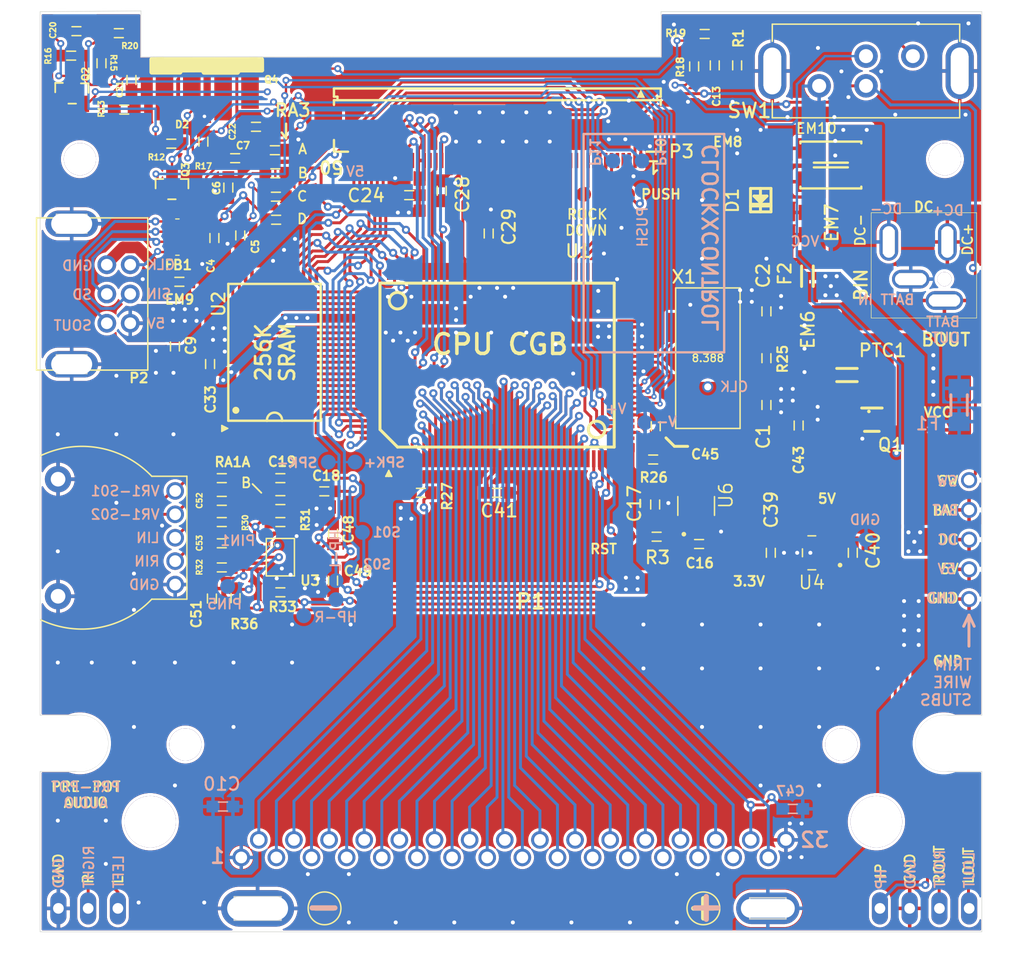
<source format=kicad_pcb>
(kicad_pcb (version 20240108) (generator "pcbnew") (generator_version "8.0")
  (layers (0 "F.Cu" signal) (31 "B.Cu" signal) (34 "B.Paste" user) (35 "F.Paste" user) (36 "B.SilkS" user "B.Silkscreen") (37 "F.SilkS" user "F.Silkscreen") (38 "B.Mask" user) (39 "F.Mask" user) (44 "Edge.Cuts" user))
  (net 0 "")
  (net 1 "GND")
  (net 2 "/BATT")
  (net 3 "/ROUT")
  (net 4 "/SPK-")
  (net 5 "/HP_SWITCH")
  (net 6 "/CK1")
  (net 7 "/CK2")
  (net 8 "Net-(FB1D-2)")
  (net 9 "Net-(FB1C-2)")
  (net 10 "Net-(FB1B-2)")
  (net 11 "Net-(FB1A-2)")
  (net 12 "/RES")
  (net 13 "/RA1-S02")
  (net 14 "/S02")
  (net 15 "/S01")
  (net 16 "/RA1-S01")
  (net 17 "Net-(U3-BYPASS)")
  (net 18 "Net-(C52-Pad2)")
  (net 19 "Net-(VR1A-LIN)")
  (net 20 "Net-(VR1A-RIN)")
  (net 21 "Net-(C53-Pad2)")
  (net 22 "Net-(D1-PadA)")
  (net 23 "Net-(D1-PadC)")
  (net 24 "Net-(DC0-GND)")
  (net 25 "Net-(DC0-SWA)")
  (net 26 "Net-(DC0-DC)")
  (net 27 "Net-(DC0-SWB)")
  (net 28 "Net-(EM6-Pad2)")
  (net 29 "Net-(EM7-Pad2)")
  (net 30 "Net-(EM10-Pad3)")
  (net 31 "Net-(EM9-Pad1)")
  (net 32 "/DC_JACK")
  (net 33 "/ELP2")
  (net 34 "/ELP3")
  (net 35 "/ELP4")
  (net 36 "/ELP5")
  (net 37 "/VCC_SW")
  (net 38 "VCC")
  (net 39 "/VR1-S01")
  (net 40 "+5V")
  (net 41 "+3V3")
  (net 42 "/VR1-S02")
  (net 43 "/A2")
  (net 44 "/A5")
  (net 45 "/WR")
  (net 46 "/D6")
  (net 47 "/A4")
  (net 48 "/RD")
  (net 49 "/D7")
  (net 50 "/A0")
  (net 51 "/A3")
  (net 52 "/D1")
  (net 53 "/A6")
  (net 54 "/D5")
  (net 55 "/D4")
  (net 56 "/A11")
  (net 57 "/A12")
  (net 58 "/A7")
  (net 59 "/VIN")
  (net 60 "/D0")
  (net 61 "/A10")
  (net 62 "/D3")
  (net 63 "/A1")
  (net 64 "/A8")
  (net 65 "/A9")
  (net 66 "/CLK")
  (net 67 "/A15")
  (net 68 "/A13")
  (net 69 "/A14")
  (net 70 "/D2")
  (net 71 "/CS")
  (net 72 "/P01")
  (net 73 "/P02")
  (net 74 "/P10")
  (net 75 "/LDR4")
  (net 76 "/SPL")
  (net 77 "/LDR1")
  (net 78 "/LDB0")
  (net 79 "/LDR5")
  (net 80 "/CLS")
  (net 81 "/PUSH")
  (net 83 "/LDB4")
  (net 84 "/LDG0")
  (net 85 "/SPS")
  (net 86 "/LDB5")
  (net 87 "/LDR3")
  (net 88 "/SPK+")
  (net 89 "/LDG4")
  (net 92 "/LDB3")
  (net 93 "/LP")
  (net 94 "/P12")
  (net 95 "/LDG1")
  (net 97 "/LDB2")
  (net 99 "/P13")
  (net 100 "/P03")
  (net 101 "/LDR0")
  (net 102 "/LDR2")
  (net 103 "/LDG5")
  (net 105 "/DCK")
  (net 106 "/LDG3")
  (net 107 "/LDG2")
  (net 109 "/LDB1")
  (net 111 "/P11")
  (net 112 "/P00")
  (net 113 "/ROCK_DOWN")
  (net 114 "/LIN_AMP")
  (net 115 "/RIN_AMP")
  (net 116 "Net-(Q1-D1)")
  (net 117 "Net-(SW1A-4)")
  (net 118 "/SCK")
  (net 119 "Net-(U1-~{WR})")
  (net 120 "/SOUT")
  (net 121 "/SIN")
  (net 122 "/R4")
  (net 123 "/MD0")
  (net 125 "/PS")
  (net 126 "/MD2")
  (net 127 "/MD3")
  (net 128 "/~{MRD}")
  (net 129 "/MA0")
  (net 130 "/RA0")
  (net 131 "/MD5")
  (net 134 "/MA10")
  (net 137 "/MD1")
  (net 139 "/MA1")
  (net 140 "/MA8")
  (net 141 "/MD4")
  (net 142 "/~{CS1}")
  (net 143 "/MA3")
  (net 144 "/MA6")
  (net 145 "/MA4")
  (net 146 "/MA7")
  (net 147 "/RA1")
  (net 148 "/MD7")
  (net 150 "/MOD")
  (net 152 "/R1")
  (net 154 "/MA11")
  (net 155 "/MD6")
  (net 157 "/MA5")
  (net 158 "/MA2")
  (net 159 "/MA12")
  (net 160 "/MA9")
  (net 161 "/R0")
  (net 163 "/R3")
  (net 164 "/~{MWR}")
  (net 166 "/R2")
  (net 169 "unconnected-(U6-~{MR}-Pad4)")
  (footprint "" (layer "F.Cu") (at 110.08 73.58 180)
    (property "Reference" "Q2" (hide yes))
    (property "Value" "2SC4081")
  )
  (footprint "DMGC-CPU-01_2-5:C0603" (layer "F.Cu") (at 160.86 101.11 90)
    (property "Reference" "C45")
    (property "Value" "0.01uF")
  )
  (footprint "DMGC-CPU-01_2-5:C0603" (layer "F.Cu") (at 133.3111 110.3036 90)
    (property "Reference" "C48")
    (property "Value" "1uF")
  )
  (footprint "DMGC-CPU-01_2-5:B1,27_385" (layer "F.Cu") (at 158.5011 110.5036)
    (property "Reference" "RST")
    (property "Value" "PTR1B1,27")
  )
  (footprint "" (layer "F.Cu") (at 123.92 73.09)
    (property "Reference" "Q4" (hide yes))
    (property "Value" "PT380F")
  )
  (footprint "DMGC-CPU-01_2-5:DMG_SW" (layer "F.Cu") (at 178.8121 70.7706)
    (property "Reference" "SW1")
    (property "Value" "DMG_SW" (hide yes))
    (fp_line (start -8.75 -1.25) (end -8.75 1.25) (stroke (width 0.05)) (layer "Edge.Cuts"))
    (fp_line (start -8.75 1.25) (end -7.25 1.25) (stroke (width 0.05)) (layer "Edge.Cuts"))
    (fp_line (start -7.25 -1.25) (end -8.75 -1.25) (stroke (width 0.05)) (layer "Edge.Cuts"))
    (fp_line (start -7.25 1.25) (end -7.25 -1.25) (stroke (width 0.05)) (layer "Edge.Cuts"))
    (fp_line (start 7.25 -1.25) (end 7.25 1.25) (stroke (width 0.05)) (layer "Edge.Cuts"))
    (fp_line (start 7.25 1.25) (end 8.75 1.25) (stroke (width 0.05)) (layer "Edge.Cuts"))
    (fp_line (start 8.75 -1.25) (end 7.25 -1.25) (stroke (width 0.05)) (layer "Edge.Cuts"))
    (fp_line (start 8.75 1.25) (end 8.75 -1.25) (stroke (width 0.05)) (layer "Edge.Cuts"))
  )
  (footprint "DMGC-CPU-01_2-5:C0603" (layer "F.Cu") (at 113.54 70.11 90)
    (property "Reference" "R15")
    (property "Value" "1M")
  )
  (footprint "" (layer "F.Cu") (at 118.61 81.75 180)
    (property "Reference" "Q3" (hide yes))
    (property "Value" "2SC4081")
  )
  (footprint "DMGC-CPU-01_2-5:C0603" (layer "F.Cu") (at 115.48 74.07)
    (property "Reference" "R13")
    (property "Value" "33k")
  )
  (footprint "DMGC-CPU-01_2-5:B1,27_385" (layer "F.Cu") (at 158.4511 81.3036)
    (property "Reference" "PUSH")
    (property "Value" "PTR1B1,27")
  )
  (footprint "DMGC-CPU-01_2-5:R0603" (layer "F.Cu") (at 128.43 81.51)
    (property "Reference" "RA3C0" (hide yes))
    (property "Value" "270")
  )
  (footprint "DMGC-CPU-01_2-5:R1206" (layer "F.Cu") (at 173.8111 88.3036 90)
    (property "Reference" "F2")
    (property "Value" "1A")
  )
  (footprint "DMGC-CPU-01_2-5:C0603" (layer "F.Cu") (at 115.02 67.54 180)
    (property "Reference" "R20")
    (property "Value" "2k")
  )
  (footprint "DMGC-CPU-01_2-5:R0603" (layer "F.Cu") (at 160.64 103.96)
    (property "Reference" "R26")
    (property "Value" "5.6k")
  )
  (footprint "DMGC-CPU-01_2-5:C0603" (layer "F.Cu") (at 124.95 78.22)
    (property "Reference" "C7")
    (property "Value" "100pF")
  )
  (footprint "DMGC-CPU-01_2-5:62684-502100AHLF" (layer "F.Cu") (at 147.3381 75.1656 180)
    (property "Reference" "P3")
    (property "Value" "GBC_LCDH")
  )
  (footprint "DMGC-CPU-01_2-5:SOT-23-5" (layer "F.Cu") (at 164.3111 107.9286 90)
    (property "Reference" "U6")
    (property "Value" "TPS3840")
  )
  (footprint "DMGC-CPU-01_2-5:C0603" (layer "F.Cu") (at 165.9 70.29 90)
    (property "Reference" "C13")
    (property "Value" "0.47uF")
  )
  (footprint "DMGC-CPU-01_2-5:TSOP1-28" (layer "F.Cu") (at 128.3111 94.8036 90)
    (property "Reference" "U2")
    (property "Value" "LH52256CVTCZ")
  )
  (footprint "bm logo:conker2" (layer "F.Cu") (at 144.27 127.080085)
    (property "Reference" "")
    (property "Value" "LOGO" (hide yes))
  )
  (footprint "DMGC-CPU-01_2-5:B1,27_385" (layer "F.Cu") (at 184.9361 101.4286)
    (property "Reference" "VCC")
    (property "Value" "PTR1B1,27")
  )
  (footprint "DMGC-CPU-01_2-5:C0603" (layer "F.Cu") (at 170.6861 111.9286 90)
    (property "Reference" "C39")
    (property "Value" "1uF")
  )
  (footprint "DMGC-CPU-01_2-5:JP2" (layer "F.Cu") (at 112.4011 142.3036)
    (property "Reference" "JP2" (hide yes))
    (property "Value" "~")
  )
  (footprint "DMGC-CPU-01_2-5:DMG_DCJACK" (layer "F.Cu") (at 183.2571 85.3756)
    (property "Reference" "DC")
    (property "Value" "DMG_DCJACK" (hide yes))
    (fp_line (start -3 -1) (end -3 1) (stroke (width 0.05)) (layer "Edge.Cuts"))
    (fp_line (start -3 -1) (end -2 -1) (stroke (width 0.05)) (layer "Edge.Cuts"))
    (fp_line (start -3 1) (end -2 1) (stroke (width 0.05)) (layer "Edge.Cuts"))
    (fp_line (start -2 -1) (end -2 1) (stroke (width 0.05)) (layer "Edge.Cuts"))
    (fp_line (start -1.625 2.675) (end 0.375 2.675) (stroke (width 0.05)) (layer "Edge.Cuts"))
    (fp_line (start -1.625 3.675) (end -1.625 2.675) (stroke (width 0.05)) (layer "Edge.Cuts"))
    (fp_line (start -1.625 3.675) (end 0.375 3.675) (stroke (width 0.05)) (layer "Edge.Cuts"))
    (fp_line (start 0.375 3.675) (end 0.375 2.675) (stroke (width 0.05)) (layer "Edge.Cuts"))
    (fp_line (start 1.25 4.5) (end 3.25 4.5) (stroke (width 0.05)) (layer "Edge.Cuts"))
    (fp_line (start 1.25 5.5) (end 1.25 4.5) (stroke (width 0.05)) (layer "Edge.Cuts"))
    (fp_line (start 1.25 5.5) (end 3.25 5.5) (stroke (width 0.05)) (layer "Edge.Cuts"))
    (fp_line (start 2 -1) (end 2 1) (stroke (width 0.05)) (layer "Edge.Cuts"))
    (fp_line (start 2 -1) (end 3 -1) (stroke (width 0.05)) (layer "Edge.Cuts"))
    (fp_line (start 2 1) (end 3 1) (stroke (width 0.05)) (layer "Edge.Cuts"))
    (fp_line (start 3 -1) (end 3 1) (stroke (width 0.05)) (layer "Edge.Cuts"))
    (fp_line (start 3.25 5.5) (end 3.25 4.5) (stroke (width 0.05)) (layer "Edge.Cuts"))
  )
  (footprint "DMGC-CPU-01_2-5:R0603" (layer "F.Cu") (at 160.9361 110.5536 180)
    (property "Reference" "R3")
    (property "Value" "18k")
  )
  (footprint "DMGC-CPU-01_2-5:QFP-128" (layer "F.Cu") (at 146.3161 99.3946)
    (property "Reference" "U1")
    (property "Value" "GBC_CPU")
  )
  (footprint "DMGC-CPU-01_2-5:C0603" (layer "F.Cu") (at 123.8111 111.1161)
    (property "Reference" "C53")
    (property "Value" "100nF")
  )
  (footprint "DMGC-CPU-01_2-5:R0603" (layer "F.Cu") (at 128.45 83.48)
    (property "Reference" "RA3D0" (hide yes))
    (property "Value" "270")
  )
  (footprint "DMGC-CPU-01_2-5:C0603" (layer "F.Cu") (at 164.5611 111.1786)
    (property "Reference" "C16")
    (property "Value" "1uF")
  )
  (footprint "DMGC-CPU-01_2-5:R0603" (layer "F.Cu") (at 123.8111 109.3036 180)
    (property "Reference" "R30")
    (property "Value" "47k")
  )
  (footprint "DMGC-CPU-01_2-5:DMG_EXT" (layer "F.Cu") (at 110.9941 89.8206 -90)
    (property "Reference" "P2")
    (property "Value" "LINKPORTDMG-LINK-SHORT" (hide yes))
    (fp_line (start -6.8 1.3) (end -5.2 1.3) (stroke (width 0.127)) (layer "Edge.Cuts"))
    (fp_line (start -5.2 1.3) (end -5.2 -1.3) (stroke (width 0.127)) (layer "Edge.Cuts"))
    (fp_line (start 5.2 1.3) (end 6.8 1.3) (stroke (width 0.127)) (layer "Edge.Cuts"))
    (fp_line (start 6.8 1.3) (end 6.8 -1.3) (stroke (width 0.127)) (layer "Edge.Cuts"))
    (fp_line (start -6.8 -1.3) (end -6.8 1.3) (stroke (width 0.127)) (layer "Edge.Cuts"))
    (fp_line (start -5.2 -1.3) (end -6.8 -1.3) (stroke (width 0.127)) (layer "Edge.Cuts"))
    (fp_line (start 5.2 -1.3) (end 5.2 1.3) (stroke (width 0.127)) (layer "Edge.Cuts"))
    (fp_line (start 6.8 -1.3) (end 5.2 -1.3) (stroke (width 0.127)) (layer "Edge.Cuts"))
  )
  (footprint "DMGC-CPU-01_2-5:B1,27_385" (layer "F.Cu") (at 185.6861 119.4286)
    (property "Reference" "GND")
    (property "Value" "PTR1B1,27")
  )
  (footprint "DMGC-CPU-01_2-5:R0603" (layer "F.Cu") (at 128.34 77.54)
    (property "Reference" "RA3A0" (hide yes))
    (property "Value" "270")
  )
  (footprint "bm logo:bm2" (layer "F.Cu") (at 154.18 126.88)
    (property "Reference" "")
    (property "Value" "LOGO" (hide yes))
  )
  (footprint "DMGC-CPU-01_2-5:C0603" (layer "F.Cu") (at 173.0611 101.0536 90)
    (property "Reference" "C43")
    (property "Value" "0.1uF")
  )
  (footprint "DMGC-CPU-01_2-5:C0603" (layer "F.Cu") (at 146.5986 84.6536 90)
    (property "Reference" "C29")
    (property "Value" "0.01uF")
  )
  (footprint "DMGC-CPU-01_2-5:C0603" (layer "F.Cu") (at 170.3111 91.3036 90)
    (property "Reference" "C2")
    (property "Value" "27pF")
  )
  (footprint "" (layer "F.Cu") (at 117.7011 134.9036)
    (property "Reference" "@HOLE2" (hide yes))
    (property "Value" "")
  )
  (footprint "DMGC-CPU-01_2-5:EXB38V_342" (layer "F.Cu") (at 120.02 84.96 -90)
    (property "Reference" "FB1")
    (property "Value" "4W601")
  )
  (footprint "DMGC-CPU-01_2-5:R0805" (layer "F.Cu") (at 175.700825 92.9911 -90)
    (property "Reference" "EM6")
    (property "Value" "BLM21P221SG")
  )
  (footprint "DMGC-CPU-01_2-5:R0603" (layer "F.Cu") (at 124.9861 115.8036 90)
    (property "Reference" "R36")
    (property "Value" "100k")
  )
  (footprint "DMGC-CPU-01_2-5:C0603" (layer "F.Cu") (at 177.6861 111.9286 90)
    (property "Reference" "C40")
    (property "Value" "1uF")
  )
  (footprint "DMGC-CPU-01_2-5:R0603" (layer "F.Cu") (at 119.5 76.98)
    (property "Reference" "R12" (hide yes))
    (property "Value" "4.7k")
  )
  (footprint "DMGC-CPU-01_2-5:C0603" (layer "F.Cu") (at 142.5861 81.0036 -90)
    (property "Reference" "C28")
    (property "Value" "0.1uF")
  )
  (footprint "DMGC-CPU-01_2-5:VSSOP10" (layer "F.Cu") (at 128.8111 112.3036)
    (property "Reference" "U3")
    (property "Value" "LM4853")
  )
  (footprint "DMGC-CPU-01_2-5:C0603" (layer "F.Cu") (at 123.8111 107.4911)
    (property "Reference" "C52")
    (property "Value" "100nF")
  )
  (footprint "DMGC-CPU-01_2-5:C0603" (layer "F.Cu") (at 125.39 84.82 -90)
    (property "Reference" "C5")
    (property "Value" "100pF")
  )
  (footprint "DMGC-CPU-01_2-5:SOD-123_MINI-SMA_210" (layer "F.Cu") (at 169.8111 81.8036 90)
    (property "Reference" "D1")
    (property "Value" "CGRM4001-G")
  )
  (footprint "DMGC-CPU-01_2-5:R0603" (layer "F.Cu") (at 123.8111 105.5536)
    (property "Reference" "RA1A")
    (property "Value" "510")
  )
  (footprint "DMGC-CPU-01_2-5:C0603" (layer "F.Cu") (at 139.8111 81.3786 180)
    (property "Reference" "C24")
    (property "Value" "0.1uF")
  )
  (footprint "DMGC-CPU-01_2-5:DMG_BAT_POS" (layer "F.Cu") (at 170.4301 142.2986)
    (property "Reference" "+0" (hide yes))
    (property "Value" "DMG_BAT_POS" (hide yes))
    (fp_line (start -1.546 -0.9) (end -1.546 0.9) (stroke (width 0.127)) (layer "Edge.Cuts"))
    (fp_line (start -1.546 0.9) (end 1.546 0.9) (stroke (width 0.127)) (layer "Edge.Cuts"))
    (fp_line (start 1.546 -0.9) (end -1.546 -0.9) (stroke (width 0.127)) (layer "Edge.Cuts"))
    (fp_line (start 1.546 0.9) (end 1.546 -0.9) (stroke (width 0.127)) (layer "Edge.Cuts"))
  )
  (footprint "DMGC-CPU-01_2-5:R0603" (layer "F.Cu") (at 128.8111 109.3036 180)
    (property "Reference" "R31")
    (property "Value" "18k")
  )
  (footprint "" (layer "F.Cu") (at 126.22 72.5)
    (property "Reference" "Q4" (hide yes))
    (property "Value" "PT380F")
  )
  (footprint "DMGC-CPU-01_2-5:C0603" (layer "F.Cu") (at 165.04 67.61)
    (property "Reference" "R19")
    (property "Value" "1k")
  )
  (footprint "DMGC-CPU-01_2-5:7.5X5-4-PAD" (layer "F.Cu") (at 165.3111 95.3036)
    (property "Reference" "X1")
    (property "Value" "8.388608MHZ12SMX-B-4-PAD")
  )
  (footprint "" (layer "F.Cu") (at 179.7011 134.9036)
    (property "Reference" "@HOLE3" (hide yes))
    (property "Value" "")
  )
  (footprint "" (layer "F.Cu") (at 111.7011 78.3036)
    (property "Reference" "@HOLE0" (hide yes))
    (property "Value" "")
  )
  (footprint "DMGC-CPU-01_2-5:DMG_CART" (layer "F.Cu") (at 125.4721 137.9536 -90)
    (property "Reference" "P1" (hide yes))
    (property "Value" "DMG_CART" (hide yes))
  )
  (footprint "DMGC-CPU-01_2-5:C0603" (layer "F.Cu") (at 132.5611 106.6786 180)
    (property "Reference" "C18")
    (property "Value" "1uF")
  )
  (footprint "DMGC-CPU-01_2-5:R0603" (layer "F.Cu") (at 128.8111 115.3036 180)
    (property "Reference" "R33")
    (property "Value" "18k")
  )
  (footprint "" (layer "F.Cu") (at 111.98 73.58 180)
    (property "Reference" "Q2" (hide yes))
    (property "Value" "2SC4081")
  )
  (footprint "DMGC-CPU-01_2-5:ACM4532" (layer "F.Cu") (at 175.8111 78.8036 180)
    (property "Reference" "EM10")
    (property "Value" "~")
  )
  (footprint "DMGC-CPU-01_2-5:C0603" (layer "F.Cu") (at 133.3111 114.3036 -90)
    (property "Reference" "C49")
    (property "Value" "1uF")
  )
  (footprint "DMGC-CPU-01_2-5:R0805" (layer "F.Cu") (at 173.8111 83.8036 -90)
    (property "Reference" "EM7")
    (property "Value" "BLM21P221SG")
  )
  (footprint "DMGC-CPU-01_2-5:R1206" (layer "F.Cu") (at 177.1236 96.7411 180)
    (property "Reference" "PTC1")
    (property "Value" "1.1A")
  )
  (footprint "DMGC-CPU-01_2-5:R0603" (layer "F.Cu") (at 128.38 79.51)
    (property "Reference" "RA3B0" (hide yes))
    (property "Value" "270")
  )
  (footprint "DMGC-CPU-01_2-5:C0603" (layer "F.Cu") (at 116.1 71.54 -90)
    (property "Reference" "C21")
    (property "Value" "1uF")
  )
  (footprint "DMGC-CPU-01_2-5:C0603" (layer "F.Cu") (at 119.8111 94.3036 -90)
    (property "Reference" "C9")
    (property "Value" "0.01uF")
  )
  (footprint "DMGC-CPU-01_2-5:SOT363_INFINEON_396" (layer "F.Cu") (at 179.3111 100.5536 -90)
    (property "Reference" "Q1")
    (property "Value" "SI1401EDH")
  )
  (footprint "DMGC-CPU-01_2-5:R0603" (layer "F.Cu") (at 167.81 70.29 -90)
    (property "Reference" "R1")
    (property "Value" "1k")
  )
  (footprint "DMGC-CPU-01_2-5:R0603" (layer "F.Cu") (at 120.19 88.78)
    (property "Reference" "EM9")
    (property "Value" "BLM21P221SG")
  )
  (footprint "DMGC-CPU-01_2-5:B1,27_385" (layer "F.Cu") (at 154.7011 81.3036)
    (property "Reference" "ROCKDOWN0" (hide yes))
    (property "Value" "PTR1B1,27")
  )
  (footprint "DMGC-CPU-01_2-5:R0603" (layer "F.Cu") (at 123.8111 113.1786 180)
    (property "Reference" "R32")
    (property "Value" "47k")
  )
  (footprint "DMGC-CPU-01_2-5:R0603" (layer "F.Cu") (at 140.8111 106.8036)
    (property "Reference" "R27")
    (property "Value" "100")
  )
  (footprint "DMGC-CPU-01_2-5:C0603" (layer "F.Cu") (at 122.8111 95.8036 90)
    (property "Reference" "C33")
    (property "Value" "0.01uF")
  )
  (footprint "DMGC-CPU-01_2-5:SOT95P280X145-5N" (layer "F.Cu") (at 174.1861 111.9286 180)
    (property "Reference" "U4")
    (property "Value" "TLV70233QDBVRQ1")
  )
  (footprint "" (layer "F.Cu") (at 185.5511 78.3036)
    (property "Reference" "@HOLE1" (hide yes))
    (property "Value" "")
  )
  (footprint "" (layer "F.Cu") (at 118.92 73.09)
    (property "Reference" "D2" (hide yes))
    (property "Value" "GL381")
  )
  (footprint "" (layer "F.Cu") (at 119.56 79.55 180)
    (property "Reference" "Q3" (hide yes))
    (property "Value" "2SC4081")
  )
  (footprint "DMGC-CPU-01_2-5:C0603" (layer "F.Cu") (at 128.8111 105.5536 180)
    (property "Reference" "C19")
    (property "Value" "1uF")
  )
  (footprint "DMGC-CPU-01_2-5:R0805" (layer "F.Cu") (at 170.3111 77.3036 180)
    (property "Reference" "EM8")
    (property "Value" "BLM21P221SG")
  )
  (footprint "DMGC-CPU-01_2-5:C0603" (layer "F.Cu") (at 160.8111 107.8036 90)
    (property "Reference" "C17")
    (property "Value" "1uF")
  )
  (footprint "" (layer "F.Cu") (at 185.4411 128.2036)
    (property "Reference" "@HOLE7" (hide yes))
    (property "Value" "")
  )
  (footprint "" (layer "F.Cu") (at 111.03 71.38 180)
    (property "Reference" "Q2" (hide yes))
    (property "Value" "2SC4081")
  )
  (footprint "" (layer "F.Cu") (at 120.51 81.75 180)
    (property "Reference" "Q3" (hide yes))
    (property "Value" "2SC4081")
  )
  (footprint "DMGC-CPU-01_2-5:B1,27_385" (layer "F.Cu") (at 175.4361 108.8036)
    (property "Reference" "5V")
    (property "Value" "PTR1B1,27")
  )
  (footprint "DMGC-CPU-01_2-5:C0603" (layer "F.Cu") (at 122.96735 115.83485 90)
    (property "Reference" "C51")
    (property "Value" "1uF")
  )
  (footprint "DMGC-CPU-01_2-5:C0603" (layer "F.Cu") (at 164.14 70.38 90)
    (property "Reference" "R18")
    (property "Value" "150")
  )
  (footprint "" (layer "F.Cu") (at 176.7011 128.3036)
    (property "Reference" "@HOLE5" (hide yes))
    (property "Value" "")
  )
  (footprint "DMGC-CPU-01_2-5:JP4" (layer "F.Cu") (at 183.8111 142.3036)
    (property "Reference" "AUDIO0" (hide yes))
    (property "Value" "~")
  )
  (footprint "DMGC-CPU-01_2-5:R0603" (layer "F.Cu") (at 126.73 75.54 180)
    (property "Reference" "C22" (hide yes))
    (property "Value" "33pF")
  )
  (footprint "DMGC-CPU-01_2-5:DMG_BAT_NEG" (layer "F.Cu") (at 126.8691 142.2986)
    (property "Reference" "-0" (hide yes))
    (property "Value" "DMG_BAT_NEG" (hide yes))
    (fp_line (start -2 -0.992) (end 2 -0.992) (stroke (width 0.127)) (layer "Edge.Cuts"))
    (fp_line (start -2 1.008) (end -2 -0.992) (stroke (width 0.127)) (layer "Edge.Cuts"))
    (fp_line (start 2 -0.992) (end 2 1.008) (stroke (width 0.127)) (layer "Edge.Cuts"))
    (fp_line (start 2 1.008) (end -2 1.008) (stroke (width 0.127)) (layer "Edge.Cuts"))
  )
  (footprint "DMGC-CPU-01_2-5:C0603" (layer "F.Cu") (at 124.37 80.73 90)
    (property "Reference" "C6")
    (property "Value" "100pF")
  )
  (footprint "DMGC-CPU-01_2-5:B1,27_385" (layer "F.Cu") (at 168.6861 112.8036)
    (property "Reference" "3.3V")
    (property "Value" "PTR1B1,27")
  )
  (footprint "DMGC-CPU-01_2-5:C0603" (layer "F.Cu") (at 111.4 67.37 180)
    (property "Reference" "C20")
    (property "Value" "0.015uF")
  )
  (footprint "DMGC-CPU-01_2-5:C0603" (layer "F.Cu") (at 123.18 85.04 -90)
    (property "Reference" "C4")
    (property "Value" "22pF")
  )
  (footprint "DMGC-CPU-01_2-5:C0603" (layer "F.Cu") (at 110.95 69.46 180)
    (property "Reference" "R16")
    (property "Value" "33k")
  )
  (footprint "DMGC-CPU-01_2-5:JP5" (layer "F.Cu") (at 187.6111 110.8036 90)
    (property "Reference" "JP1" (hide yes))
    (property "Value" "~")
  )
  (footprint "DMGC-CPU-01_2-5:R0603" (layer "F.Cu") (at 128.8111 107.4286)
    (property "Reference" "RA1B0" (hide yes))
    (property "Value" "510")
  )
  (footprint "DMGC-CPU-01_2-5:DMG_VOL" (layer "F.Cu") (at 114.8311 110.6406 90)
    (property "Reference" "VR1" (hide yes))
    (property "Value" "~" (hide yes))
  )
  (footprint "" (layer "F.Cu") (at 111.7011 128.2036)
    (property "Reference" "@HOLE6" (hide yes))
    (property "Value" "")
  )
  (footprint "DMGC-CPU-01_2-5:C0603" (layer "F.Cu") (at 147.3111 106.8036 180)
    (property "Reference" "C41")
    (property "Value" "0.01uF")
  )
  (footprint "DMGC-CPU-01_2-5:C0603" (layer "F.Cu") (at 170.3111 99.3036 -90)
    (property "Reference" "C1")
    (property "Value" "18pF")
  )
  (footprint "" (layer "F.Cu") (at 120.7011 128.3036)
    (property "Reference" "@HOLE4" (hide yes))
    (property "Value" "")
  )
  (footprint "" (layer "F.Cu") (at 121.25 72.5)
    (property "Reference" "D2" (hide yes))
    (property "Value" "GL381")
  )
  (footprint "DMGC-CPU-01_2-5:R0603" (layer "F.Cu") (at 170.3111 95.3036 90)
    (property "Reference" "R25")
    (property "Value" "1.5M")
  )
  (footprint "DMGC-CPU-01_2-5:R0603" (layer "F.Cu") (at 122.24 76.81 90)
    (property "Reference" "R17" (hide yes))
    (property "Value" "200k")
  )
  (footprint "DMGC-CPU-01_2-5:B1,27_385" (layer "B.Cu") (at 124.3111 114.8036 180)
    (property "Reference" "PIN5" (hide yes))
    (property "Value" "PTR1B1,27")
  )
  (footprint "DMGC-CPU-01_2-5:B1,27_385" (layer "B.Cu") (at 132.90485 104.1786 180)
    (property "Reference" "SPK-")
    (property "Value" "PTR1B1,27")
  )
  (footprint "DMGC-CPU-01_2-5:B1,27_385" (layer "B.Cu") (at 159.9511 100.8036 180)
    (property "Reference" "V-")
    (property "Value" "PTR1B1,27")
  )
  (footprint "DMGC-CPU-01_2-5:B1,27_385" (layer "B.Cu") (at 156.3111 100.8036 180)
    (property "Reference" "UNK3.3V_BACK0" (hide yes))
    (property "Value" "PTR1B1,27")
  )
  (footprint "DMGC-CPU-01_2-5:B1,27_385" (layer "B.Cu") (at 133.5611 114.3036 180)
    (property "Reference" "LOUT0" (hide yes))
    (property "Value" "PTR1B1,27")
  )
  (footprint "DMGC-CPU-01_2-5:C0603" (layer "B.Cu") (at 172.5611 133.8036)
    (property "Reference" "C47")
    (property "Value" "150pF")
  )
  (footprint "DMGC-CPU-01_2-5:B1,27_385" (layer "B.Cu") (at 135.1861 104.1786 180)
    (property "Reference" "SPK+")
    (property "Value" "PTR1B1,27")
  )
  (footprint "DMGC-CPU-01_2-5:B1,27_385" (layer "B.Cu") (at 133.5611 115.9286 180)
    (property "Reference" "ROUT0" (hide yes))
    (property "Value" "PTR1B1,27")
  )
  (footprint "DMGC-CPU-01_2-5:B1,27_385" (layer "B.Cu") (at 135.8111 110.1786 180)
    (property "Reference" "S01")
    (property "Value" "PTR1B1,27")
  )
  (footprint "DMGC-CPU-01_2-5:B1,27_385" (layer "B.Cu") (at 157.2011 78.4536 180)
    (property "Reference" "P11")
    (property "Value" "PTR1B1,27")
  )
  (footprint "DMGC-CPU-01_2-5:C0603" (layer "B.Cu") (at 123.9111 133.6036 180)
    (property "Reference" "C10")
    (property "Value" "0.01uF")
  )
  (footprint "DMGC-CPU-01_2-5:B1,27_385" (layer "B.Cu") (at 134.8736 113.1786 180)
    (property "Reference" "S02")
    (property "Value" "PTR1B1,27")
  )
  (footprint "DMGC-CPU-01_2-5:B1,27_385" (layer "B.Cu") (at 130.8111 117.3036 180)
    (property "Reference" "ROUT1" (hide yes))
    (property "Value" "PTR1B1,27")
  )
  (footprint "DMGC-CPU-01_2-5:B1,27_385" (layer "B.Cu") (at 175.84235 85.2411 180)
    (property "Reference" "VCC_BACK0" (hide yes))
    (property "Value" "PTR1B1,27")
  )
  (footprint "DMGC-CPU-01_2-5:B1,27_385" (layer "B.Cu") (at 127.5611 110.4286 180)
    (property "Reference" "PIN1" (hide yes))
    (property "Value" "PTR1B1,27")
  )
  (footprint "DMGC-CPU-01_2-5:B1,27_385" (layer "B.Cu") (at 159.7011 78.4536 180)
    (property "Reference" "P10")
    (property "Value" "PTR1B1,27")
  )
  (footprint "DMGC-CPU-01_2-5:R1206" (layer "B.Cu") (at 186.7611 99.3036 90)
    (property "Reference" "F1")
    (property "Value" "2.5A")
  )
  (footprint "DMGC-CPU-01_2-5:B1,27_385" (layer "B.Cu") (at 178.8111 110.8036 180)
    (property "Reference" "GND_BACK0" (hide yes))
    (property "Value" "PTR1B1,27")
  )
  (footprint "DMGC-CPU-01_2-5:B1,27_385" (layer "B.Cu") (at 159.7011 80.9536 180)
    (property "Reference" "PSH_IN0" (hide yes))
    (property "Value" "PTR1B1,27")
  )
  (footprint "DMGC-CPU-01_2-5:B1,27_385" (layer "B.Cu") (at 133.3111 79.3036 180)
    (property "Reference" "UNK5V_BACK0" (hide yes))
    (property "Value" "PTR1B1,27")
  )
  (gr_line (start 187.6011 117.2536) (end 188.0511 118.2036) (stroke (width 0.25)) (layer "B.SilkS"))
  (gr_line (start 166.7011 94.8036) (end 166.7011 76.1536) (stroke (width 0.2)) (layer "B.SilkS"))
  (gr_line (start 187.6011 117.2536) (end 187.1511 118.2036) (stroke (width 0.25)) (layer "B.SilkS"))
  (gr_line (start 154.7011 94.8036) (end 166.7011 94.8036) (stroke (width 0.2)) (layer "B.SilkS"))
  (gr_line (start 187.4611 100.1786) (end 187.4611 98.4286) (stroke (width 0.25)) (layer "B.SilkS"))
  (gr_line (start 154.7011 76.1536) (end 154.7011 94.8036) (stroke (width 0.2)) (layer "B.SilkS"))
  (gr_line (start 166.7011 76.1536) (end 154.7011 76.1536) (stroke (width 0.2)) (layer "B.SilkS"))
  (gr_line (start 186.0611 100.1786) (end 186.0611 98.4286) (stroke (width 0.25)) (layer "B.SilkS"))
  (gr_line (start 187.6011 117.2536) (end 187.6011 119.9036) (stroke (width 0.25)) (layer "B.SilkS"))
  (gr_line (start 169.8011 82.0036) (end 169.8011 82.8036) (stroke (width 0.25)) (layer "F.SilkS"))
  (gr_line (start 120.96 80) (end 120.96 80.8) (stroke (width 0.15)) (layer "F.SilkS"))
  (gr_line (start 127.225 70.7) (end 125.34625 70.695) (stroke (width 0.4)) (layer "F.SilkS"))
  (gr_line (start 118.81 80) (end 118.16 80) (stroke (width 0.15)) (layer "F.SilkS"))
  (gr_line (start 125.226875 70.7875) (end 124.233125 70.7925) (stroke (width 0.4)) (layer "F.SilkS"))
  (gr_line (start 118.79 69.79) (end 117.83 69.79) (stroke (width 0.4)) (layer "F.SilkS"))
  (gr_line (start 169.6011 81.6536) (end 170.0011 81.6536) (stroke (width 0.25)) (layer "F.SilkS"))
  (gr_line (start 128.925 76.025) (end 129.3 76.525) (stroke (width 0.2)) (layer "F.SilkS"))
  (gr_line (start 118.36 70.19496) (end 126.78 70.2) (stroke (width 1.2)) (layer "F.SilkS"))
  (gr_line (start 179.9361 101.5536) (end 178.6861 101.5536) (stroke (width 0.25)) (layer "F.SilkS"))
  (gr_line (start 122.06 70.69) (end 121.02625 70.695) (stroke (width 0.4)) (layer "F.SilkS"))
  (gr_line (start 168.9511 82.3036) (end 170.7011 82.3036) (stroke (width 0.25)) (layer "F.SilkS"))
  (gr_line (start 168.9511 82.8036) (end 169.8011 82.8036) (stroke (width 0.25)) (layer "F.SilkS"))
  (gr_line (start 168.9511 82.3036) (end 168.9511 82.8036) (stroke (width 0.25)) (layer "F.SilkS"))
  (gr_line (start 168.9511 80.8036) (end 168.9511 82.3036) (stroke (width 0.25)) (layer "F.SilkS"))
  (gr_line (start 120.94375 70.695) (end 119.97625 70.705) (stroke (width 0.4)) (layer "F.SilkS"))
  (gr_line (start 169.8011 80.8036) (end 169.8011 82.0036) (stroke (width 0.25)) (layer "F.SilkS"))
  (gr_line (start 111.78 71.83) (end 112.43 71.83) (stroke (width 0.15)) (layer "F.SilkS"))
  (gr_line (start 178.0611 97.3036) (end 176.3111 97.3036) (stroke (width 0.25)) (layer "F.SilkS"))
  (gr_line (start 110.24 71.79) (end 109.59 71.79) (stroke (width 0.15)) (layer "F.SilkS"))
  (gr_line (start 169.0511 82.1536) (end 170.6011 82.1536) (stroke (width 0.25)) (layer "F.SilkS"))
  (gr_line (start 117.83 70.86) (end 117.83 69.8125) (stroke (width 0.4)) (layer "F.SilkS"))
  (gr_line (start 120.31 80) (end 120.96 80) (stroke (width 0.15)) (layer "F.SilkS"))
  (gr_line (start 124.19375 70.765) (end 123.22625 70.775) (stroke (width 0.4)) (layer "F.SilkS"))
  (gr_line (start 118.16 80.8) (end 118.16 80) (stroke (width 0.15)) (layer "F.SilkS"))
  (gr_line (start 169.8011 80.8036) (end 168.9511 80.8036) (stroke (width 0.25)) (layer "F.SilkS"))
  (gr_line (start 170.7011 80.8036) (end 169.8011 80.8036) (stroke (width 0.25)) (layer "F.SilkS"))
  (gr_line (start 125.16 70.89) (end 122.29 70.89) (stroke (width 0.4)) (layer "F.SilkS"))
  (gr_line (start 170.3511 81.4536) (end 169.2511 81.4536) (stroke (width 0.25)) (layer "F.SilkS"))
  (gr_line (start 170.7011 82.3036) (end 170.7011 80.8036) (stroke (width 0.25)) (layer "F.SilkS"))
  (gr_line (start 169.8011 82.8036) (end 170.7011 82.8036) (stroke (width 0.25)) (layer "F.SilkS"))
  (gr_line (start 163.585 102.835) (end 162.46 102.835) (stroke (width 0.25)) (layer "F.SilkS"))
  (gr_line (start 129.3 75.275) (end 129.3 76.525) (stroke (width 0.2)) (layer "F.SilkS"))
  (gr_line (start 120.24 70.88) (end 117.84 70.88) (stroke (width 0.4)) (layer "F.SilkS"))
  (gr_line (start 162.46 102.835) (end 161.735 102.11) (stroke (width 0.25)) (layer "F.SilkS"))
  (gr_line (start 178.0611 96.1786) (end 176.3111 96.1786) (stroke (width 0.25)) (layer "F.SilkS"))
  (gr_line (start 127.21 69.8) (end 126.23625 69.805) (stroke (width 0.4)) (layer "F.SilkS"))
  (gr_line (start 170.7011 82.8036) (end 170.7011 82.3036) (stroke (width 0.25)) (layer "F.SilkS"))
  (gr_line (start 123.176875 70.7925) (end 122.243125 70.7875) (stroke (width 0.4)) (layer "F.SilkS"))
  (gr_line (start 169.8011 82.0036) (end 170.3511 81.4536) (stroke (width 0.25)) (layer "F.SilkS"))
  (gr_line (start 174.3111 87.4286) (end 174.3111 89.1786) (stroke (width 0.25)) (layer "F.SilkS"))
  (gr_line (start 126.31375 70.685) (end 125.34625 70.695) (stroke (width 0.4)) (layer "F.SilkS"))
  (gr_line (start 119.225 81.73) (end 119.875 81.73) (stroke (width 0.15)) (layer "F.SilkS"))
  (gr_line (start 120.29 70.79) (end 118.78625 70.795) (stroke (width 0.4)) (layer "F.SilkS"))
  (gr_line (start 109.59 72.59) (end 109.59 71.79) (stroke (width 0.15)) (layer "F.SilkS"))
  (gr_line (start 126.4361 106.0536) (end 127.1861 106.8036) (stroke (width 0.15)) (layer "F.SilkS"))
  (gr_line (start 110.715 73.56) (end 111.365 73.56) (stroke (width 0.15)) (layer "F.SilkS"))
  (gr_line (start 127.225 70.7) (end 127.22 69.8) (stroke (width 0.4)) (layer "F.SilkS"))
  (gr_line (start 118.8375 70.63) (end 117.87 70.64) (stroke (width 0.4)) (layer "F.SilkS"))
  (gr_line (start 180.19 99.56) (end 178.44 99.56) (stroke (width 0.25)) (layer "F.SilkS"))
  (gr_line (start 173.3111 87.4286) (end 173.3111 89.1786) (stroke (width 0.25)) (layer "F.SilkS"))
  (gr_line (start 169.2511 81.4536) (end 169.8011 82.0036) (stroke (width 0.25)) (layer "F.SilkS"))
  (gr_line (start 112.43 71.83) (end 112.43 72.63) (stroke (width 0.15)) (layer "F.SilkS"))
  (gr_line (start 111.7011 125.8036) (end 108.3011 125.8036) (stroke (width 0.05)) (layer "Edge.Cuts"))
  (gr_line (start 111.2011 130.6086) (end 108.3011 130.6086) (stroke (width 0.05)) (layer "Edge.Cuts"))
  (gr_line (start 185.4511 130.6036) (end 188.7011 130.6036) (stroke (width 0.05)) (layer "Edge.Cuts"))
  (gr_line (start 108.3011 130.6086) (end 108.3011 144.3036) (stroke (width 0.05)) (layer "Edge.Cuts"))
  (gr_line (start 188.7011 65.7036) (end 161.3111 65.7036) (stroke (width 0.05)) (layer "Edge.Cuts"))
  (gr_line (start 108.3011 65.7036) (end 108.3011 125.8036) (stroke (width 0.05)) (layer "Edge.Cuts"))
  (gr_arc (start 185.4511 130.6036) (mid 183.0511 128.2036) (end 185.4511 125.8036) (stroke (width 0.05)) (layer "Edge.Cuts"))
  (gr_line (start 117.99 69.56) (end 116.91 69.57) (stroke (width 0.05)) (layer "Edge.Cuts"))
  (gr_line (start 133.3111 69.5536) (end 117.99 69.56) (stroke (width 0.05)) (layer "Edge.Cuts"))
  (gr_line (start 111.2011 130.6086) (end 111.7011 130.6036) (stroke (width 0.05)) (layer "Edge.Cuts"))
  (gr_line (start 161.3111 69.5536) (end 161.3111 65.7036) (stroke (width 0.05)) (layer "Edge.Cuts"))
  (gr_line (start 188.7011 144.3036) (end 188.7011 130.6036) (stroke (width 0.05)) (layer "Edge.Cuts"))
  (gr_line (start 133.3111 69.5536) (end 161.3111 69.5536) (stroke (width 0.05)) (layer "Edge.Cuts"))
  (gr_line (start 117.99 69.56) (end 117.99 69.56) (stroke (width 0.05)) (layer "Edge.Cuts"))
  (gr_line (start 185.4511 125.8036) (end 188.7011 125.8036) (stroke (width 0.05)) (layer "Edge.Cuts"))
  (gr_line (start 108.3011 144.3036) (end 188.7011 144.3036) (stroke (width 0.05)) (layer "Edge.Cuts"))
  (gr_line (start 133.3111 69.5536) (end 133.3111 69.5536) (stroke (width 0.05)) (layer "Edge.Cuts"))
  (gr_line (start 188.7011 125.8036) (end 188.7011 65.7036) (stroke (width 0.05)) (layer "Edge.Cuts"))
  (gr_line (start 116.91 65.64) (end 108.3011 65.7036) (stroke (width 0.05)) (layer "Edge.Cuts"))
  (gr_line (start 116.91 69.57) (end 116.91 65.64) (stroke (width 0.05)) (layer "Edge.Cuts"))
  (gr_arc (start 111.7011 125.8036) (mid 114.1011 128.2036) (end 111.7011 130.6036) (stroke (width 0.05)) (layer "Edge.Cuts"))
  (gr_text "5V" (at 117.33 92.34 0) (layer "B.SilkS") (effects (font (size 0.85 0.85)) (justify right mirror)))
  (gr_text "LIN" (at 118.5911 110.6536 0) (layer "B.SilkS") (effects (font (size 0.85 0.85)) (justify left mirror)))
  (gr_text "SIN" (at 117.28 89.82 0) (layer "B.SilkS") (effects (font (size 0.85 0.85)) (justify right mirror)))
  (gr_text "+" (at 167.05 143.57 0) (layer "B.SilkS") (effects (font (size 2.55 2.55) (thickness 0.45)) (justify left bottom mirror)))
  (gr_text "TRIM\nWIRE\nSTUBS" (at 187.9486 125.0536 0) (layer "B.SilkS") (effects (font (size 0.935 0.935) (thickness 0.165)) (justify left bottom mirror)))
  (gr_text "LEFT" (at 115.5 137.65 90) (layer "B.SilkS") (effects (font (size 0.85 0.85)) (justify left bottom mirror)))
  (gr_text "CLOCKXCONTROL" (at 164.81 93.12 90) (layer "B.SilkS") (effects (font (size 1.275 1.275) (thickness 0.225)) (justify right top mirror)))
  (gr_text "PUSH" (at 159.23 85.91 90) (layer "B.SilkS") (effects (font (size 0.85 0.85)) (justify right top mirror)))
  (gr_text "GND" (at 183.84235 116.3036 0) (layer "B.SilkS") (effects (font (size 0.85 0.85)) (justify right bottom mirror)))
  (gr_text "SOUT" (at 109.37 92.51 0) (layer "B.SilkS") (effects (font (size 0.85 0.85)) (justify right mirror)))
  (gr_text "SD" (at 110.95 89.87 0) (layer "B.SilkS") (effects (font (size 0.85 0.85)) (justify right mirror)))
  (gr_text "VCC" (at 172.28 85.82 0) (layer "B.SilkS") (effects (font (size 0.85 0.85)) (justify right bottom mirror)))
  (gr_text "CLK" (at 117.33 87.32 0) (layer "B.SilkS") (effects (font (size 0.85 0.85)) (justify right mirror)))
  (gr_text "5V" (at 134.3361 79.8536 0) (layer "B.SilkS") (effects (font (size 0.85 0.85)) (justify right bottom mirror)))
  (gr_text "GND" (at 177.34235 109.6036 0) (layer "B.SilkS") (effects (font (size 0.85 0.85)) (justify right bottom mirror)))
  (gr_text "LOUT" (at 188.13 137.36 90) (layer "B.SilkS") (effects (font (size 0.85 0.85)) (justify left bottom mirror)))
  (gr_text "GND" (at 118.5911 114.6536 0) (layer "B.SilkS") (effects (font (size 0.85 0.85)) (justify left mirror)))
  (gr_text "GND" (at 110.09 87.4 0) (layer "B.SilkS") (effects (font (size 0.85 0.85)) (justify right mirror)))
  (gr_text "PRE-POT\nAUDIO" (at 112.2011 132.6136 0) (layer "B.SilkS") (effects (font (size 0.85 0.85)) (justify mirror)))
  (gr_text "5V" (at 184.8361 113.8036 0) (layer "B.SilkS") (effects (font (size 0.85 0.85)) (justify right bottom mirror)))
  (gr_text "VR1-S01" (at 118.5911 106.6536 0) (layer "B.SilkS") (effects (font (size 0.85 0.85)) (justify left mirror)))
  (gr_text "V+" (at 156.47 100.12 0) (layer "B.SilkS") (effects (font (size 0.85 0.85)) (justify right bottom mirror)))
  (gr_text "PIN1" (at 126.76 111.39 0) (layer "B.SilkS") (effects (font (size 0.85 0.85)) (justify left bottom mirror)))
  (gr_text "-" (at 134.37 143.57 0) (layer "B.SilkS") (effects (font (size 2.55 2.55) (thickness 0.45)) (justify left bottom mirror)))
  (gr_text "RIGHT" (at 112.96 136.83 90) (layer "B.SilkS") (effects (font (size 0.85 0.85)) (justify left bottom mirror)))
  (gr_text "HP-R" (at 135.47 117.92 0) (layer "B.SilkS") (effects (font (size 0.85 0.85)) (justify left bottom mirror)))
  (gr_text "HP" (at 180.62 138.84 90) (layer "B.SilkS") (effects (font (size 0.85 0.85)) (justify left bottom mirror)))
  (gr_text "GND" (at 110.38 137.91 90) (layer "B.SilkS") (effects (font (size 0.85 0.85)) (justify left bottom mirror)))
  (gr_text "BAT" (at 184.39 108.8 0) (layer "B.SilkS") (effects (font (size 0.85 0.85)) (justify right bottom mirror)))
  (gr_text "SW" (at 184.7486 106.3036 0) (layer "B.SilkS") (effects (font (size 0.85 0.85)) (justify right bottom mirror)))
  (gr_text "BATT IN" (at 178.02 90.81 0) (layer "B.SilkS") (effects (font (size 0.85 0.85)) (justify right bottom mirror)))
  (gr_text "GND" (at 183.1 137.99 90) (layer "B.SilkS") (effects (font (size 0.85 0.85)) (justify left bottom mirror)))
  (gr_text "PIN5" (at 125.63 116.81 0) (layer "B.SilkS") (effects (font (size 0.85 0.85)) (justify left bottom mirror)))
  (gr_text "BATT\nOUT" (at 186.92 94.06 0) (layer "B.SilkS") (effects (font (size 0.85 0.85)) (justify left bottom mirror)))
  (gr_text "CLK" (at 166.26 98.24 0) (layer "B.SilkS") (effects (font (size 0.85 0.85)) (justify right bottom mirror)))
  (gr_text "VR1-S02" (at 118.5911 108.6536 0) (layer "B.SilkS") (effects (font (size 0.85 0.85)) (justify left mirror)))
  (gr_text "RIN" (at 118.5911 112.6536 0) (layer "B.SilkS") (effects (font (size 0.85 0.85)) (justify left mirror)))
  (gr_text "DC" (at 184.8111 111.3036 0) (layer "B.SilkS") (effects (font (size 0.85 0.85)) (justify right bottom mirror)))
  (gr_text "DC+" (at 184.3111 83.1786 0) (layer "B.SilkS") (effects (font (size 0.85 0.85)) (justify right bottom mirror)))
  (gr_text "1" (at 122.6861 137.8286 0) (layer "B.SilkS") (effects (font (size 1.275 1.275) (thickness 0.225)) (justify right mirror)))
  (gr_text "DC-" (at 179.0611 83.0536 0) (layer "B.SilkS") (effects (font (size 0.85 0.85)) (justify right bottom mirror)))
  (gr_text "32" (at 173.0611 136.4536 0) (layer "B.SilkS") (effects (font (size 1.275 1.275) (thickness 0.225)) (justify right mirror)))
  (gr_text "ROUT" (at 185.62 137.2 90) (layer "B.SilkS") (effects (font (size 0.85 0.85)) (justify left bottom mirror)))
  (gr_text "HP-L" (at 134.02 109.91 90) (layer "B.SilkS") (effects (font (size 0.85 0.85)) (justify left bottom mirror)))
  (gr_text "B" (at 130.21 79.98 0) (layer "F.SilkS") (effects (font (size 0.85 0.85)) (justify left bottom)))
  (gr_text "Q3" (at 121.07 79.9 90) (layer "F.SilkS") (effects (font (size 0.6 0.6) (thickness 0.17526)) (justify left bottom)))
  (gr_text "HP" (at 180.5611 140.3036 90) (layer "F.SilkS") (effects (font (size 0.85 0.85)) (justify left bottom)))
  (gr_text "DC+" (at 187.9861 83.6786 90) (layer "F.SilkS") (effects (font (size 0.85 0.85)) (justify right bottom)))
  (gr_text "256K\nSRAM" (at 128.3736 94.8036 90) (layer "F.SilkS") (effects (font (size 1.275 1.275) (thickness 0.225))))
  (gr_text "PRE-POT\nAUDIO" (at 112.2011 132.5936 0) (layer "F.SilkS") (effects (font (size 0.85 0.85))))
  (gr_text "BIN" (at 179.0111 87.5536 90) (layer "F.SilkS") (effects (font (size 1.0795 1.0795) (thickness 0.1905)) (justify right bottom)))
  (gr_text "D" (at 130.15 83.91 0) (layer "F.SilkS") (effects (font (size 0.85 0.85)) (justify left bottom)))
  (gr_text "R" (at 112.8911 140.3036 90) (layer "F.SilkS") (effects (font (size 0.85 0.85)) (justify left bottom)))
  (gr_text "ROUT" (at 185.5611 140.3036 90) (layer "F.SilkS") (effects (font (size 0.85 0.85)) (justify left bottom)))
  (gr_text "GND" (at 183.0611 140.3036 90) (layer "F.SilkS") (effects (font (size 0.85 0.85)) (justify left bottom)))
  (gr_text "BOUT" (at 183.416714 94.36027 0) (layer "F.SilkS") (effects (font (size 1.0795 1.0795) (thickness 0.1905)) (justify left bottom)))
  (gr_text "C" (at 130.15 81.97 0) (layer "F.SilkS") (effects (font (size 0.85 0.85)) (justify left bottom)))
  (gr_text "C22" (at 125.01 76.77 90) (layer "F.SilkS") (effects (font (size 0.5 0.5) (thickness 0.17526)) (justify left bottom)))
  (gr_text "SW" (at 186.8111 106.3036 0) (layer "F.SilkS") (effects (font (size 0.85 0.85)) (justify right bottom)))
  (gr_text "LOUT" (at 188.0611 140.3036 90) (layer "F.SilkS") (effects (font (size 0.85 0.85)) (justify left bottom)))
  (gr_text "P1" (at 150.2011 116.0936 0) (layer "F.SilkS") (effects (font (size 1.275 1.275) (thickness 0.225))))
  (gr_text "D2" (at 119.74 75.69 0) (layer "F.SilkS") (effects (font (size 0.6 0.6) (thickness 0.17526)) (justify left bottom)))
  (gr_text "R12" (at 117.42 78.43 0) (layer "F.SilkS") (effects (font (size 0.5 0.5) (thickness 0.17526)) (justify left bottom)))
  (gr_text "DC-" (at 178.82 82.89 90) (layer "F.SilkS") (effects (font (size 0.85 0.85)) (justify right bottom)))
  (gr_text "Q4" (at 127.34 71.86 0) (layer "F.SilkS") (effects (font (size 0.6 0.6)) (justify left bottom)))
  (gr_text "A" (at 130.25 77.94 0) (layer "F.SilkS") (effects (font (size 0.85 0.85)) (justify left bottom)))
  (gr_text "5V" (at 186.8111 113.8036 0) (layer "F.SilkS") (effects (font (size 0.85 0.85)) (justify right bottom)))
  (gr_text "RA3" (at 128.225 74.755 0) (layer "F.SilkS") (effects (font (size 1.0795 1.0795) (thickness 0.1905)) (justify left bottom)))
  (gr_text "Q2" (at 112.54 71.73 90) (layer "F.SilkS") (effects (font (size 0.6 0.6) (thickness 0.17526)) (justify left bottom)))
  (gr_text "DC" (at 186.8111 111.3036 0) (layer "F.SilkS") (effects (font (size 0.85 0.85)) (justify right bottom)))
  (gr_text "L" (at 115.4411 140.3036 90) (layer "F.SilkS") (effects (font (size 0.85 0.85)) (justify left bottom)))
  (gr_text "ROCK\nDOWN" (at 156.833481 84.883052 0) (layer "F.SilkS") (effects (font (size 0.85 0.85)) (justify right bottom)))
  (gr_text "GND" (at 110.3611 140.3036 90) (layer "F.SilkS") (effects (font (size 0.85 0.85)) (justify left bottom)))
  (gr_text "BAT" (at 186.8111 108.8036 0) (layer "F.SilkS") (effects (font (size 0.85 0.85)) (justify right bottom)))
  (gr_text "GND" (at 186.8111 116.3036 0) (layer "F.SilkS") (effects (font (size 0.85 0.85)) (justify right bottom)))
  (gr_text "8.388" (at 165.3111 95.3036 0) (layer "F.SilkS") (effects (font (size 0.6375 0.6375) (thickness 0.1125))))
  (gr_text "B" (at 125.3686 106.4496 0) (layer "F.SilkS") (effects (font (size 0.85 0.85)) (justify left bottom)))
  (gr_text "R17" (at 121.43 79.19 0) (layer "F.SilkS") (effects (font (size 0.5 0.5) (thickness 0.17526)) (justify left bottom)))
  (segment (start 140.0661 102.6211) (end 140.3111 102.3661) (width 0.25) (layer "F.Cu") (net 0))
  (segment (start 140.0661 103.8946) (end 140.0661 102.6211) (width 0.25) (layer "F.Cu") (net 0))
  (via (at 140.3111 102.3661) (size 0.6956) (drill 0.34) (layers "F.Cu" "B.Cu") (net 0))
  (segment (start 141.3111 103.3661) (end 141.3111 106.4286) (width 0.25) (layer "B.Cu") (net 0))
  (segment (start 140.3111 107.4286) (end 140.3111 108.2411) (width 0.25) (layer "B.Cu") (net 0))
  (segment (start 140.3111 102.3661) (end 141.3111 103.3661) (width 0.25) (layer "B.Cu") (net 0))
  (segment (start 141.3111 106.4286) (end 140.3111 107.4286) (width 0.25) (layer "B.Cu") (net 0))
  (segment (start 140.8111 119.3036) (end 126.9721 133.1426) (width 0.25) (layer "B.Cu") (net 0))
  (segment (start 126.9721 133.1426) (end 126.9721 136.4536) (width 0.25) (layer "B.Cu") (net 0))
  (segment (start 140.8111 108.7411) (end 140.8111 119.3036) (width 0.25) (layer "B.Cu") (net 0))
  (segment (start 140.3111 108.2411) (end 140.8111 108.7411) (width 0.25) (layer "B.Cu") (net 0))
  (segment (start 158.3501 92.1786) (end 159.4361 92.1786) (width 0.25) (layer "F.Cu") (net 1))
  (segment (start 147.0661 87.8946) (end 147.0661 89.2986) (width 0.25) (layer "F.Cu") (net 1))
  (segment (start 143.69235 76.81135) (end 143.59235 76.91135) (width 0.27) (layer "F.Cu") (net 1))
  (segment (start 158.3161 92.1446) (end 158.3501 92.1786) (width 0.25) (layer "F.Cu") (net 1))
  (segment (start 170.3111 100.1536) (end 171.4611 100.1536) (width 0.25) (layer "F.Cu") (net 1))
  (segment (start 159.4701 92.6446) (end 158.3161 92.6446) (width 0.25) (layer "F.Cu") (net 1))
  (segment (start 143.0861 77.3286) (end 143.2611 77.3286) (width 0.25) (layer "F.Cu") (net 1))
  (segment (start 146.4611 105.6536) (end 146.4611 106.8036) (width 0.25) (layer "F.Cu") (net 1))
  (segment (start 146.5986 83.8036) (end 146.5986 84.046247) (width 0.25) (layer "F.Cu") (net 1))
  (segment (start 127.414325 111.8186) (end 126.6111 111.8186) (width 0.25) (layer "F.Cu") (net 1))
  (segment (start 143.0861 78.4136) (end 143.0861 78.2786) (width 0.25) (layer "F.Cu") (net 1))
  (segment (start 146.6111 82.7786) (end 146.6111 83.7911) (width 0.25) (layer "F.Cu") (net 1))
  (segment (start 147.4361 86.23485) (end 147.4361 84.785216) (width 0.25) (layer "F.Cu") (net 1))
  (segment (start 132.04235 115.27235) (end 132.02985 115.27235) (width 0.25) (layer "F.Cu") (net 1))
  (segment (start 143.5881 77.0266) (end 143.5881 78.4156) (width 0.25) (layer "F.Cu") (net 1))
  (segment (start 147.0611 86.60985) (end 147.4361 86.23485) (width 0.25) (layer "F.Cu") (net 1))
  (segment (start 158.3161 96.6446) (end 158.31335 96.64735) (width 0.27) (layer "F.Cu") (net 1))
  (segment (start 137.6521 92.1446) (end 137.8111 92.3036) (width 0.25) (layer "F.Cu") (net 1))
  (segment (start 165.2611 111.0286) (end 165.2611 110.1161) (width 0.25) (layer "F.Cu") (net 1))
  (segment (start 143.0611 78.3886) (end 143.0611 78.3036) (width 0.25) (layer "F.Cu") (net 1))
  (segment (start 158.31335 94.64735) (end 156.8736 94.64735) (width 0.27) (layer "F.Cu") (net 1))
  (segment (start 127.8111 111.421825) (end 127.414325 111.8186) (width 0.25) (layer "F.Cu") (net 1))
  (segment (start 143.0881 78.4156) (end 143.0881 79.7516) (width 0.25) (layer "F.Cu") (net 1))
  (segment (start 129.997937 110.3036) (end 128.3111 110.3036) (width 0.25) (layer "F.Cu") (net 1))
  (segment (start 128.5861 88.3036) (end 128.59235 88.29735) (width 0.25) (layer "F.Cu") (net 1))
  (segment (start 124.44 85.67) (end 125.39 85.67) (width 0.25) (layer "F.Cu") (net 1))
  (segment (start 128.0461 112.8186) (end 126.6111 112.8186) (width 0.25) (layer "F.Cu") (net 1))
  (segment (start 159.5611 94.3661) (end 159.6861 94.3661) (width 0.25) (layer "F.Cu") (net 1))
  (segment (start 127.8111 110.8036) (end 127.8111 111.421825) (width 0.25) (layer "F.Cu") (net 1))
  (segment (start 158.3161 96.6446) (end 159.7771 96.6446) (width 0.25) (layer "F.Cu") (net 1))
  (segment (start 159.7771 96.6446) (end 159.8111 96.4286) (width 0.25) (layer "F.Cu") (net 1))
  (segment (start 147.3111 100.7411) (end 147.3111 98.3036) (width 0.25) (layer "F.Cu") (net 1))
  (segment (start 136.3161 92.1446) (end 137.6521 92.1446) (width 0.25) (layer "F.Cu") (net 1))
  (segment (start 147.0611 103.8996) (end 147.0611 105.0536) (width 0.25) (layer "F.Cu") (net 1))
  (segment (start 143.0861 77.3286) (end 143.0861 78.2786) (width 0.25) (layer "F.Cu") (net 1))
  (segment (start 147.0661 103.8946) (end 147.0611 103.8996) (width 0.25) (layer "F.Cu") (net 1))
  (segment (start 147.0611 103.8896) (end 147.0611 100.9911) (width 0.25) (layer "F.Cu") (net 1))
  (segment (start 158.3161 97.1446) (end 158.31335 97.14735) (width 0.27) (layer "F.Cu") (net 1))
  (segment (start 156.8001 75.0646) (end 152.5721 75.0646) (width 0.2) (layer "F.Cu") (net 1))
  (segment (start 143.0881 78.2766) (end 143.0861 78.2786) (width 0.25) (layer "F.Cu") (net 1))
  (segment (start 160.86 100.26) (end 160.2446 99.6446) (width 0.25) (layer "F.Cu") (net 1))
  (segment (start 143.0881 79.7516) (end 142.6861 80.1536) (width 0.25) (layer "F.Cu") (net 1))
  (segment (start 128.9361 113.27235) (end 128.6861 113.27235) (width 0.25) (layer "F.Cu") (net 1))
  (segment (start 147.3111 98.3036) (end 147.1861 98.1786) (width 0.25) (layer "F.Cu") (net 1))
  (segment (start 137.8111 92.3036) (end 137.8111 93.1161) (width 0.25) (layer "F.Cu") (net 1))
  (segment (start 146.5986 83.8036) (end 146.6111 83.7911) (width 0.25) (layer "F.Cu") (net 1))
  (segment (start 160.2446 99.6446) (end 158.3161 99.6446) (width 0.25) (layer "F.Cu") (net 1))
  (segment (start 147.0661 103.8946) (end 147.0611 103.8896) (width 0.25) (layer "F.Cu") (net 1))
  (segment (start 132.1611 115.1536) (end 132.04235 115.27235) (width 0.25) (layer "F.Cu") (net 1))
  (segment (start 147.0611 105.0536) (end 146.4611 105.6536) (width 0.25) (layer "F.Cu") (net 1))
  (segment (start 159.2771 96.1446) (end 159.8111 96.4286) (width 0.25) (layer "F.Cu") (net 1))
  (segment (start 130.197937 110.5036) (end 129.997937 110.3036) (width 0.25) (layer "F.Cu") (net 1))
  (segment (start 166.4361 110.1161) (end 165.2611 110.1161) (width 0.25) (layer "F.Cu") (net 1))
  (segment (start 146.7861 82.6036) (end 146.6111 82.7786) (width 0.25) (layer "F.Cu") (net 1))
  (segment (start 143.59235 76.91135) (end 143.0881 77.4156) (width 0.27) (layer "F.Cu") (net 1))
  (segment (start 128.59235 88.29735) (end 128.59235 87.39735) (width 0.25) (layer "F.Cu") (net 1))
  (segment (start 133.3111 109.4536) (end 131.9986 109.45985) (width 0.27) (layer "F.Cu") (net 1))
  (segment (start 143.5881 78.4156) (end 143.5881 79.2516) (width 0.25) (layer "F.Cu") (net 1))
  (segment (start 158.31335 96.14735) (end 156.6861 96.14735) (width 0.27) (layer "F.Cu") (net 1))
  (segment (start 128.3111 110.3036) (end 127.8111 110.8036) (width 0.25) (layer "F.Cu") (net 1))
  (segment (start 171.4611 100.1536) (end 171.5611 98.9286) (width 0.25) (layer "F.Cu") (net 1))
  (segment (start 159.6861 92.4286) (end 159.4701 92.6446) (width 0.25) (layer "F.Cu") (net 1))
  (segment (start 160.8111 106.9536) (end 161.1236 106.9536) (width 0.25) (layer "F.Cu") (net 1))
  (segment (start 147.0661 87.8946) (end 147.0611 87.8896) (width 0.25) (layer "F.Cu") (net 1))
  (segment (start 143.69235 76.19735) (end 143.69235 76.81135) (width 0.27) (layer "F.Cu") (net 1))
  (segment (start 143.0881 78.4156) (end 143.0611 78.3886) (width 0.25) (layer "F.Cu") (net 1))
  (segment (start 158.3161 99.6446) (end 158.31335 99.64735) (width 0.27) (layer "F.Cu") (net 1))
  (segment (start 142.5881 75.18285) (end 143.59235 74.1786) (width 0.25) (layer "F.Cu") (net 1))
  (segment (start 132.1486 115.1536) (end 132.1611 115.1536) (width 0.25) (layer "F.Cu") (net 1))
  (segment (start 124.3 85.53) (end 124.44 85.67) (width 0.25) (layer "F.Cu") (net 1))
  (segment (start 158.3161 94.6446) (end 159.2826 94.6446) (width 0.25) (layer "F.Cu") (net 1))
  (segment (start 159.5611 94.3661) (end 159.3396 94.1446) (width 0.25) (layer "F.Cu") (net 1))
  (segment (start 132.02985 115.27235) (end 132.1486 115.1536) (width 0.25) (layer "F.Cu") (net 1))
  (segment (start 161.8486 107.6786) (end 161.1236 106.9536) (width 0.25) (layer "F.Cu") (net 1))
  (segment (start 161.9361 107.6786) (end 161.8486 107.6786) (width 0.25) (layer "F.Cu") (net 1))
  (segment (start 165.4111 111.1786) (end 165.2611 111.0286) (width 0.25) (layer "F.Cu") (net 1))
  (segment (start 147.0611 87.8896) (end 147.0611 86.60985) (width 0.25) (layer "F.Cu") (net 1))
  (segment (start 123.54 85.53) (end 123.18 85.89) (width 0.2) (layer "F.Cu") (net 1))
  (segment (start 159.3396 94.1446) (end 158.3161 94.1446) (width 0.25) (layer "F.Cu") (net 1))
  (segment (start 128.6861 113.27235) (end 128.0461 112.8186) (width 0.25) (layer "F.Cu") (net 1))
  (segment (start 152.5721 75.0646) (end 151.8111 74.3036) (width 0.2) (layer "F.Cu") (net 1))
  (segment (start 143.0881 78.4156) (end 143.0861 78.4136) (width 0.25) (layer "F.Cu") (net 1))
  (segment (start 158.3161 96.1446) (end 158.31335 96.14735) (width 0.27) (layer "F.Cu") (net 1))
  (segment (start 158.3161 96.1446) (end 159.2771 96.1446) (width 0.25) (layer "F.Cu") (net 1))
  (segment (start 142.5861 80.1536) (end 142.6861 80.1536) (width 0.25) (layer "F.Cu") (net 1))
  (segment (start 147.4361 84.785216) (end 146.5986 84.046247) (width 0.25) (layer "F.Cu") (net 1))
  (segment (start 128.59235 87.39735) (end 128.1861 86.9911) (width 0.25) (layer "F.Cu") (net 1))
  (segment (start 124.3 85.53) (end 123.54 85.53) (width 0.2) (layer "F.Cu") (net 1))
  (segment (start 147.0661 89.2986) (end 147.3111 89.3036) (width 0.25) (layer "F.Cu") (net 1))
  (segment (start 143.5881 79.2516) (end 143.0881 79.7516) (width 0.25) (layer "F.Cu") (net 1))
  (segment (start 159.4361 92.1786) (end 159.6861 92.4286) (width 0.25) (layer "F.Cu") (net 1))
  (segment (start 143.59235 76.91135) (end 143.59235 74.1786) (width 0.27) (layer "F.Cu") (net 1))
  (segment (start 165.2611 110.1161) (end 165.2611 109.1836) (width 0.25) (layer "F.Cu") (net 1))
  (segment (start 158.31335 97.14735) (end 156.8736 97.14735) (width 0.27) (layer "F.Cu") (net 1))
  (segment (start 159.2826 94.6446) (end 159.5611 94.3661) (width 0.25) (layer "F.Cu") (net 1))
  (segment (start 158.3161 94.6446) (end 158.31335 94.64735) (width 0.27) (layer "F.Cu") (net 1))
  (segment (start 158.31335 99.64735) (end 157.02985 99.64735) (width 0.27) (layer "F.Cu") (net 1))
  (segment (start 143.0881 78.4156) (end 143.0881 77.4156) (width 0.27) (layer "F.Cu") (net 1))
  (segment (start 147.0611 100.9911) (end 147.3111 100.7411) (width 0.25) (layer "F.Cu") (net 1))
  (segment (start 158.31335 96.64735) (end 156.90485 96.64735) (width 0.27) (layer "F.Cu") (net 1))
  (segment (start 143.8111 76.8036) (end 143.5881 77.0266) (width 0.25) (layer "F.Cu") (net 1))
  (via (at 159.8111 96.4286) (size 0.6956) (drill 0.34) (layers "F.Cu" "B.Cu") (net 1))
  (via (at 177.3111 73.0036) (size 0.6956) (drill 0.34) (layers "F.Cu" "B.Cu") (net 1))
  (via (at 182.0611 118.5536) (size 0.6956) (drill 0.34) (layers "F.Cu" "B.Cu") (net 1))
  (via (at 169.8111 75.8036) (size 0.6956) (drill 0.34) (layers "F.Cu" "B.Cu") (net 1))
  (via (at 149.8111 76.8036) (size 0.6956) (drill 0.34) (layers "F.Cu" "B.Cu") (net 1))
  (via (at 124.3 85.53) (size 0.6956) (drill 0.34) (layers "F.Cu" "B.Cu") (net 1))
  (via (at 130.0611 85.1161) (size 0.6956) (drill 0.34) (layers "F.Cu" "B.Cu") (net 1))
  (via (at 139.0611 93.1161) (size 0.6956) (drill 0.34) (layers "F.Cu" "B.Cu") (net 1))
  (via (at 151.8111 76.8036) (size 0.6956) (drill 0.34) (layers "F.Cu" "B.Cu") (net 1))
  (via (at 173.3111 137.9286) (size 0.6956) (drill 0.34) (layers "F.Cu" "B.Cu") (net 1))
  (via (at 124.0611 94.7411) (size 0.6956) (drill 0.34) (layers "F.Cu" "B.Cu") (net 1))
  (via (at 174.8111 121.8036) (size 0.6956) (drill 0.34) (layers "F.Cu" "B.Cu") (net 1))
  (via (at 131.1611 139.3786) (size 0.6956) (drill 0.34) (layers "F.Cu" "B.Cu") (net 1))
  (via (at 155.9511 91.3036) (size 0.6956) (drill 0.34) (layers "F.Cu" "B.Cu") (net 1))
  (via (at 128.4986 114.1161) (size 0.6956) (drill 0.34) (layers "F.Cu" "B.Cu") (net 1))
  (via (at 146.8111 93.1161) (size 0.6956) (drill 0.34) (layers "F.Cu" "B.Cu") (net 1))
  (via (at 159.6861 93.4286) (size 0.6956) (drill 0.34) (layers "F.Cu" "B.Cu") (net 1))
  (via (at 156.4361 86.3661) (size 0.6956) (drill 0.34) (layers "F.Cu" "B.Cu") (net 1))
  (via (at 171.5611 89.9911) (size 0.6956) (drill 0.34) (layers "F.Cu" "B.Cu") (net 1))
  (via (at 130.90485 114.95985) (size 0.6956) (drill 0.34) (layers "F.Cu" "B.Cu") (net 1))
  (via (at 182.0611 117.3036) (size 0.6956) (drill 0.34) (layers "F.Cu" "B.Cu") (net 1))
  (via (at 113.9111 138.5036) (size 0.6956) (drill 0.34) (layers "F.Cu" "B.Cu") (net 1))
  (via (at 116.3111 116.8036) (size 0.6956) (drill 0.34) (layers "F.Cu" "B.Cu") (net 1))
  (via (at 180.1111 70.8036) (size 0.6956) (drill 0.34) (layers "F.Cu" "B.Cu") (net 1))
  (via (at 149.8111 93.1161) (size 0.6956) (drill 0.34) (layers "F.Cu" "B.Cu") (net 1))
  (via (at 162.6611 139.3786) (size 0.6956) (drill 0.34) (layers "F.Cu" "B.Cu") (net 1))
  (via (at 134.8111 118.0536) (size 0.6956) (drill 0.34) (layers "F.Cu" "B.Cu") (net 1))
  (via (at 151.8111 74.3036) (size 0.6956) (drill 0.34) (layers "F.Cu" "B.Cu") (net 1))
  (via (at 123.0611 93.7411) (size 0.6956) (drill 0.34) (layers "F.Cu" "B.Cu") (net 1))
  (via (at 145.8111 89.3036) (size 0.6956) (drill 0.34) (layers "F.Cu" "B.Cu") (net 1))
  (via (at 123.24 81.02) (size 0.6) (drill 0.3) (layers "F.Cu" "B.Cu") (net 1))
  (via (at 167.8111 75.8036) (size 0.6956) (drill 0.34) (layers "F.Cu" "B.Cu") (net 1))
  (via (at 172.9361 111.9286) (size 0.6956) (drill 0.34) (layers "F.Cu" "B.Cu") (net 1))
  (via (at 109.8111 101.8036) (size 0.6956) (drill 0.34) (layers "F.Cu" "B.Cu") (net 1))
  (via (at 183.3111 118.5536) (size 0.6956) (drill 0.34) (layers "F.Cu" "B.Cu") (net 1))
  (via (at 134.6611 143.5036) (size 0.6956) (drill 0.34) (layers "F.Cu" "B.Cu") (net 1))
  (via (at 140.3111 93.1161) (size 0.6956) (drill 0.34) (layers "F.Cu" "B.Cu") (net 1))
  (via (at 147.8111 74.3036) (size 0.6956) (drill 0.34) (layers "F.Cu" "B.Cu") (net 1))
  (via (at 114.8111 107.6536) (size 0.6956) (drill 0.34) (layers "F.Cu" "B.Cu") (net 1))
  (via (at 169.8111 126.8036) (size 0.6956) (drill 0.34) (layers "F.Cu" "B.Cu") (net 1))
  (via (at 182.0611 116.0536) (size 0.6956) (drill 0.34) (layers "F.Cu" "B.Cu") (net 1))
  (via (at 171.5611 90.9911) (size 0.6956) (drill 0.34) (layers "F.Cu" "B.Cu") (net 1))
  (via (at 169.8111 121.8036) (size 0.6956) (drill 0.34) (layers "F.Cu" "B.Cu") (net 1))
  (via (at 179.8111 121.8036) (size 0.6956) (drill 0.34) (layers "F.Cu" "B.Cu") (net 1))
  (via (at 172.5611 97.9286) (size 0.6956) (drill 0.34) (layers "F.Cu" "B.Cu") (net 1))
  (via (at 174.0611 111.9286) (size 0.6956) (drill 0.34) (layers "F.Cu" "B.Cu") (net 1))
  (via (at 171.8111 111.9286) (size 0.6956) (drill 0.34) (layers "F.Cu" "B.Cu") (net 1))
  (via (at 143.8111 93.1161) (size 0.6956) (drill 0.34) (layers "F.Cu" "B.Cu") (net 1))
  (via (at 171.5611 99.9286) (size 0.6956) (drill 0.34) (layers "F.Cu" "B.Cu") (net 1))
  (via (at 148.6611 143.5036) (size 0.6956) (drill 0.34) (layers "F.Cu" "B.Cu") (net 1))
  (via (at 143.8111 74.3036) (size 0.6956) (drill 0.34) (layers "F.Cu" "B.Cu") (net 1))
  (via (at 153.8111 96.6161) (size 0.6956) (drill 0.34) (layers "F.Cu" "B.Cu") (net 1))
  (via (at 164.8111 86.8036) (size 0.6956) (drill 0.34) (layers "F.Cu" "B.Cu") (net 1))
  (via (at 163.6111 73.4036) (size 0.6956) (drill 0.34) (layers "F.Cu" "B.Cu") (net 1))
  (via (at 124.8111 126.8036) (size 0.6956) (drill 0.34) (layers "F.Cu" "B.Cu") (net 1))
  (via (at 133.05485 108.1411) (size 0.6956) (drill 0.34) (layers "F.Cu" "B.Cu") (net 1))
  (via (at 130.35 76.62) (size 0.6956) (drill 0.34) (layers "F.Cu" "B.Cu") (net 1))
  (via (at 173.3111 135.0536) (size 0.6956) (drill 0.34) (layers "F.Cu" "B.Cu") (net 1))
  (via (at 132.02985 114.14735) (size 0.6956) (drill 0.34) (layers "F.Cu" "B.Cu") (net 1))
  (via (at 119.8111 131.8036) (size 0.6956) (drill 0.34) (layers "F.Cu" "B.Cu") (net 1))
  (via (at 183.3111 117.3036) (size 0.6956) (drill 0.34) (layers "F.Cu" "B.Cu") (net 1))
  (via (at 168.0611 89.4911) (size 0.6956) (drill 0.34) (layers "F.Cu" "B.Cu") (net 1))
  (via (at 171.5611 97.9286) (size 0.6956) (drill 0.34) (layers "F.Cu" "B.Cu") (net 1))
  (via (at 170.3111 86.8036) (size 0.6956) (drill 0.34) (layers "F.Cu" "B.Cu") (net 1))
  (via (at 116.7111 141.8036) (size 0.6956) (drill 0.34) (layers "F.Cu" "B.Cu") (net 1))
  (via (at 116.3111 121.3036) (size 0.6956) (drill 0.34) (layers "F.Cu" "B.Cu") (net 1))
  (via (at 118.1861 96.5536) (size 0.6956) (drill 0.34) (layers "F.Cu" "B.Cu") (net 1))
  (via (at 119.6861 96.5536) (size 0.6956) (drill 0.34) (layers "F.Cu" "B.Cu") (net 1))
  (via (at 169.8111 131.8036) (size 0.6956) (drill 0.34) (layers "F.Cu" "B.Cu") (net 1))
  (via (at 174.6861 99.45985) (size 0.6956) (drill 0.34) (layers "F.Cu" "B.Cu") (net 1))
  (via (at 174.6861 100.5536) (size 0.6956) (drill 0.34) (layers "F.Cu" "B.Cu") (net 1))
  (via (at 187.3111 74.5036) (size 0.6956) (drill 0.34) (layers "F.Cu" "B.Cu") (net 1))
  (via (at 138.4361 93.8036) (size 0.6956) (drill 0.34) (layers "F.Cu" "B.Cu") (net 1))
  (via (at 149.8111 74.3036) (size 0.6956) (drill 0.34) (layers "F.Cu" "B.Cu") (net 1))
  (via (at 128.1861 86.9911) (size 0.6956) (drill 0.34) (layers "F.Cu" "B.Cu") (net 1))
  (via (at 155.9511 89.5536) (size 0.6956) (drill 0.34) (layers "F.Cu" "B.Cu") (net 1))
  (via (at 174.7111 68.8036) (size 0.6956) (drill 0.34) (layers "F.Cu" "B.Cu") (net 1))
  (via (at 166.4361 110.1161) (size 0.6956) (drill 0.34) (layers "F.Cu" "B.Cu") (net 1))
  (via (at 122.3111 141.8036) (size 0.6956) (drill 0.34) (layers "F.Cu" "B.Cu") (net 1))
  (via (at 139.6861 93.8036) (size 0.6956) (drill 0.34) (layers "F.Cu" "B.Cu") (net 1))
  (via (at 169.0611 89.4911) (size 0.6956) (drill 0.34) (layers "F.Cu" "B.Cu") (net 1))
  (via (at 169.0611 90.4911) (size 0.6956) (drill 0.34) (layers "F.Cu" "B.Cu") (net 1))
  (via (at 183.3111 116.0536) (size 0.6956) (drill 0.34) (layers "F.Cu" "B.Cu") (net 1))
  (via (at 173.5611 96.4911) (size 0.6956) (drill 0.34) (layers "F.Cu" "B.Cu") (net 1))
  (via (at 116.3111 126.8036) (size 0.6956) (drill 0.34) (layers "F.Cu" "B.Cu") (net 1))
  (via (at 147.3111 89.3036) (size 0.6956) (drill 0.34) (layers "F.Cu" "B.Cu") (net 1))
  (via (at 116.3111 113.7036) (size 0.6956) (drill 0.34) (layers "F.Cu" "B.Cu") (net 1))
  (via (at 162.4111 66.8036) (size 0.6956) (drill 0.34) (layers "F.Cu" "B.Cu") (net 1))
  (via (at 114.8111 101.8036) (size 0.6956) (drill 0.34) (layers "F.Cu" "B.Cu") (net 1))
  (via (at 158.2611 76.6036) (size 0.6956) (drill 0.34) (layers "F.Cu" "B.Cu") (net 1))
  (via (at 129.8111 121.3036) (size 0.6956) (drill 0.34) (layers "F.Cu" "B.Cu") (net 1))
  (via (at 129.6861 113.8036) (size 0.6956) (drill 0.34) (layers "F.Cu" "B.Cu") (net 1))
  (via (at 157.9361 84.1661) (size 0.6956) (drill 0.34) (layers "F.Cu" "B.Cu") (net 1))
  (via (at 109.8111 121.3036) (size 0.6956) (drill 0.34) (layers "F.Cu" "B.Cu") (net 1))
  (via (at 159.8111 118.0536) (size 0.6956) (drill 0.34) (layers "F.Cu" "B.Cu") (net 1))
  (via (at 130.197937 110.5036) (size 0.6858) (drill 0.3302) (layers "F.Cu" "B.Cu") (net 1))
  (via (at 157.5611 88.5536) (size 0.6956) (drill 0.34) (layers "F.Cu" "B.Cu") (net 1))
  (via (at 119.6861 101.8036) (size 0.6956) (drill 0.34) (layers "F.Cu" "B.Cu") (net 1))
  (via (at 176.7111 70.8036) (size 0.6956) (drill 0.34) (layers "F.Cu" "B.Cu") (net 1))
  (via (at 176.1111 74.7036) (size 0.6956) (drill 0.34) (layers "F.Cu" "B.Cu") (net 1))
  (via (at 174.8111 118.0536) (size 0.6956) (drill 0.34) (layers "F.Cu" "B.Cu") (net 1))
  (via (at 168.0611 90.4911) (size 0.6956) (drill 0.34) (layers "F.Cu" "B.Cu") (net 1))
  (via (at 167.8111 77.8036) (size 0.6956) (drill 0.34) (layers "F.Cu" "B.Cu") (net 1))
  (via (at 145.8111 74.3036) (size 0.6956) (drill 0.34) (layers "F.Cu" "B.Cu") (net 1))
  (via (at 145.0611 90.0536) (size 0.6956) (drill 0.34) (layers "F.Cu" "B.Cu") (net 1))
  (via (at 109.8111 111.8036) (size 0.6956) (drill 0.34) (layers "F.Cu" "B.Cu") (net 1))
  (via (at 128.9361 113.27235) (size 0.6956) (drill 0.34) (layers "F.Cu" "B.Cu") (net 1))
  (via (at 122.33 74.65) (size 0.6) (drill 0.3) (layers "F.Cu" "B.Cu") (net 1))
  (via (at 172.3111 135.0536) (size 0.6956) (drill 0.34) (layers "F.Cu" "B.Cu") (net 1))
  (via (at 117.0611 88.5536) (size 0.6956) (drill 0.34) (layers "F.Cu" "B.Cu") (net 1))
  (via (at 172.5611 98.9286) (size 0.6956) (drill 0.34) (layers "F.Cu" "B.Cu") (net 1))
  (via (at 181.3111 74.5036) (size 0.6956) (drill 0.34) (layers "F.Cu" "B.Cu") (net 1))
  (via (at 173.5611 94.4911) (size 0.6956) (drill 0.34) (layers "F.Cu" "B.Cu") (net 1))
  (via (at 138.6611 143.5036) (size 0.6956) (drill 0.34) (layers "F.Cu" "B.Cu") (net 1))
  (via (at 187.5611 66.7036) (size 0.6956) (drill 0.34) (layers "F.Cu" "B.Cu") (net 1))
  (via (at 147.9986 90.0536) (size 0.6956) (drill 0.34) (layers "F.Cu" "B.Cu") (net 1))
  (via (at 164.8111 81.8036) (size 0.6956) (drill 0.34) (layers "F.Cu" "B.Cu") (net 1))
  (via (at 159.6861 94.3661) (size 0.6956) (drill 0.34) (layers "F.Cu" "B.Cu") (net 1))
  (via (at 137.9986 90.0536) (size 0.6956) (drill 0.34) (layers "F.Cu" "B.Cu") (net 1))
  (via (at 163.8111 90.7411) (size 0.6956) (drill 0.34) (layers "F.Cu" "B.Cu") (net 1))
  (via (at 164.8111 126.8036) (size 0.6956) (drill 0.34) (layers "F.Cu" "B.Cu") (net 1))
  (via (at 174.8111 126.8036) (size 0.6956) (drill 0.34) (layers "F.Cu" "B.Cu") (net 1))
  (via (at 159.8111 121.8036) (size 0.6956) (drill 0.34) (layers "F.Cu" "B.Cu") (net 1))
  (via (at 171.5611 98.9286) (size 0.6956) (drill 0.34) (layers "F.Cu" "B.Cu") (net 1))
  (via (at 137.8111 93.1161) (size 0.6956) (drill 0.34) (layers "F.Cu" "B.Cu") (net 1))
  (via (at 167.42 73.4036) (size 0.6956) (drill 0.34) (layers "F.Cu" "B.Cu") (net 1))
  (via (at 124.0611 93.7411) (size 0.6956) (drill 0.34) (layers "F.Cu" "B.Cu") (net 1))
  (via (at 109.8111 134.8036) (size 0.6956) (drill 0.34) (layers "F.Cu" "B.Cu") (net 1))
  (via (at 183.2611 66.7036) (size 0.6956) (drill 0.34) (layers "F.Cu" "B.Cu") (net 1))
  (via (at 152.3111 94.1161) (size 0.6956) (drill 0.34) (layers "F.Cu" "B.Cu") (net 1))
  (via (at 158.9611 79.7661) (size 0.6956) (drill 0.34) (layers "F.Cu" "B.Cu") (net 1))
  (via (at 145.8111 76.8036) (size 0.6956) (drill 0.34) (layers "F.Cu" "B.Cu") (net 1))
  (via (at 164.8111 121.8036) (size 0.6956) (drill 0.34) (layers "F.Cu" "B.Cu") (net 1))
  (via (at 158.6611 143.5036) (size 0.6956) (drill 0.34) (layers "F.Cu" "B.Cu") (net 1))
  (via (at 134.6611 139.3786) (size 0.6956) (drill 0.34) (layers "F.Cu" "B.Cu") (net 1))
  (via (at 129.1236 86.0536) (size 0.6956) (drill 0.34) (layers "F.Cu" "B.Cu") (net 1))
  (via (at 160.3611 77.2036) (size 0.6956) (drill 0.34) (layers "F.Cu" "B.Cu") (net 1))
  (via (at 114.8111 96.8036) (size 0.6956) (drill 0.34) (layers "F.Cu" "B.Cu") (net 1))
  (via (at 131.8986 108.1411) (size 0.6956) (drill 0.34) (layers "F.Cu" "B.Cu") (net 1))
  (via (at 124.8111 121.3036) (size 0.6956) (drill 0.34) (layers "F.Cu" "B.Cu") (net 1))
  (via (at 162.6611 143.5036) (size 0.6956) (drill 0.34) (layers "F.Cu" "B.Cu") (net 1))
  (via (at 153.6611 143.5036) (size 0.6956) (drill 0.34) (layers "F.Cu" "B.Cu") (net 1))
  (via (at 166.1611 139.3786) (size 0.6956) (drill 0.34) (layers "F.Cu" "B.Cu") (net 1))
  (via (at 118.1861 94.6786) (size 0.6956) (drill 0.34) (layers "F.Cu" "B.Cu") (net 1))
  (via (at 156.8611 76.6036) (size 0.6956) (drill 0.34) (layers "F.Cu" "B.Cu") (net 1))
  (via (at 113.9111 134.8036) (size 0.6956) (drill 0.34) (layers "F.Cu" "B.Cu") (net 1))
  (via (at 174.8111 131.8036) (size 0.6956) (drill 0.34) (layers "F.Cu" "B.Cu") (net 1))
  (via (at 161.9361 107.6786) (size 0.6956) (drill 0.34) (layers "F.Cu" "B.Cu") (net 1))
  (via (at 169.8111 118.0536) (size 0.6956) (drill 0.34) (layers "F.Cu" "B.Cu") (net 1))
  (via (at 148.6861 89.3036) (size 0.6956) (drill 0.34) (layers "F.Cu" "B.Cu") (net 1))
  (via (at 143.8111 76.8036) (size 0.6956) (drill 0.34) (layers "F.Cu" "B.Cu") (net 1))
  (via (at 132.02985 115.27235) (size 0.6956) (drill 0.34) (layers "F.Cu" "B.Cu") (net 1))
  (via (at 124.0611 92.7411) (size 0.6956) (drill 0.34) (layers "F.Cu" "B.Cu") (net 1))
  (via (at 122.14 87.26) (size 0.6956) (drill 0.34) (layers "F.Cu" "B.Cu") (net 1))
  (via (at 138.6111 79.92235) (size 0.6956) (drill 0.34) (layers "F.Cu" "B.Cu") (net 1))
  (via (at 183.3111 119.8036) (size 0.6956) (drill 0.34) (layers "F.Cu" "B.Cu") (net 1))
  (via (at 119.8111 121.3036) (size 0.6956) (drill 0.34) (layers "F.Cu" "B.Cu") (net 1))
  (via (at 129.8111 118.0536) (size 0.6956) (drill 0.34) (layers "F.Cu" "B.Cu") (net 1))
  (via (at 172.3111 137.9286) (size 0.6956) (drill 0.34) (layers "F.Cu" "B.Cu") (net 1))
  (via (at 147.8111 76.8036) (size 0.6956) (drill 0.34) (layers "F.Cu" "B.Cu") (net 1))
  (via (at 161.54 71.7) (size 0.6956) (drill 0.34) (layers "F.Cu" "B.Cu") (net 1))
  (via (at 112.7111 121.3036) (size 0.6956) (drill 0.34) (layers "F.Cu" "B.Cu") (net 1))
  (via (at 123.0611 92.7411) (size 0.6956) (drill 0.34) (layers "F.Cu" "B.Cu") (net 1))
  (via (at 164.8111 118.0536) (size 0.6956) (drill 0.34) (layers "F.Cu" "B.Cu") (net 1))
  (via (at 159.6861 92.4286) (size 0.6956) (drill 0.34) (layers "F.Cu" "B.Cu") (net 1))
  (via (at 173.5611 92.4911) (size 0.6956) (drill 0.34) (layers "F.Cu" "B.Cu") (net 1))
  (via (at 156.8001 75.0646) (size 0.6956) (drill 0.34) (layers "F.Cu" "B.Cu") (net 1))
  (via (at 158.5611 73.3036) (size 0.6956) (drill 0.34) (layers "F.Cu" "B.Cu") (net 1))
  (via (at 139.9986 90.0536) (size 0.6956) (drill 0.34) (layers "F.Cu" "B.Cu") (net 1))
  (via (at 182.0611 119.8036) (size 0.6956) (drill 0.34) (layers "F.Cu" "B.Cu") (net 1))
  (via (at 146.7861 82.6036) (size 0.6956) (drill 0.34) (layers "F.Cu" "B.Cu") (net 1))
  (via (at 131.9111 109.5536) (size 0.6956) (drill 0.34) (layers "F.Cu" "B.Cu") (net 1))
  (via (at 178.4986 102.1786) (size 0.6956) (drill 0.34) (layers "F.Cu" "B.Cu") (net 1))
  (via (at 143.6611 143.5036) (size 0.6956) (drill 0.34) (layers "F.Cu" "B.Cu") (net 1))
  (via (at 118.7111 109.6036) (size 0.6956) (drill 0.34) (layers "F.Cu" "B.Cu") (net 1))
  (via (at 172.1111 74.7036) (size 0.6956) (drill 0.34) (layers "F.Cu" "B.Cu") (net 1))
  (segment (start 146.8111 76.8036) (end 146.8111 82.5786) (width 0.25) (layer "B.Cu") (net 1))
  (segment (start 146.8111 76.8036) (end 143.8111 76.8036) (width 0.25) (layer "B.Cu") (net 1))
  (segment (start 146.8111 75.0536) (end 148.1447 73.72) (width 0.25) (layer "B.Cu") (net 1))
  (segment (start 146.8111 76.8036) (end 146.8111 75.0536) (width 0.25) (layer "B.Cu") (net 1))
  (segment (start 151.2275 73.72) (end 151.8111 74.3036) (width 0.25) (layer "B.Cu") (net 1))
  (segment (start 148.1447 73.72) (end 151.2275 73.72) (width 0.25) (layer "B.Cu") (net 1))
  (segment (start 159.6236 92.4911) (end 159.6861 94.3661) (width 0.25) (layer "B.Cu") (net 1))
  (segment (start 138.3111 73.77) (end 143.5275 73.77) (width 0.25) (layer "B.Cu") (net 1))
  (segment (start 156.8001 75.0646) (end 158.5611 73.3036) (width 0.25) (layer "B.Cu") (net 1))
  (segment (start 122.996165 93.806035) (end 123.0611 93.7411) (width 0.25) (layer "B.Cu") (net 1))
  (segment (start 137.1239 110.41515) (end 136.8111 110.10235) (width 0.25) (layer "B.Cu") (net 1))
  (segment (start 138.3111 79.2411) (end 138.3111 73.77) (width 0.25) (layer "B.Cu") (net 1))
  (segment (start 159.6861 94.3661) (end 159.8111 94.5536) (width 0.25) (layer "B.Cu") (net 1))
  (segment (start 143.5275 73.77) (end 143.8111 74.0536) (width 0.25) (layer "B.Cu") (net 1))
  (segment (start 159.8111 94.5536) (end 159.8111 96.4286) (width 0.25) (layer "B.Cu") (net 1))
  (segment (start 122.996165 93.806035) (end 122.759553 94.9536) (width 0.25) (layer "B.Cu") (net 1))
  (segment (start 120.2861 94.9536) (end 122.759553 94.9536) (width 0.25) (layer "B.Cu") (net 1))
  (segment (start 171.5611 90.9911) (end 171.5611 98.9286) (width 0.25) (layer "B.Cu") (net 1))
  (segment (start 143.8111 74.0536) (end 143.8111 76.8036) (width 0.25) (layer "B.Cu") (net 1))
  (segment (start 128.1861 86.9911) (end 122.8111 92.3661) (width 0.25) (layer "B.Cu") (net 1))
  (segment (start 137.1239 111.19205) (end 137.0242 111.29175) (width 0.25) (layer "B.Cu") (net 1))
  (segment (start 119.6861 96.5536) (end 120.2861 94.9536) (width 0.25) (layer "B.Cu") (net 1))
  (segment (start 159.6861 92.4286) (end 159.6236 92.4911) (width 0.25) (layer "B.Cu") (net 1))
  (segment (start 122.8111 92.3661) (end 123.0611 93.7411) (width 0.25) (layer "B.Cu") (net 1))
  (segment (start 146.8111 82.5786) (end 146.7861 82.6036) (width 0.25) (layer "B.Cu") (net 1))
  (segment (start 134.742081 116.023) (end 135.117081 116.023) (width 0.25) (layer "F.Cu") (net 3))
  (segment (start 135.397681 116.3036) (end 176.6236 116.3036) (width 0.25) (layer "F.Cu") (net 3))
  (segment (start 130.5361 116.1786) (end 130.8736 116.1786) (width 0.25) (layer "F.Cu") (net 3))
  (segment (start 135.397681 116.3036) (end 135.117081 116.023) (width 0.25) (layer "F.Cu") (net 3))
  (segment (start 129.6611 115.3036) (end 129.6611 114.9186) (width 0.25) (layer "F.Cu") (net 3))
  (segment (start 131.0111 113.5686) (end 131.0111 113.3186) (width 0.25) (layer "F.Cu") (net 3))
  (segment (start 129.6611 115.3036) (end 130.5361 116.1786) (width 0.25) (layer "F.Cu") (net 3))
  (segment (start 185.0611 142.2836) (end 185.0611 133.0536) (width 0.25) (layer "F.Cu") (net 3))
  (segment (start 129.6611 114.9186) (end 131.0111 113.5686) (width 0.25) (layer "F.Cu") (net 3))
  (segment (start 181.8111 129.8036) (end 181.8111 121.4911) (width 0.25) (layer "F.Cu") (net 3))
  (segment (start 130.8736 116.1786) (end 130.8736 116.153) (width 0.25) (layer "F.Cu") (net 3))
  (segment (start 185.0611 133.0536) (end 181.8111 129.8036) (width 0.25) (layer "F.Cu") (net 3))
  (segment (start 185.0811 142.3036) (end 185.0611 142.2836) (width 0.25) (layer "F.Cu") (net 3))
  (segment (start 181.8111 121.4911) (end 176.6236 116.3036) (width 0.25) (layer "F.Cu") (net 3))
  (via (at 134.742081 116.023) (size 0.7056) (drill 0.35) (layers "F.Cu" "B.Cu") (net 3))
  (via (at 130.8736 116.153) (size 0.6956) (drill 0.34) (layers "F.Cu" "B.Cu") (net 3))
  (segment (start 130.8111 116.2155) (end 130.8736 116.153) (width 0.2032) (layer "B.Cu") (net 3))
  (segment (start 134.492081 116.023) (end 134.742081 116.023) (width 0.25) (layer "B.Cu") (net 3))
  (segment (start 130.8736 116.153) (end 133.3367 116.153) (width 0.25) (layer "B.Cu") (net 3))
  (segment (start 133.5611 115.9286) (end 134.397681 115.9286) (width 0.25) (layer "B.Cu") (net 3))
  (segment (start 134.492081 116.023) (end 134.397681 115.9286) (width 0.25) (layer "B.Cu") (net 3))
  (segment (start 133.3367 116.153) (end 133.5611 115.9286) (width 0.25) (layer "B.Cu") (net 3))
  (segment (start 130.8111 117.3036) (end 130.8111 116.2155) (width 0.2032) (layer "B.Cu") (net 3))
  (segment (start 135.1861 115.33485) (end 134.8111 115.33485) (width 0.25) (layer "F.Cu") (net 4))
  (segment (start 133.5611 83.0536) (end 135.0881 81.5266) (width 0.25) (layer "F.Cu") (net 4))
  (segment (start 135.65485 115.8036) (end 135.1861 115.33485) (width 0.25) (layer "F.Cu") (net 4))
  (segment (start 131.0111 110.2786) (end 131.0111 111.3186) (width 0.25) (layer "F.Cu") (net 4))
  (segment (start 131.0261 111.3036) (end 131.8111 111.3036) (width 0.25) (layer "F.Cu") (net 4))
  (segment (start 187.6211 142.3036) (end 187.8111 142.1136) (width 0.25) (layer "F.Cu") (net 4))
  (segment (start 187.5611 141.8036) (end 187.5611 134.8036) (width 0.25) (layer "F.Cu") (net 4))
  (segment (start 134.8111 115.33485) (end 134.5611 115.08485) (width 0.25) (layer "F.Cu") (net 4))
  (segment (start 187.8111 142.0536) (end 187.5611 141.8036) (width 0.25) (layer "F.Cu") (net 4))
  (segment (start 187.8111 142.1136) (end 187.8111 142.0536) (width 0.25) (layer "F.Cu") (net 4))
  (segment (start 187.5611 134.8036) (end 182.3111 129.5536) (width 0.25) (layer "F.Cu") (net 4))
  (segment (start 182.3111 121.3036) (end 176.8111 115.8036) (width 0.25) (layer "F.Cu") (net 4))
  (segment (start 182.3111 129.5536) (end 182.3111 121.3036) (width 0.25) (layer "F.Cu") (net 4))
  (segment (start 132.09235 111.02235) (end 132.09235 110.6161) (width 0.25) (layer "F.Cu") (net 4))
  (segment (start 131.8111 111.3036) (end 132.09235 111.02235) (width 0.25) (layer "F.Cu") (net 4))
  (segment (start 176.8111 115.8036) (end 135.65485 115.8036) (width 0.25) (layer "F.Cu") (net 4))
  (segment (start 129.6611 109.3036) (end 130.0361 109.3036) (width 0.25) (layer "F.Cu") (net 4))
  (segment (start 131.0111 111.3186) (end 131.0261 111.3036) (width 0.25) (layer "F.Cu") (net 4))
  (segment (start 131.0111 110.2786) (end 130.0361 109.3036) (width 0.25) (layer "F.Cu") (net 4))
  (segment (start 135.0881 81.5266) (end 135.0881 78.4156) (width 0.25) (layer "F.Cu") (net 4))
  (via (at 133.5611 83.0536) (size 0.6956) (drill 0.34) (layers "F.Cu" "B.Cu") (net 4))
  (via (at 134.5611 115.08485) (size 0.6956) (drill 0.34) (layers "F.Cu" "B.Cu") (net 4))
  (via (at 132.09235 110.6161) (size 0.6956) (drill 0.34) (layers "F.Cu" "B.Cu") (net 4))
  (segment (start 133.5611 112.08485) (end 132.09235 110.6161) (width 0.25) (layer "B.Cu") (net 4))
  (segment (start 132.09235 110.6161) (end 133.8111 108.89735) (width 0.25) (layer "B.Cu") (net 4))
  (segment (start 134.4361 115.08485) (end 133.65485 114.3036) (width 0.25) (layer "B.Cu") (net 4))
  (segment (start 133.5611 114.3036) (end 133.65485 114.3036) (width 0.25) (layer "B.Cu") (net 4))
  (segment (start 132.3111 89.1786) (end 132.3111 99.64735) (width 0.25) (layer "B.Cu") (net 4))
  (segment (start 131.8111 83.0536) (end 130.8111 84.0536) (width 0.25) (layer "B.Cu") (net 4))
  (segment (start 133.8111 108.89735) (end 133.8111 104.1786) (width 0.25) (layer "B.Cu") (net 4))
  (segment (start 130.8111 87.6786) (end 132.3111 89.1786) (width 0.25) (layer "B.Cu") (net 4))
  (segment (start 132.02985 99.9286) (end 132.02985 101.8036) (width 0.25) (layer "B.Cu") (net 4))
  (segment (start 133.5611 83.0536) (end 131.8111 83.0536) (width 0.25) (layer "B.Cu") (net 4))
  (segment (start 133.8111 104.1786) (end 133.8111 103.58485) (width 0.25) (layer "B.Cu") (net 4))
  (segment (start 132.90485 104.1786) (end 133.8111 104.1786) (width 0.2032) (layer "B.Cu") (net 4))
  (segment (start 130.8111 84.0536) (end 130.8111 87.6786) (width 0.25) (layer "B.Cu") (net 4))
  (segment (start 134.5611 115.08485) (end 134.4361 115.08485) (width 0.25) (layer "B.Cu") (net 4))
  (segment (start 133.8111 103.58485) (end 132.02985 101.8036) (width 0.25) (layer "B.Cu") (net 4))
  (segment (start 132.3111 99.64735) (end 132.02985 99.9286) (width 0.25) (layer "B.Cu") (net 4))
  (segment (start 133.5611 114.3036) (end 133.5611 112.08485) (width 0.25) (layer "B.Cu") (net 4))
  (segment (start 126.6111 112.3186) (end 126.6261 112.3036) (width 0.25) (layer "F.Cu") (net 5))
  (segment (start 184.0611 140.1161) (end 184.0611 132.8036) (width 0.25) (layer "F.Cu") (net 5))
  (segment (start 181.3111 130.0536) (end 181.3111 121.6786) (width 0.25) (layer "F.Cu") (net 5))
  (segment (start 126.6261 112.3036) (end 128.6861 112.3036) (width 0.25) (layer "F.Cu") (net 5))
  (segment (start 181.3111 121.6786) (end 176.4361 116.8036) (width 0.25) (layer "F.Cu") (net 5))
  (segment (start 126.8111 116.5536) (end 127.0611 116.8036) (width 0.25) (layer "F.Cu") (net 5))
  (segment (start 184.0611 132.8036) (end 181.3111 130.0536) (width 0.25) (layer "F.Cu") (net 5))
  (segment (start 126.714671 116.6536) (end 124.9861 116.6536) (width 0.25) (layer "F.Cu") (net 5))
  (segment (start 126.8111 116.5536) (end 126.714671 116.6536) (width 0.25) (layer "F.Cu") (net 5))
  (segment (start 124.95485 116.68485) (end 124.9861 116.6536) (width 0.25) (layer "F.Cu") (net 5))
  (segment (start 127.0611 116.8036) (end 176.4361 116.8036) (width 0.25) (layer "F.Cu") (net 5))
  (segment (start 122.96735 116.68485) (end 124.95485 116.68485) (width 0.25) (layer "F.Cu") (net 5))
  (segment (start 183.8736 140.3036) (end 184.0611 140.1161) (width 0.25) (layer "F.Cu") (net 5))
  (via (at 128.6861 112.3036) (size 0.6956) (drill 0.34) (layers "F.Cu" "B.Cu") (net 5))
  (via (at 126.8111 116.5536) (size 0.6956) (drill 0.34) (layers "F.Cu" "B.Cu") (net 5))
  (via (at 183.8736 140.3036) (size 0.6956) (drill 0.34) (layers "F.Cu" "B.Cu") (net 5))
  (segment (start 181.4361 140.3036) (end 180.0011 141.7386) (width 0.25) (layer "B.Cu") (net 5))
  (segment (start 128.4361 112.3036) (end 126.9361 113.8036) (width 0.25) (layer "B.Cu") (net 5))
  (segment (start 126.9361 116.4286) (end 126.8111 116.5536) (width 0.25) (layer "B.Cu") (net 5))
  (segment (start 183.8736 140.3036) (end 181.4361 140.3036) (width 0.25) (layer "B.Cu") (net 5))
  (segment (start 180.0011 141.7386) (end 180.0011 142.3036) (width 0.25) (layer "B.Cu") (net 5))
  (segment (start 128.6861 112.3036) (end 128.4361 112.3036) (width 0.25) (layer "B.Cu") (net 5))
  (segment (start 126.9361 113.8036) (end 126.9361 116.4286) (width 0.25) (layer "B.Cu") (net 5))
  (segment (start 162.68 68.18) (end 163.62 68.18) (width 0.2) (layer "F.Cu") (net 6))
  (segment (start 167.6111 97.9286) (end 167.8361 98.4536) (width 0.5) (layer "F.Cu") (net 6))
  (segment (start 164.14 69.53) (end 164.12 69.53) (width 0.2) (layer "F.Cu") (net 6))
  (segment (start 162.8111 97.3036) (end 163.0111 97.9286) (width 0.25) (layer "F.Cu") (net 6))
  (segment (start 163.0111 97.9286) (end 165.2011 97.9286) (width 0.5) (layer "F.Cu") (net 6))
  (segment (start 163.62 68.18) (end 164.19 67.61) (width 0.2) (layer "F.Cu") (net 6))
  (segment (start 118.92 71.94) (end 120.29 70.57) (width 0.2) (layer "F.Cu") (net 6))
  (segment (start 167.8361 98.4536) (end 170.3111 98.4536) (width 0.5) (layer "F.Cu") (net 6))
  (segment (start 165.3111 98.0386) (end 165.2011 97.9286) (width 0.25) (layer "F.Cu") (net 6))
  (segment (start 158.3161 95.6446) (end 161.1521 95.6446) (width 0.25) (layer "F.Cu") (net 6))
  (segment (start 161.1521 95.6446) (end 162.8111 97.3036) (width 0.25) (layer "F.Cu") (net 6))
  (segment (start 164.12 69.53) (end 164.1 69.51) (width 0.2) (layer "F.Cu") (net 6))
  (segment (start 164.19 69.48) (end 164.14 69.53) (width 0.2) (layer "F.Cu") (net 6))
  (segment (start 170.3111 96.1536) (end 170.3111 98.4536) (width 0.5) (layer "F.Cu") (net 6))
  (segment (start 165.3111 99.5786) (end 165.3111 98.0386) (width 0.25) (layer "F.Cu") (net 6))
  (segment (start 118.92 73.09) (end 118.92 71.94) (width 0.2) (layer "F.Cu") (net 6))
  (segment (start 164.19 67.61) (end 164.19 69.48) (width 0.2) (layer "F.Cu") (net 6))
  (segment (start 120.29 70.57) (end 133.71 70.57) (width 0.2) (layer "F.Cu") (net 6))
  (segment (start 165.2011 97.9286) (end 167.6111 97.9286) (width 0.5) (layer "F.Cu") (net 6))
  (via (at 165.3011 97.7536) (size 0.9556) (drill 0.6) (layers "F.Cu" "B.Cu") (net 6))
  (via (at 162.68 68.18) (size 0.6) (drill 0.3) (layers "F.Cu" "B.Cu") (net 6))
  (via (at 133.71 70.57) (size 0.6) (drill 0.3) (layers "F.Cu" "B.Cu") (net 6))
  (segment (start 162.68 68.18) (end 162.68 69.48) (width 0.2) (layer "B.Cu") (net 6))
  (segment (start 134.2 71.06) (end 133.71 70.57) (width 0.2) (layer "B.Cu") (net 6))
  (segment (start 162.68 69.48) (end 161.1 71.06) (width 0.2) (layer "B.Cu") (net 6))
  (segment (start 161.1 71.06) (end 134.2 71.06) (width 0.2) (layer "B.Cu") (net 6))
  (segment (start 167.8361 92.1536) (end 170.3111 92.1536) (width 0.5) (layer "F.Cu") (net 7))
  (segment (start 165.3111 90.9786) (end 165.3111 92.5686) (width 0.2032) (layer "F.Cu") (net 7))
  (segment (start 165.3111 92.5686) (end 165.2011 92.6786) (width 0.2032) (layer "F.Cu") (net 7))
  (segment (start 165.3111 92.7936) (end 165.3011 92.8036) (width 0.2032) (layer "F.Cu") (net 7))
  (segment (start 167.6111 92.6786) (end 167.8361 92.1536) (width 0.5) (layer "F.Cu") (net 7))
  (segment (start 158.3161 95.1446) (end 161.0951 95.1446) (width 0.25) (layer "F.Cu") (net 7))
  (segment (start 165.2011 92.6786) (end 167.6111 92.6786) (width 0.5) (layer "F.Cu") (net 7))
  (segment (start 162.8111 93.6786) (end 163.0111 92.6786) (width 0.25) (layer "F.Cu") (net 7))
  (segment (start 163.0111 92.6786) (end 165.2011 92.6786) (width 0.5) (layer "F.Cu") (net 7))
  (segment (start 165.3111 90.9786) (end 165.3111 92.7936) (width 0.2032) (layer "F.Cu") (net 7))
  (segment (start 170.3111 92.1536) (end 170.3111 94.4536) (width 0.5) (layer "F.Cu") (net 7))
  (segment (start 162.3111 93.9286) (end 162.8111 93.6786) (width 0.25) (layer "F.Cu") (net 7))
  (segment (start 161.0951 95.1446) (end 162.3111 93.9286) (width 0.25) (layer "F.Cu") (net 7))
  (segment (start 122.17 86.21) (end 122.145 86.235) (width 0.25) (layer "F.Cu") (net 8))
  (segment (start 125.635 81.385) (end 125.665 81.385) (width 0.25) (layer "F.Cu") (net 8))
  (segment (start 125.665 81.385) (end 126.63 82.35) (width 0.25) (layer "F.Cu") (net 8))
  (segment (start 124.05 83.16) (end 122.17 85.04) (width 0.25) (layer "F.Cu") (net 8))
  (segment (start 126.63 82.35) (end 127.56 83.28) (width 0.2) (layer "F.Cu") (net 8))
  (segment (start 122.145 86.235) (end 120.97 86.235) (width 0.25) (layer "F.Cu") (net 8))
  (segment (start 122.17 85.04) (end 122.17 86.21) (width 0.25) (layer "F.Cu") (net 8))
  (via (at 124.05 83.16) (size 0.6956) (drill 0.34) (layers "F.Cu" "B.Cu") (net 8))
  (via (at 125.635 81.385) (size 0.6956) (drill 0.34) (layers "F.Cu" "B.Cu") (net 8))
  (segment (start 125.635 81.385) (end 124.05 82.97) (width 0.25) (layer "B.Cu") (net 8))
  (segment (start 124.05 82.97) (end 124.05 83.16) (width 0.25) (layer "B.Cu") (net 8))
  (segment (start 124.6756 83.2556) (end 125.52 84.1) (width 0.2) (layer "F.Cu") (net 9))
  (segment (start 127.33 81.51) (end 127.43 81.51) (width 0.2) (layer "F.Cu") (net 9))
  (segment (start 122.4022 84.238154) (end 122.4022 83.3622) (width 0.2) (layer "F.Cu") (net 9))
  (segment (start 122.4022 83.3622) (end 123.23 82.5344) (width 0.2) (layer "F.Cu") (net 9))
  (segment (start 121.280354 85.36) (end 122.4022 84.238154) (width 0.2) (layer "F.Cu") (net 9))
  (segment (start 126.335 80.515) (end 127.33 81.51) (width 0.2) (layer "F.Cu") (net 9))
  (segment (start 123.23 82.5344) (end 124.309133 82.5344) (width 0.2) (layer "F.Cu") (net 9))
  (segment (start 120.77 85.36) (end 121.280354 85.36) (width 0.2) (layer "F.Cu") (net 9))
  (segment (start 124.6756 82.900867) (end 124.6756 83.2556) (width 0.2) (layer "F.Cu") (net 9))
  (segment (start 125.52 84.1) (end 126.49 83.13) (width 0.2) (layer "F.Cu") (net 9))
  (segment (start 124.309133 82.5344) (end 124.6756 82.900867) (width 0.2) (layer "F.Cu") (net 9))
  (via (at 126.49 83.13) (size 0.6) (drill 0.3) (layers "F.Cu" "B.Cu") (net 9))
  (via (at 126.335 80.515) (size 0.6) (drill 0.3) (layers "F.Cu" "B.Cu") (net 9))
  (segment (start 126.335 80.515) (end 126.49 80.67) (width 0.2) (layer "B.Cu") (net 9))
  (segment (start 126.49 80.67) (end 126.49 83.13) (width 0.2) (layer "B.Cu") (net 9))
  (segment (start 124.37 81.58) (end 124.37 81.57) (width 0.2) (layer "F.Cu") (net 10))
  (segment (start 124.37 81.57) (end 126.43 79.51) (width 0.2) (layer "F.Cu") (net 10))
  (segment (start 123.65011 81.58) (end 124.37 81.58) (width 0.2) (layer "F.Cu") (net 10))
  (segment (start 120.77 84.56) (end 121.546064 84.56) (width 0.2) (layer "F.Cu") (net 10))
  (segment (start 121.546064 84.56) (end 122.0244 84.081664) (width 0.2) (layer "F.Cu") (net 10))
  (segment (start 122.0244 83.20571) (end 123.65011 81.58) (width 0.2) (layer "F.Cu") (net 10))
  (segment (start 122.0244 84.081664) (end 122.0244 83.20571) (width 0.2) (layer "F.Cu") (net 10))
  (segment (start 126.43 79.51) (end 127.53 79.51) (width 0.2) (layer "F.Cu") (net 10))
  (segment (start 127.3922 77.4422) (end 127.49 77.54) (width 0.2) (layer "F.Cu") (net 11))
  (segment (start 122.49 81.965) (end 122.49 79.83) (width 0.2) (layer "F.Cu") (net 11))
  (segment (start 124.1 78.22) (end 124.8778 77.4422) (width 0.2) (layer "F.Cu") (net 11))
  (segment (start 124.8778 77.4422) (end 127.3922 77.4422) (width 0.2) (layer "F.Cu") (net 11))
  (segment (start 120.77 83.685) (end 122.49 81.965) (width 0.2) (layer "F.Cu") (net 11))
  (segment (start 122.49 79.83) (end 124.1 78.22) (width 0.2) (layer "F.Cu") (net 11))
  (segment (start 157.02985 110.02235) (end 157.5611 110.5536) (width 0.25) (layer "F.Cu") (net 12))
  (segment (start 158.5011 110.5036) (end 158.6511 110.5036) (width 0.25) (layer "F.Cu") (net 12))
  (segment (start 163.2311 109.0536) (end 163.3611 109.1836) (width 0.25) (layer "F.Cu") (net 12))
  (segment (start 160.8111 108.6536) (end 160.8111 109.4286) (width 0.25) (layer "F.Cu") (net 12))
  (segment (start 160.8111 109.4286) (end 160.0861 110.1536) (width 0.25) (layer "F.Cu") (net 12))
  (segment (start 170.0876 133.4646) (end 168.9721 133.4646) (width 0.25) (layer "F.Cu") (net 12))
  (segment (start 170.7486 132.8036) (end 170.0876 133.4646) (width 0.25) (layer "F.Cu") (net 12))
  (segment (start 155.0661 103.0486) (end 155.0661 103.8946) (width 0.25) (layer "F.Cu") (net 12))
  (segment (start 158.7011 110.5536) (end 160.0861 110.5536) (width 0.25) (layer "F.Cu") (net 12))
  (segment (start 160.0861 110.5536) (end 160.0861 110.1536) (width 0.25) (layer "F.Cu") (net 12))
  (segment (start 160.8111 108.6536) (end 161.2111 109.0536) (width 0.25) (layer "F.Cu") (net 12))
  (segment (start 155.6236 102.4911) (end 155.0661 103.0486) (width 0.25) (layer "F.Cu") (net 12))
  (segment (start 158.6511 110.5036) (end 158.7011 110.5536) (width 0.25) (layer "F.Cu") (net 12))
  (segment (start 161.2111 109.0536) (end 163.2311 109.0536) (width 0.25) (layer "F.Cu") (net 12))
  (segment (start 157.5611 110.5536) (end 158.7011 110.5536) (width 0.25) (layer "F.Cu") (net 12))
  (via (at 170.7486 132.8036) (size 0.6956) (drill 0.34) (layers "F.Cu" "B.Cu") (net 12))
  (via (at 168.9721 133.4646) (size 0.6956) (drill 0.34) (layers "F.Cu" "B.Cu") (net 12))
  (via (at 157.02985 110.02235) (size 0.6956) (drill 0.34) (layers "F.Cu" "B.Cu") (net 12))
  (via (at 155.6236 102.4911) (size 0.6956) (drill 0.34) (layers "F.Cu" "B.Cu") (net 12))
  (segment (start 156.3111 105.27235) (end 157.3111 106.27235) (width 0.25) (layer "B.Cu") (net 12))
  (segment (start 155.6236 102.4911) (end 154.8111 103.3036) (width 0.25) (layer "B.Cu") (net 12))
  (segment (start 168.9721 133.4646) (end 168.9721 136.4536) (width 0.25) (layer "B.Cu") (net 12))
  (segment (start 154.8111 119.3036) (end 168.9721 133.4646) (width 0.25) (layer "B.Cu") (net 12))
  (segment (start 156.8111 109.8036) (end 157.02985 110.02235) (width 0.25) (layer "B.Cu") (net 12))
  (segment (start 156.3111 103.1786) (end 156.3111 105.27235) (width 0.25) (layer "B.Cu") (net 12))
  (segment (start 168.9721 133.4646) (end 168.9456 133.4911) (width 0.25) (layer "B.Cu") (net 12))
  (segment (start 154.8111 103.3036) (end 154.8111 119.3036) (width 0.25) (layer "B.Cu") (net 12))
  (segment (start 155.6236 102.4911) (end 156.3111 103.1786) (width 0.25) (layer "B.Cu") (net 12))
  (segment (start 171.7111 133.8036) (end 170.7486 132.8411) (width 0.25) (layer "B.Cu") (net 12))
  (segment (start 157.3111 106.27235) (end 157.3111 107.8036) (width 0.25) (layer "B.Cu") (net 12))
  (segment (start 156.8111 108.3036) (end 156.8111 109.8036) (width 0.25) (layer "B.Cu") (net 12))
  (segment (start 170.7486 132.8411) (end 170.7486 132.8036) (width 0.25) (layer "B.Cu") (net 12))
  (segment (start 157.3111 107.8036) (end 156.8111 108.3036) (width 0.25) (layer "B.Cu") (net 12))
  (segment (start 131.4611 106.9286) (end 130.1611 106.9286) (width 0.25) (layer "F.Cu") (net 13))
  (segment (start 129.6611 107.4286) (end 130.1611 106.9286) (width 0.25) (layer "F.Cu") (net 13))
  (segment (start 131.7111 106.6786) (end 131.4611 106.9286) (width 0.25) (layer "F.Cu") (net 13))
  (segment (start 156.4986 115.3036) (end 156.9986 114.8036) (width 0.25) (layer "F.Cu") (net 14))
  (segment (start 156.6236 106.8036) (end 156.8111 106.6161) (width 0.25) (layer "F.Cu") (net 14))
  (segment (start 156.8111 104.7411) (end 156.8111 106.6161) (width 0.25) (layer "F.Cu") (net 14))
  (segment (start 134.9986 106.4911) (end 134.8111 106.6786) (width 0.25) (layer "F.Cu") (net 14))
  (segment (start 136.1861 115.3036) (end 156.4986 115.3036) (width 0.25) (layer "F.Cu") (net 14))
  (segment (start 136.1861 115.3036) (end 135.3111 114.4286) (width 0.25) (layer "F.Cu") (net 14))
  (segment (start 156.5611 104.4911) (end 156.8111 104.7411) (width 0.25) (layer "F.Cu") (net 14))
  (segment (start 156.5611 103.8996) (end 156.5611 104.4911) (width 0.25) (layer "F.Cu") (net 14))
  (segment (start 156.5661 103.8946) (end 156.5611 103.8996) (width 0.25) (layer "F.Cu") (net 14))
  (segment (start 134.8111 106.6786) (end 133.4111 106.6786) (width 0.25) (layer "F.Cu") (net 14))
  (via (at 135.3111 114.4286) (size 0.6956) (drill 0.34) (layers "F.Cu" "B.Cu") (net 14))
  (via (at 134.9986 106.4911) (size 0.6956) (drill 0.34) (layers "F.Cu" "B.Cu") (net 14))
  (via (at 156.9986 114.8036) (size 0.6956) (drill 0.34) (layers "F.Cu" "B.Cu") (net 14))
  (via (at 156.6236 106.8036) (size 0.6956) (drill 0.34) (layers "F.Cu" "B.Cu") (net 14))
  (segment (start 135.4617 111.534113) (end 135.4617 112.403) (width 0.25) (layer "B.Cu") (net 14))
  (segment (start 156.8111 114.6161) (end 156.8111 114.3036) (width 0.25) (layer "B.Cu") (net 14))
  (segment (start 134.8385 110.910913) (end 134.7486 110.821013) (width 0.2032) (layer "B.Cu") (net 14))
  (segment (start 135.4617 111.534113) (end 134.8385 110.910913) (width 0.25) (layer "B.Cu") (net 14))
  (segment (start 134.7486 106.7411) (end 134.9986 106.4911) (width 0.25) (layer "B.Cu") (net 14))
  (segment (start 135.3111 114.4286) (end 134.8111 113.9286) (width 0.25) (layer "B.Cu") (net 14))
  (segment (start 156.3111 113.8036) (end 156.3111 107.1161) (width 0.25) (layer "B.Cu") (net 14))
  (segment (start 135.0611 112.9911) (end 135.0611 112.8036) (width 0.25) (layer "B.Cu") (net 14))
  (segment (start 156.8111 114.3036) (end 156.3111 113.8036) (width 0.25) (layer "B.Cu") (net 14))
  (segment (start 134.8736 113.1786) (end 134.8111 113.2411) (width 0.25) (layer "B.Cu") (net 14))
  (segment (start 134.8111 113.2411) (end 134.8111 113.9286) (width 0.25) (layer "B.Cu") (net 14))
  (segment (start 156.3111 107.1161) (end 156.6236 106.8036) (width 0.25) (layer "B.Cu") (net 14))
  (segment (start 135.0611 112.8036) (end 135.4617 112.403) (width 0.25) (layer "B.Cu") (net 14))
  (segment (start 134.7486 110.821013) (end 134.7486 106.7411) (width 0.25) (layer "B.Cu") (net 14))
  (segment (start 156.9986 114.8036) (end 156.8111 114.6161) (width 0.25) (layer "B.Cu") (net 14))
  (segment (start 134.8736 113.1786) (end 135.0611 112.9911) (width 0.25) (layer "B.Cu") (net 14))
  (segment (start 156.0611 103.8996) (end 156.0611 104.7411) (width 0.25) (layer "F.Cu") (net 15))
  (segment (start 156.0661 103.8946) (end 156.0611 103.8996) (width 0.25) (layer "F.Cu") (net 15))
  (segment (start 134.9986 105.5536) (end 129.6611 105.5536) (width 0.25) (layer "F.Cu") (net 15))
  (segment (start 137.0611 114.8036) (end 135.9986 113.7411) (width 0.25) (layer "F.Cu") (net 15))
  (segment (start 156.3111 105.8036) (end 156.0611 106.0536) (width 0.25) (layer "F.Cu") (net 15))
  (segment (start 156.0611 104.7411) (end 156.3111 104.9911) (width 0.25) (layer "F.Cu") (net 15))
  (segment (start 156.3111 104.9911) (end 156.3111 105.8036) (width 0.25) (layer "F.Cu") (net 15))
  (segment (start 155.8736 114.8036) (end 137.0611 114.8036) (width 0.25) (layer "F.Cu") (net 15))
  (segment (start 156.0611 114.6161) (end 155.8736 114.8036) (width 0.25) (layer "F.Cu") (net 15))
  (via (at 134.9986 105.5536) (size 0.6956) (drill 0.34) (layers "F.Cu" "B.Cu") (net 15))
  (via (at 135.9986 113.7411) (size 0.6956) (drill 0.34) (layers "F.Cu" "B.Cu") (net 15))
  (via (at 156.0611 114.6161) (size 0.6956) (drill 0.34) (layers "F.Cu" "B.Cu") (net 15))
  (via (at 156.0611 106.0536) (size 0.6956) (drill 0.34) (layers "F.Cu" "B.Cu") (net 15))
  (segment (start 155.8111 106.3036) (end 155.8111 114.3036) (width 0.25) (layer "B.Cu") (net 15))
  (segment (start 135.1861 107.3036) (end 135.1861 109.5536) (width 0.25) (layer "B.Cu") (net 15))
  (segment (start 135.1861 109.5536) (end 135.8111 110.1786) (width 0.25) (layer "B.Cu") (net 15))
  (segment (start 134.9986 105.5536) (end 135.6492 106.2042) (width 0.25) (layer "B.Cu") (net 15))
  (segment (start 135.6492 106.8405) (end 135.1861 107.3036) (width 0.25) (layer "B.Cu") (net 15))
  (segment (start 155.8111 114.3036) (end 156.0611 114.6161) (width 0.25) (layer "B.Cu") (net 15))
  (segment (start 135.8111 110.1786) (end 135.9361 110.1786) (width 0.25) (layer "B.Cu") (net 15))
  (segment (start 135.6492 106.2042) (end 135.6492 106.8405) (width 0.25) (layer "B.Cu") (net 15))
  (segment (start 156.0611 106.0536) (end 155.8111 106.3036) (width 0.25) (layer "B.Cu") (net 15))
  (segment (start 135.9986 113.7411) (end 135.9361 113.6786) (width 0.25) (layer "B.Cu") (net 15))
  (segment (start 135.9361 110.1786) (end 135.9361 113.6786) (width 0.25) (layer "B.Cu") (net 15))
  (segment (start 127.9611 105.5536) (end 124.6611 105.5536) (width 0.25) (layer "F.Cu") (net 16))
  (segment (start 131.9261 112.8186) (end 131.0111 112.8186) (width 0.25) (layer "F.Cu") (net 17))
  (segment (start 132.5611 113.4536) (end 131.9261 112.8186) (width 0.25) (layer "F.Cu") (net 17))
  (segment (start 133.3111 113.4536) (end 132.5611 113.4536) (width 0.25) (layer "F.Cu") (net 17))
  (segment (start 109.36 67.72) (end 109.36 66.53) (width 0.2) (layer "F.Cu") (net 18))
  (segment (start 109.51 66.38) (end 113.01 66.38) (width 0.2) (layer "F.Cu") (net 18))
  (segment (start 124.6611 107.6036) (end 122.9611 109.3036) (width 0.25) (layer "F.Cu") (net 18))
  (segment (start 110.84 71.19) (end 110.97 71.32) (width 0.2) (layer "F.Cu") (net 18))
  (segment (start 110.97 71.32) (end 110.97 71.72) (width 0.2) (layer "F.Cu") (net 18))
  (segment (start 110.06 68.42) (end 109.36 67.72) (width 0.2) (layer "F.Cu") (net 18))
  (segment (start 109.65 67.43) (end 109.36 67.72) (width 0.2) (layer "F.Cu") (net 18))
  (segment (start 109.36 66.53) (end 109.51 66.38) (width 0.2) (layer "F.Cu") (net 18))
  (segment (start 124.6611 107.4911) (end 124.6611 107.6036) (width 0.25) (layer "F.Cu") (net 18))
  (segment (start 165.89 67.61) (end 165.89 69.42) (width 0.2) (layer "F.Cu") (net 18))
  (segment (start 113.01 66.38) (end 114.17 67.54) (width 0.2) (layer "F.Cu") (net 18))
  (segment (start 109.89 71.19) (end 110.84 71.19) (width 0.2) (layer "F.Cu") (net 18))
  (segment (start 111.86 67.43) (end 109.65 67.43) (width 0.2) (layer "F.Cu") (net 18))
  (segment (start 165.89 69.42) (end 165.9 69.43) (width 0.2) (layer "F.Cu") (net 18))
  (via (at 109.89 71.19) (size 0.6) (drill 0.3) (layers "F.Cu" "B.Cu") (net 18))
  (via (at 110.06 68.42) (size 0.6) (drill 0.3) (layers "F.Cu" "B.Cu") (net 18))
  (segment (start 110.06 71.02) (end 109.89 71.19) (width 0.2) (layer "B.Cu") (net 18))
  (segment (start 110.06 68.42) (end 110.06 71.02) (width 0.2) (layer "B.Cu") (net 18))
  (segment (start 122.9611 107.4911) (end 122.9611 107.5106) (width 0.25) (layer "F.Cu") (net 19))
  (segment (start 122.9611 107.5106) (end 119.8311 110.6406) (width 0.25) (layer "F.Cu") (net 19))
  (segment (start 119.870543 112.6406) (end 121.395043 111.1161) (width 0.25) (layer "F.Cu") (net 20))
  (segment (start 119.8311 112.6406) (end 119.870543 112.6406) (width 0.25) (layer "F.Cu") (net 20))
  (segment (start 121.395043 111.1161) (end 122.9611 111.1161) (width 0.25) (layer "F.Cu") (net 20))
  (segment (start 118.16 76.49) (end 118.65 76.98) (width 0.2) (layer "F.Cu") (net 21))
  (segment (start 122.9611 112.8161) (end 122.9611 113.1786) (width 0.25) (layer "F.Cu") (net 21))
  (segment (start 124.6611 111.1161) (end 122.9611 112.8161) (width 0.25) (layer "F.Cu") (net 21))
  (segment (start 113.54 68.66) (end 113.075 68.195) (width 0.2) (layer "F.Cu") (net 21))
  (segment (start 113.54 69.26) (end 113.54 68.66) (width 0.2) (layer "F.Cu") (net 21))
  (segment (start 113.075 68.195) (end 112.84 68.43) (width 0.2) (layer "F.Cu") (net 21))
  (segment (start 113.075 68.195) (end 112.25 67.37) (width 0.2) (layer "F.Cu") (net 21))
  (segment (start 112.84 68.43) (end 112.43 68.43) (width 0.2) (layer "F.Cu") (net 21))
  (segment (start 118.16 75.73) (end 118.16 76.49) (width 0.2) (layer "F.Cu") (net 21))
  (via (at 118.16 75.73) (size 0.6) (drill 0.3) (layers "F.Cu" "B.Cu") (net 21))
  (via (at 112.43 68.43) (size 0.6) (drill 0.3) (layers "F.Cu" "B.Cu") (net 21))
  (segment (start 118.16 75.73) (end 118.16 74.01) (width 0.2) (layer "B.Cu") (net 21))
  (segment (start 112.43 73.9972) (end 112.43 68.43) (width 0.2) (layer "B.Cu") (net 21))
  (segment (start 118.16 74.01) (end 118.1472 73.9972) (width 0.2) (layer "B.Cu") (net 21))
  (segment (start 118.1472 73.9972) (end 112.43 73.9972) (width 0.2) (layer "B.Cu") (net 21))
  (via (at 176.1861 77.9911) (size 0.6956) (drill 0.34) (layers "F.Cu" "B.Cu") (net 24))
  (via (at 176.8736 75.8036) (size 0.6956) (drill 0.34) (layers "F.Cu" "B.Cu") (net 24))
  (via (at 178.8736 75.8036) (size 0.6956) (drill 0.34) (layers "F.Cu" "B.Cu") (net 24))
  (via (at 176.1861 76.7411) (size 0.6956) (drill 0.34) (layers "F.Cu" "B.Cu") (net 24))
  (segment (start 113.9941 87.230675) (end 115.381975 85.8428) (width 1) (layer "F.Cu") (net 31))
  (segment (start 118.0867 87.323275) (end 118.0867 88.5467) (width 1) (layer "F.Cu") (net 31))
  (segment (start 113.9941 87.3206) (end 113.9941 87.230675) (width 1) (layer "F.Cu") (net 31))
  (segment (start 116.606225 85.8428) (end 118.0867 87.323275) (width 1) (layer "F.Cu") (net 31))
  (segment (start 118.0867 88.5467) (end 118.32 88.78) (width 1) (layer "F.Cu") (net 31))
  (segment (start 118.32 88.78) (end 119.34 88.78) (width 1) (layer "F.Cu") (net 31))
  (segment (start 115.381975 85.8428) (end 116.606225 85.8428) (width 1) (layer "F.Cu") (net 31))
  (segment (start 187.6111 110.8036) (end 183.0611 110.8036) (width 0.25) (layer "F.Cu") (net 32))
  (segment (start 183.0611 110.8036) (end 182.4361 110.1786) (width 0.25) (layer "F.Cu") (net 32))
  (via (at 175.8111 89.14735) (size 0.7056) (drill 0.35) (layers "F.Cu" "B.Cu") (net 32))
  (via (at 183.4361 110.1786) (size 0.7056) (drill 0.35) (layers "F.Cu" "B.Cu") (net 32))
  (via (at 182.4361 111.8036) (size 0.7056) (drill 0.35) (layers "F.Cu" "B.Cu") (net 32))
  (via (at 176.3111 89.9286) (size 0.7056) (drill 0.35) (layers "F.Cu" "B.Cu") (net 32))
  (via (at 175.34235 89.9286) (size 0.7056) (drill 0.35) (layers "F.Cu" "B.Cu") (net 32))
  (via (at 183.4361 111.8036) (size 0.7056) (drill 0.35) (layers "F.Cu" "B.Cu") (net 32))
  (via (at 182.9361 110.9911) (size 0.7056) (drill 0.35) (layers "F.Cu" "B.Cu") (net 32))
  (via (at 182.4361 110.1786) (size 0.7056) (drill 0.35) (layers "F.Cu" "B.Cu") (net 32))
  (via (at 176.3111 88.3036) (size 0.7056) (drill 0.35) (layers "F.Cu" "B.Cu") (net 32))
  (via (at 175.34235 88.3036) (size 0.7056) (drill 0.35) (layers "F.Cu" "B.Cu") (net 32))
  (segment (start 118.13947 83.625342) (end 119.210342 83.625342) (width 0.2) (layer "F.Cu") (net 33))
  (segment (start 119.210342 83.625342) (end 119.27 83.685) (width 0.2) (layer "F.Cu") (net 33))
  (via (at 118.13947 83.625342) (size 0.6956) (drill 0.34) (layers "F.Cu" "B.Cu") (net 33))
  (segment (start 111.7733 86.5414) (end 111.7733 90.0094) (width 0.25) (layer "B.Cu") (net 33))
  (segment (start 118.13947 83.625342) (end 114.689358 83.625342) (width 0.25) (layer "B.Cu") (net 33))
  (segment (start 111.7733 90.0094) (end 113.9941 92.2302) (width 0.25) (layer "B.Cu") (net 33))
  (segment (start 114.689358 83.625342) (end 111.7733 86.5414) (width 0.25) (layer "B.Cu") (net 33))
  (segment (start 113.9941 92.2302) (end 113.9941 92.3206) (width 0.25) (layer "B.Cu") (net 33))
  (segment (start 119.208715 84.498715) (end 119.27 84.56) (width 0.2) (layer "F.Cu") (net 34))
  (segment (start 118.146624 84.498715) (end 119.208715 84.498715) (width 0.2) (layer "F.Cu") (net 34))
  (via (at 118.146624 84.498715) (size 0.6956) (drill 0.34) (layers "F.Cu" "B.Cu") (net 34))
  (segment (start 114.460979 84.498715) (end 112.2733 86.686394) (width 0.25) (layer "B.Cu") (net 34))
  (segment (start 113.5011 91.0536) (end 114.6111 91.0536) (width 0.25) (layer "B.Cu") (net 34))
  (segment (start 112.2733 89.8258) (end 113.5011 91.0536) (width 0.25) (layer "B.Cu") (net 34))
  (segment (start 114.6111 91.0536) (end 115.8441 89.8206) (width 0.25) (layer "B.Cu") (net 34))
  (segment (start 115.8441 89.8206) (end 115.9941 89.8206) (width 0.25) (layer "B.Cu") (net 34))
  (segment (start 112.2733 86.686394) (end 112.2733 89.8258) (width 0.25) (layer "B.Cu") (net 34))
  (segment (start 118.146624 84.498715) (end 114.460979 84.498715) (width 0.25) (layer "B.Cu") (net 34))
  (segment (start 118.229578 85.36) (end 119.27 85.36) (width 0.2) (layer "F.Cu") (net 35))
  (segment (start 118.220599 85.368979) (end 118.229578 85.36) (width 0.2) (layer "F.Cu") (net 35))
  (via (at 118.220599 85.368979) (size 0.6956) (drill 0.34) (layers "F.Cu" "B.Cu") (net 35))
  (segment (start 113.7181 89.8206) (end 113.9941 89.8206) (width 0.25) (layer "B.Cu") (net 35))
  (segment (start 118.220599 85.368979) (end 118.008224 85.156604) (width 0.25) (layer "B.Cu") (net 35))
  (segment (start 114.408096 85.156604) (end 112.8011 86.7636) (width 0.25) (layer "B.Cu") (net 35))
  (segment (start 112.8011 86.7636) (end 112.8011 88.9036) (width 0.25) (layer "B.Cu") (net 35))
  (segment (start 112.8011 88.9036) (end 113.7181 89.8206) (width 0.25) (layer "B.Cu") (net 35))
  (segment (start 118.008224 85.156604) (end 114.408096 85.156604) (width 0.25) (layer "B.Cu") (net 35))
  (segment (start 118.381244 86.235) (end 119.8006 86.235) (width 0.2) (layer "F.Cu") (net 36))
  (segment (start 118.333122 86.186878) (end 118.381244 86.235) (width 0.2) (layer "F.Cu") (net 36))
  (via (at 118.333122 86.186878) (size 0.6) (drill 0.3) (layers "F.Cu" "B.Cu") (net 36))
  (segment (start 117.1994 87.3206) (end 115.9941 87.3206) (width 0.25) (layer "B.Cu") (net 36))
  (segment (start 118.333122 86.186878) (end 117.1994 87.3206) (width 0.25) (layer "B.Cu") (net 36))
  (segment (start 188.1486 105.1861) (end 187.6111 105.7236) (width 0.25) (layer "F.Cu") (net 37))
  (segment (start 178.8121 72.0406) (end 177.0121 72.0406) (width 0.25) (layer "F.Cu") (net 37))
  (segment (start 165 72.7036) (end 161.538474 72.7036) (width 0.25) (layer "F.Cu") (net 37))
  (segment (start 177.0121 72.0406) (end 175.6121 73.4406) (width 0.25) (layer "F.Cu") (net 37))
  (segment (start 172.00485 73.6036) (end 172.16785 73.4406) (width 0.25) (layer "F.Cu") (net 37))
  (segment (start 188.1486 87.8036) (end 188.1486 105.1861) (width 0.25) (layer "F.Cu") (net 37))
  (segment (start 175.6121 73.4406) (end 172.16785 73.4406) (width 0.25) (layer "F.Cu") (net 37))
  (segment (start 159.5881 74.9036) (end 159.5881 78.4156) (width 0.25) (layer "F.Cu") (net 37))
  (segment (start 161.538474 72.7036) (end 159.5881 74.653974) (width 0.25) (layer "F.Cu") (net 37))
  (segment (start 159.0881 78.4156) (end 159.0881 75.4036) (width 0.25) (layer "F.Cu") (net 37))
  (segment (start 159.5881 74.653974) (end 159.5881 74.9036) (width 0.25) (layer "F.Cu") (net 37))
  (segment (start 187.9486 87.6036) (end 188.1486 87.8036) (width 0.25) (layer "F.Cu") (net 37))
  (segment (start 159.0881 75.4036) (end 159.5881 74.9036) (width 0.25) (layer "F.Cu") (net 37))
  (via (at 165 72.7036) (size 0.7056) (drill 0.35) (layers "F.Cu" "B.Cu") (net 37))
  (via (at 187.9486 87.6036) (size 0.6956) (drill 0.34) (layers "F.Cu" "B.Cu") (net 37))
  (via (at 172.00485 73.6036) (size 0.7056) (drill 0.35) (layers "F.Cu" "B.Cu") (net 37))
  (segment (start 170.0111 73.6036) (end 172.00485 73.6036) (width 0.25) (layer "B.Cu") (net 37))
  (segment (start 169.1111 72.7036) (end 170.0111 73.6036) (width 0.25) (layer "B.Cu") (net 37))
  (segment (start 165 72.7036) (end 169.1111 72.7036) (width 0.25) (layer "B.Cu") (net 37))
  (segment (start 187.9486 87.6036) (end 188.1611 87.3911) (width 0.25) (layer "B.Cu") (net 37))
  (segment (start 187.6611 73.6661) (end 180.9236 73.6661) (width 0.25) (layer "B.Cu") (net 37))
  (segment (start 179.2981 72.0406) (end 178.8121 72.0406) (width 0.25) (layer "B.Cu") (net 37))
  (segment (start 180.9236 73.6661) (end 179.2981 72.0406) (width 0.25) (layer "B.Cu") (net 37))
  (segment (start 188.1611 74.1661) (end 188.1611 87.3911) (width 0.25) (layer "B.Cu") (net 37))
  (segment (start 188.1611 74.1661) (end 187.6611 73.6661) (width 0.25) (layer "B.Cu") (net 37))
  (via (at 184.5611 95.0536) (size 0.7056) (drill 0.35) (layers "F.Cu" "B.Cu") (net 38))
  (via (at 184.5611 98.4286) (size 0.7056) (drill 0.35) (layers "F.Cu" "B.Cu") (net 38))
  (via (at 184.5611 97.3036) (size 0.7056) (drill 0.35) (layers "F.Cu" "B.Cu") (net 38))
  (via (at 184.5611 96.1786) (size 0.7056) (drill 0.35) (layers "F.Cu" "B.Cu") (net 38))
  (segment (start 114.7071 129.595175) (end 114.7071 111.5146) (width 0.25) (layer "F.Cu") (net 39))
  (segment (start 120.9181 105.5536) (end 122.9611 105.5536) (width 0.25) (layer "F.Cu") (net 39))
  (segment (start 119.5811 106.6406) (end 114.7071 111.5146) (width 0.25) (layer "F.Cu") (net 39))
  (segment (start 112.4011 131.901175) (end 112.4011 142.3036) (width 0.25) (layer "F.Cu") (net 39))
  (segment (start 119.8311 106.6406) (end 119.5811 106.6406) (width 0.25) (layer "F.Cu") (net 39))
  (segment (start 119.8311 106.6406) (end 120.9181 105.5536) (width 0.25) (layer "F.Cu") (net 39))
  (segment (start 112.4011 131.901175) (end 114.7071 129.595175) (width 0.25) (layer "F.Cu") (net 39))
  (segment (start 134.8111 103.8036) (end 137.8111 106.8036) (width 0.25) (layer "F.Cu") (net 40))
  (segment (start 147.5611 105.0536) (end 148.1611 105.6536) (width 0.25) (layer "F.Cu") (net 40))
  (segment (start 167.8111 110.8036) (end 169.8111 108.8036) (width 0.25) (layer "F.Cu") (net 40))
  (segment (start 125.0861 115.0536) (end 126.1111 115.0536) (width 0.25) (layer "F.Cu") (net 40))
  (segment (start 166.31 103.99) (end 161.52 103.99) (width 0.25) (layer "F.Cu") (net 40))
  (segment (start 162.51 71.98) (end 163.39 71.98) (width 0.2) (layer "F.Cu") (net 40))
  (segment (start 140.5881 79.6306) (end 141.0881 80.1306) (width 0.25) (layer "F.Cu") (net 40))
  (segment (start 140.5881 78.4156) (end 140.5881 79.6306) (width 0.25) (layer "F.Cu") (net 40))
  (segment (start 141.0881 78.4156) (end 141.0881 80.1306) (width 0.25) (layer "F.Cu") (net 40))
  (segment (start 147.5611 103.8996) (end 147.5611 105.0536) (width 0.25) (layer "F.Cu") (net 40))
  (segment (start 132.7111 111.1536) (end 132.0461 111.8186) (width 0.25) (layer "F.Cu") (net 40))
  (segment (start 140.5881 78.4156) (end 140.5881 79.0806) (width 0.25) (layer "F.Cu") (net 40))
  (segment (start 184.1511 113.3436) (end 187.6111 113.3436) (width 0.25) (layer "F.Cu") (net 40))
  (segment (start 161.52 103.99) (end 161.49 103.96) (width 0.25) (layer "F.Cu") (net 40))
  (segment (start 163.39 71.98) (end 164.14 71.23) (width 0.2) (layer "F.Cu") (net 40))
  (segment (start 159.8021 100.1446) (end 158.3161 100.1446) (width 0.25) (layer "F.Cu") (net 40))
  (segment (start 125.0861 115.0536) (end 124.9861 114.9536) (width 0.25) (layer "F.Cu") (net 40))
  (segment (start 148.1611 106.4536) (end 148.1611 106.8036) (width 0.25) (layer "F.Cu") (net 40))
  (segment (start 116.1311 92.3036) (end 118.3111 92.3036) (width 0.25) (layer "F.Cu") (net 40))
  (segment (start 148.1611 105.6536) (end 148.1611 106.8036) (width 0.25) (layer "F.Cu") (net 40))
  (segment (start 129.3261 111.8186) (end 131.0111 111.8186) (width 0.25) (layer "F.Cu") (net 40))
  (segment (start 180.8361 103.4036) (end 181.4111 103.4036) (width 0.2032) (layer "F.Cu") (net 40))
  (segment (start 169.8111 103.3036) (end 166.9964 103.3036) (width 0.25) (layer "F.Cu") (net 40))
  (segment (start 115.9941 92.3206) (end 116.1311 92.3036) (width 0.25) (layer "F.Cu") (net 40))
  (segment (start 171.3111 103.3036) (end 169.8111 103.3036) (width 0.25) (layer "F.Cu") (net 40))
  (segment (start 150.6611 108.8036) (end 157.8111 108.8036) (width 0.25) (layer "F.Cu") (net 40))
  (segment (start 140.9861 80.1286) (end 140.8111 79.9536) (width 0.25) (layer "F.Cu") (net 40))
  (segment (start 166.9964 103.3036) (end 166.31 103.99) (width 0.25) (layer "F.Cu") (net 40))
  (segment (start 128.5611 111.3036) (end 128.8111 111.3036) (width 0.25) (layer "F.Cu") (net 40))
  (segment (start 129.3261 111.8186) (end 128.8111 111.3036) (width 0.25) (layer "F.Cu") (net 40))
  (segment (start 169.8111 108.8036) (end 169.8111 103.3036) (width 0.25) (layer "F.Cu") (net 40))
  (segment (start 147.5661 103.8946) (end 147.5611 103.8996) (width 0.25) (layer "F.Cu") (net 40))
  (segment (start 132.0461 111.8186) (end 131.0111 111.8186) (width 0.25) (layer "F.Cu") (net 40))
  (segment (start 133.3111 111.1536) (end 132.7111 111.1536) (width 0.25) (layer "F.Cu") (net 40))
  (via (at 139.09235 108.08485) (size 0.6956) (drill 0.34) (layers "F.Cu" "B.Cu") (net 40))
  (via (at 126.1111 115.0536) (size 0.6956) (drill 0.34) (layers "F.Cu" "B.Cu") (net 40))
  (via (at 162.51 71.98) (size 0.6) (drill 0.3) (layers "F.Cu" "B.Cu") (net 40))
  (via (at 139.77985 82.8661) (size 0.6956) (drill 0.34) (layers "F.Cu" "B.Cu") (net 40))
  (via (at 120.65485 92.1161) (size 0.6956) (drill 0.34) (layers "F.Cu" "B.Cu") (net 40))
  (via (at 119.65485 91.1161) (size 0.6956) (drill 0.34) (layers "F.Cu" "B.Cu") (net 40))
  (via (at 119.65485 92.1161) (size 0.6956) (drill 0.34) (layers "F.Cu" "B.Cu") (net 40))
  (via (at 139.09235 109.02235) (size 0.6956) (drill 0.34) (layers "F.Cu" "B.Cu") (net 40))
  (via (at 181.4111 103.4036) (size 0.7056) (drill 0.35) (layers "F.Cu" "B.Cu") (net 40))
  (via (at 120.65485 91.1161) (size 0.6956) (drill 0.34) (layers "F.Cu" "B.Cu") (net 40))
  (via (at 121.65485 92.1161) (size 0.6956) (drill 0.34) (layers "F.Cu" "B.Cu") (net 40))
  (via (at 139.9986 109.02235) (size 0.6956) (drill 0.34) (layers "F.Cu" "B.Cu") (net 40))
  (via (at 121.65485 91.1161) (size 0.6956) (drill 0.34) (layers "F.Cu" "B.Cu") (net 40))
  (via (at 138.84235 82.8661) (size 0.6956) (drill 0.34) (layers "F.Cu" "B.Cu") (net 40))
  (via (at 128.5611 111.3036) (size 0.6956) (drill 0.34) (layers "F.Cu" "B.Cu") (net 40))
  (segment (start 162.51 71.98) (end 163.15 71.98) (width 0.2) (layer "B.Cu") (net 40))
  (segment (start 176.5111 90.7036) (end 174.5111 90.7036) (width 0.2032) (layer "B.Cu") (net 40))
  (segment (start 128.5611 111.3036) (end 128.5361 111.3036) (width 0.25) (layer "B.Cu") (net 40))
  (segment (start 172.9111 86.6036) (end 172.9111 74.95) (width 0.2032) (layer "B.Cu") (net 40))
  (segment (start 126.3736 113.4661) (end 128.5361 111.3036) (width 0.25) (layer "B.Cu") (net 40))
  (segment (start 163.15 71.98) (end 165.1992 74.0292) (width 0.2) (layer "B.Cu") (net 40))
  (segment (start 181.7111 103.1036) (end 181.7111 95.9036) (width 0.2032) (layer "B.Cu") (net 40))
  (segment (start 174.5111 90.7036) (end 174.2111 90.4036) (width 0.2032) (layer "B.Cu") (net 40))
  (segment (start 175.3141 69.5006) (end 178.8121 69.5006) (width 0.2032) (layer "B.Cu") (net 40))
  (segment (start 168.9492 74.0292) (end 170.2492 75.3292) (width 0.2) (layer "B.Cu") (net 40))
  (segment (start 126.1111 115.0536) (end 126.3736 114.7911) (width 0.25) (layer "B.Cu") (net 40))
  (segment (start 165.1992 74.0292) (end 168.9492 74.0292) (width 0.2) (layer "B.Cu") (net 40))
  (segment (start 119.8111 92.3036) (end 131.051556 81.063144) (width 0.25) (layer "B.Cu") (net 40))
  (segment (start 172.9111 71.9036) (end 175.3141 69.5006) (width 0.2032) (layer "B.Cu") (net 40))
  (segment (start 133.3111 79.3036) (end 133.3111 80.8036) (width 0.25) (layer "B.Cu") (net 40))
  (segment (start 126.3736 113.4661) (end 126.3736 114.7911) (width 0.25) (layer "B.Cu") (net 40))
  (segment (start 170.2492 75.3292) (end 172.5319 75.3292) (width 0.2) (layer "B.Cu") (net 40))
  (segment (start 174.2111 90.4036) (end 174.2111 87.9036) (width 0.2032) (layer "B.Cu") (net 40))
  (segment (start 181.4111 103.4036) (end 181.7111 103.1036) (width 0.2032) (layer "B.Cu") (net 40))
  (segment (start 174.2111 87.9036) (end 172.9111 86.6036) (width 0.2032) (layer "B.Cu") (net 40))
  (segment (start 172.5319 75.3292) (end 172.9111 74.95) (width 0.2) (layer "B.Cu") (net 40))
  (segment (start 172.9111 74.95) (end 172.9111 71.9036) (width 0.2032) (layer "B.Cu") (net 40))
  (segment (start 181.7111 95.9036) (end 176.5111 90.7036) (width 0.2032) (layer "B.Cu") (net 40))
  (segment (start 130.1861 91.8661) (end 131.0326 91.6446) (width 0.25) (layer "F.Cu") (net 41))
  (segment (start 158.3161 93.1446) (end 158.2876 93.1161) (width 0.25) (layer "F.Cu") (net 41))
  (segment (start 144.0611 80.3411) (end 144.0881 80.3141) (width 0.25) (layer "F.Cu") (net 41))
  (segment (start 143.7361 80.3411) (end 143.7361 79.9556) (width 0.25) (layer "F.Cu") (net 41))
  (segment (start 143.7361 80.3411) (end 143.74985 80.35485) (width 0.25) (layer "F.Cu") (net 41))
  (segment (start 124.3111 102.3036) (end 127.8111 102.3036) (width 0.25) (layer "F.Cu") (net 41))
  (segment (start 153.1236 93.1786) (end 151.5896 91.6446) (width 0.25) (layer "F.Cu") (net 41))
  (segment (start 123.8111 101.8036) (end 124.3111 102.3036) (width 0.25) (layer "F.Cu") (net 41))
  (segment (start 146.5611 91.6446) (end 143.8111 91.6446) (width 0.25) (layer "F.Cu") (net 41))
  (segment (start 158.2876 93.1161) (end 156.9986 93.1161) (width 0.25) (layer "F.Cu") (net 41))
  (segment (start 146.5611 87.8996) (end 146.5611 91.6446) (width 0.25) (layer "F.Cu") (net 41))
  (segment (start 146.5986 85.5036) (end 146.5661 85.5361) (width 0.25) (layer "F.Cu") (net 41))
  (segment (start 142.5861 81.8536) (end 142.5611 81.8286) (width 0.25) (layer "F.Cu") (net 41))
  (segment (start 143.7361 79.9556) (end 144.0881 79.6036) (width 0.25) (layer "F.Cu") (net 41))
  (segment (start 143.8111 91.6446) (end 136.3161 91.6446) (width 0.25) (layer "F.Cu") (net 41))
  (segment (start 146.5661 87.8946) (end 146.5661 85.5361) (width 0.25) (layer "F.Cu") (net 41))
  (segment (start 143.74985 80.65235) (end 143.49985 80.90235) (width 0.25) (layer "F.Cu") (net 41))
  (segment (start 143.9736 80.0036) (end 144.0881 80.0036) (width 0.25) (layer "F.Cu") (net 41))
  (segment (start 158.3161 93.1446) (end 158.2821 93.1786) (width 0.25) (layer "F.Cu") (net 41))
  (segment (start 143.7361 80.3411) (end 143.7361 80.2411) (width 0.25) (layer "F.Cu") (net 41))
  (segment (start 123.9361 97.1786) (end 123.8111 101.8036) (width 0.25) (layer "F.Cu") (net 41))
  (segment (start 131.0326 91.6446) (end 136.3161 91.6446) (width 0.25) (layer "F.Cu") (net 41))
  (segment (start 146.5661 87.8946) (end 146.5611 87.8996) (width 0.25) (layer "F.Cu") (net 41))
  (segment (start 142.5861 81.8536) (end 142.5861 81.8161) (width 0.25) (layer "F.Cu") (net 41))
  (segment (start 143.7361 80.3411) (end 144.0611 80.3411) (width 0.25) (layer "F.Cu") (net 41))
  (segment (start 128.0361 102.0786) (end 128.0361 101.3036) (width 0.25) (layer "F.Cu") (net 41))
  (segment (start 144.0881 79.6036) (end 144.0881 80.0036) (width 0.25) (layer "F.Cu") (net 41))
  (segment (start 151.5896 91.6446) (end 146.5611 91.6446) (width 0.25) (layer "F.Cu") (net 41))
  (segment (start 143.9736 80.0036) (end 143.7361 80.2411) (width 0.25) (layer "F.Cu") (net 41))
  (segment (start 144.0881 80.0036) (end 144.0881 80.3141) (width 0.25) (layer "F.Cu") (net 41))
  (segment (start 143.8111 92.0536) (end 143.8111 91.6446) (width 0.25) (layer "F.Cu") (net 41))
  (segment (start 144.0611 80.3411) (end 143.74985 80.65235) (width 0.25) (layer "F.Cu") (net 41))
  (segment (start 143.49985 80.90235) (end 142.5861 81.8161) (width 0.25) (layer "F.Cu") (net 41))
  (segment (start 158.2821 93.1786) (end 153.1236 93.1786) (width 0.25) (layer "F.Cu") (net 41))
  (segment (start 143.74985 80.35485) (end 143.74985 80.65235) (width 0.25) (layer "F.Cu") (net 41))
  (segment (start 143.49985 80.19185) (end 143.7361 79.9556) (width 0.25) (layer "F.Cu") (net 41))
  (segment (start 144.0881 78.4156) (end 144.0881 79.6036) (width 0.25) (layer "F.Cu") (net 41))
  (segment (start 143.49985 80.90235) (end 143.49985 80.19185) (width 0.25) (layer "F.Cu") (net 41))
  (segment (start 127.8111 102.3036) (end 128.0361 102.0786) (width 0.25) (layer "F.Cu") (net 41))
  (segment (start 142.5861 81.8536) (end 142.5861 81.4911) (width 0.2032) (layer "F.Cu") (net 41))
  (via (at 143.8111 91.0536) (size 0.6956) (drill 0.34) (layers "F.Cu" "B.Cu") (net 41))
  (via (at 156.8736 93.4911) (size 0.6956) (drill 0.34) (layers "F.Cu" "B.Cu") (net 41))
  (via (at 131.1236 91.8661) (size 0.6956) (drill 0.34) (layers "F.Cu" "B.Cu") (net 41))
  (via (at 159.3111 114.0536) (size 0.6956) (drill 0.34) (layers "F.Cu" "B.Cu") (net 41))
  (via (at 155.9361 92.5536) (size 0.6956) (drill 0.34) (layers "F.Cu" "B.Cu") (net 41))
  (via (at 156.8736 92.5536) (size 0.6956) (drill 0.34) (layers "F.Cu" "B.Cu") (net 41))
  (via (at 155.9361 93.4911) (size 0.6956) (drill 0.34) (layers "F.Cu" "B.Cu") (net 41))
  (via (at 143.8111 92.0536) (size 0.6956) (drill 0.34) (layers "F.Cu" "B.Cu") (net 41))
  (via (at 143.7361 80.3411) (size 0.6956) (drill 0.34) (layers "F.Cu" "B.Cu") (net 41))
  (via (at 158.3111 115.0536) (size 0.6956) (drill 0.34) (layers "F.Cu" "B.Cu") (net 41))
  (via (at 130.1861 91.8661) (size 0.6956) (drill 0.34) (layers "F.Cu" "B.Cu") (net 41))
  (via (at 129.2486 91.8661) (size 0.6956) (drill 0.34) (layers "F.Cu" "B.Cu") (net 41))
  (via (at 123.9361 97.1786) (size 0.6956) (drill 0.34) (layers "F.Cu" "B.Cu") (net 41))
  (via (at 158.3111 114.0536) (size 0.6956) (drill 0.34) (layers "F.Cu" "B.Cu") (net 41))
  (via (at 159.3111 115.0536) (size 0.6956) (drill 0.34) (layers "F.Cu" "B.Cu") (net 41))
  (via (at 124.6236 96.4911) (size 0.6956) (drill 0.34) (layers "F.Cu" "B.Cu") (net 41))
  (segment (start 143.8111 83.8036) (end 143.8111 92.0536) (width 0.25) (layer "B.Cu") (net 41))
  (segment (start 129.2486 91.8661) (end 130.1861 91.8661) (width 0.25) (layer "B.Cu") (net 41))
  (segment (start 123.9361 97.1786) (end 129.2486 91.8661) (width 0.25) (layer "B.Cu") (net 41))
  (segment (start 121.9181 106.5536) (end 125.4611 106.5536) (width 0.25) (layer "F.Cu") (net 42))
  (segment (start 121.9181 106.5536) (end 119.8311 108.6406) (width 0.25) (layer "F.Cu") (net 42))
  (segment (start 114.9411 140.9036) (end 114.9411 142.3036) (width 0.25) (layer "F.Cu") (net 42))
  (segment (start 119.8311 108.6406) (end 118.4426 108.6406) (width 0.25) (layer "F.Cu") (net 42))
  (segment (start 113.0289 132.078382) (end 113.0289 138.9914) (width 0.25) (layer "F.Cu") (net 42))
  (segment (start 127.9611 107.4286) (end 126.3361 107.4286) (width 0.25) (layer "F.Cu") (net 42))
  (segment (start 115.3349 111.7483) (end 115.3349 129.772382) (width 0.25) (layer "F.Cu") (net 42))
  (segment (start 125.4611 106.5536) (end 126.3361 107.4286) (width 0.25) (layer "F.Cu") (net 42))
  (segment (start 119.8311 108.6406) (end 119.4426 108.6406) (width 0.25) (layer "F.Cu") (net 42))
  (segment (start 118.4426 108.6406) (end 115.3349 111.7483) (width 0.25) (layer "F.Cu") (net 42))
  (segment (start 114.9411 140.9036) (end 113.0289 138.9914) (width 0.25) (layer "F.Cu") (net 42))
  (segment (start 115.3349 129.772382) (end 113.0289 132.078382) (width 0.25) (layer "F.Cu") (net 42))
  (segment (start 141.9361 98.3036) (end 141.8736 98.3036) (width 0.25) (layer "F.Cu") (net 43))
  (segment (start 143.0661 99.9336) (end 141.9361 98.8036) (width 0.25) (layer "F.Cu") (net 43))
  (segment (start 143.0661 103.8946) (end 143.0661 99.9336) (width 0.25) (layer "F.Cu") (net 43))
  (segment (start 141.9361 98.8036) (end 141.9361 98.3036) (width 0.25) (layer "F.Cu") (net 43))
  (via (at 141.8736 98.3036) (size 0.6956) (drill 0.34) (layers "F.Cu" "B.Cu") (net 43))
  (segment (start 141.9361 98.3661) (end 141.9361 98.8036) (width 0.25) (layer "B.Cu") (net 43))
  (segment (start 135.9721 133.1426) (end 135.9721 136.4536) (width 0.25) (layer "B.Cu") (net 43))
  (segment (start 143.8111 125.3036) (end 135.9721 133.1426) (width 0.25) (layer "B.Cu") (net 43))
  (segment (start 141.9361 98.8036) (end 143.8111 100.6786) (width 0.25) (layer "B.Cu") (net 43))
  (segment (start 141.8736 98.3036) (end 141.9361 98.3661) (width 0.25) (layer "B.Cu") (net 43))
  (segment (start 143.8111 100.6786) (end 143.8111 125.3036) (width 0.25) (layer "B.Cu") (net 43))
  (segment (start 143.9361 98.9286) (end 143.9361 97.8661) (width 0.25) (layer "F.Cu") (net 44))
  (segment (start 144.5661 103.8946) (end 144.5661 99.5586) (width 0.25) (layer "F.Cu") (net 44))
  (segment (start 144.5661 99.5586) (end 143.9361 98.9286) (width 0.25) (layer "F.Cu") (net 44))
  (segment (start 143.9361 97.8661) (end 143.6861 97.6161) (width 0.25) (layer "F.Cu") (net 44))
  (via (at 143.6861 97.6161) (size 0.6956) (drill 0.34) (layers "F.Cu" "B.Cu") (net 44))
  (segment (start 143.9361 98.9286) (end 145.3111 100.3036) (width 0.25) (layer "B.Cu") (net 44))
  (segment (start 140.4721 133.1426) (end 140.4721 137.9536) (width 0.25) (layer "B.Cu") (net 44))
  (segment (start 145.3111 100.3036) (end 145.3111 128.3036) (width 0.25) (layer "B.Cu") (net 44))
  (segment (start 145.3111 128.3036) (end 140.4721 133.1426) (width 0.25) (layer "B.Cu") (net 44))
  (segment (start 143.6861 97.6161) (end 143.9361 97.8661) (width 0.25) (layer "B.Cu") (net 44))
  (segment (start 143.9361 97.8661) (end 143.9361 98.9286) (width 0.25) (layer "B.Cu") (net 44))
  (segment (start 141.0611 107.4036) (end 141.0611 108.0536) (width 0.25) (layer "F.Cu") (net 45))
  (segment (start 141.6611 106.8036) (end 141.0611 107.4036) (width 0.25) (layer "F.Cu") (net 45))
  (via (at 141.0611 108.0536) (size 0.6956) (drill 0.34) (layers "F.Cu" "B.Cu") (net 45))
  (segment (start 141.3111 108.3036) (end 141.3111 120.3036) (width 0.25) (layer "B.Cu") (net 45))
  (segment (start 141.3111 120.3036) (end 128.4721 133.1426) (width 0.25) (layer "B.Cu") (net 45))
  (segment (start 141.0611 108.0536) (end 141.3111 108.3036) (width 0.25) (layer "B.Cu") (net 45))
  (segment (start 128.4721 133.1426) (end 128.4721 137.9536) (width 0.25) (layer "B.Cu") (net 45))
  (segment (start 154.0661 103.8946) (end 154.0661 101.6736) (width 0.25) (layer "F.Cu") (net 46))
  (segment (start 154.0661 101.6736) (end 154.4361 101.3036) (width 0.25) (layer "F.Cu") (net 46))
  (via (at 154.4361 101.3036) (size 0.6956) (drill 0.34) (layers "F.Cu" "B.Cu") (net 46))
  (segment (start 165.9721 133.4646) (end 165.9721 136.4536) (width 0.25) (layer "B.Cu") (net 46))
  (segment (start 153.8111 121.3036) (end 165.9721 133.4646) (width 0.25) (layer "B.Cu") (net 46))
  (segment (start 154.4361 101.3036) (end 153.8111 101.9286) (width 0.25) (layer "B.Cu") (net 46))
  (segment (start 153.8111 101.9286) (end 153.8111 121.3036) (width 0.25) (layer "B.Cu") (net 46))
  (segment (start 144.0661 99.6836) (end 143.2486 98.8661) (width 0.25) (layer "F.Cu") (net 47))
  (segment (start 144.0661 103.8946) (end 144.0661 99.6836) (width 0.25) (layer "F.Cu") (net 47))
  (segment (start 143.2486 98.8661) (end 143.2486 98.4286) (width 0.25) (layer "F.Cu") (net 47))
  (via (at 143.2486 98.4286) (size 0.6956) (drill 0.34) (layers "F.Cu" "B.Cu") (net 47))
  (segment (start 138.9721 133.1426) (end 138.9721 136.4536) (width 0.25) (layer "B.Cu") (net 47))
  (segment (start 143.2486 98.8661) (end 144.8111 100.4286) (width 0.25) (layer "B.Cu") (net 47))
  (segment (start 144.8111 127.3036) (end 138.9721 133.1426) (width 0.25) (layer "B.Cu") (net 47))
  (segment (start 144.8111 100.4286) (end 144.8111 127.3036) (width 0.25) (layer "B.Cu") (net 47))
  (segment (start 143.2486 98.4286) (end 143.2486 98.8661) (width 0.25) (layer "B.Cu") (net 47))
  (segment (start 141.0661 103.8946) (end 141.0661 101.2461) (width 0.25) (layer "F.Cu") (net 48))
  (segment (start 141.0661 101.2461) (end 140.8736 101.0536) (width 0.25) (layer "F.Cu") (net 48))
  (via (at 140.8736 101.0536) (size 0.6956) (drill 0.34) (layers "F.Cu" "B.Cu") (net 48))
  (segment (start 140.8736 101.0536) (end 141.8111 101.9911) (width 0.25) (layer "B.Cu") (net 48))
  (segment (start 129.9721 133.1426) (end 141.8111 121.3036) (width 0.25) (layer "B.Cu") (net 48))
  (segment (start 141.8111 101.9911) (end 141.8111 121.3036) (width 0.25) (layer "B.Cu") (net 48))
  (segment (start 129.9721 136.4536) (end 129.9721 133.1426) (width 0.25) (layer "B.Cu") (net 48))
  (segment (start 154.5661 102.3611) (end 154.7486 102.1786) (width 0.25) (layer "F.Cu") (net 49))
  (segment (start 154.5661 103.8946) (end 154.5661 102.3611) (width 0.25) (layer "F.Cu") (net 49))
  (via (at 154.7486 102.1786) (size 0.6956) (drill 0.34) (layers "F.Cu" "B.Cu") (net 49))
  (segment (start 154.3111 102.6161) (end 154.3111 120.3036) (width 0.25) (layer "B.Cu") (net 49))
  (segment (start 167.4721 133.4646) (end 167.4721 137.9536) (width 0.25) (layer "B.Cu") (net 49))
  (segment (start 154.3111 120.3036) (end 167.4721 133.4646) (width 0.25) (layer "B.Cu") (net 49))
  (segment (start 154.7486 102.1786) (end 154.3111 102.6161) (width 0.25) (layer "B.Cu") (net 49))
  (segment (start 142.0661 100.1836) (end 141.0611 99.1786) (width 0.25) (layer "F.Cu") (net 50))
  (segment (start 142.0661 103.8946) (end 142.0661 100.1836) (width 0.25) (layer "F.Cu") (net 50))
  (segment (start 141.0611 99.1786) (end 140.7486 99.1786) (width 0.25) (layer "F.Cu") (net 50))
  (via (at 140.7486 99.1786) (size 0.6956) (drill 0.34) (layers "F.Cu" "B.Cu") (net 50))
  (segment (start 132.9721 133.1426) (end 132.9721 136.4536) (width 0.25) (layer "B.Cu") (net 50))
  (segment (start 140.7486 99.1786) (end 141.0611 99.1786) (width 0.25) (layer "B.Cu") (net 50))
  (segment (start 141.0611 99.1786) (end 142.8111 100.9286) (width 0.25) (layer "B.Cu") (net 50))
  (segment (start 142.8111 100.9286) (end 142.8111 123.3036) (width 0.25) (layer "B.Cu") (net 50))
  (segment (start 142.8111 123.3036) (end 132.9721 133.1426) (width 0.25) (layer "B.Cu") (net 50))
  (segment (start 143.5661 99.8086) (end 142.5611 98.8036) (width 0.25) (layer "F.Cu") (net 51))
  (segment (start 143.5661 103.8946) (end 143.5661 99.8086) (width 0.25) (layer "F.Cu") (net 51))
  (segment (start 142.5611 98.8036) (end 142.5611 97.6161) (width 0.25) (layer "F.Cu") (net 51))
  (via (at 142.5611 97.6161) (size 0.6956) (drill 0.34) (layers "F.Cu" "B.Cu") (net 51))
  (segment (start 142.5611 98.8036) (end 144.3111 100.5536) (width 0.25) (layer "B.Cu") (net 51))
  (segment (start 144.3111 100.5536) (end 144.3111 126.3036) (width 0.25) (layer "B.Cu") (net 51))
  (segment (start 137.4721 133.1426) (end 137.4721 137.9536) (width 0.25) (layer "B.Cu") (net 51))
  (segment (start 144.3111 126.3036) (end 137.4721 133.1426) (width 0.25) (layer "B.Cu") (net 51))
  (segment (start 142.5611 97.6161) (end 142.5611 98.8036) (width 0.25) (layer "B.Cu") (net 51))
  (segment (start 152.3111 98.8036) (end 152.0611 98.5536) (width 0.25) (layer "F.Cu") (net 52))
  (segment (start 151.5661 103.8946) (end 151.5611 103.8896) (width 0.25) (layer "F.Cu") (net 52))
  (segment (start 151.5611 103.8896) (end 151.5611 100.3661) (width 0.25) (layer "F.Cu") (net 52))
  (segment (start 152.3111 99.6161) (end 152.3111 98.8036) (width 0.25) (layer "F.Cu") (net 52))
  (segment (start 151.5611 100.3661) (end 152.3111 99.6161) (width 0.25) (layer "F.Cu") (net 52))
  (via (at 152.0611 98.5536) (size 0.6956) (drill 0.34) (layers "F.Cu" "B.Cu") (net 52))
  (segment (start 151.3111 126.3036) (end 158.4721 133.4646) (width 0.25) (layer "B.Cu") (net 52))
  (segment (start 152.0611 98.5536) (end 152.3111 98.8036) (width 0.25) (layer "B.Cu") (net 52))
  (segment (start 152.3111 98.8036) (end 152.3111 99.6161) (width 0.25) (layer "B.Cu") (net 52))
  (segment (start 158.4721 133.4646) (end 158.4721 137.9536) (width 0.25) (layer "B.Cu") (net 52))
  (segment (start 152.3111 99.6161) (end 151.3111 100.6161) (width 0.25) (layer "B.Cu") (net 52))
  (segment (start 151.3111 100.6161) (end 151.3111 126.3036) (width 0.25) (layer "B.Cu") (net 52))
  (segment (start 144.6236 98.9911) (end 145.0661 99.4336) (width 0.25) (layer "F.Cu") (net 53))
  (segment (start 145.0661 103.8946) (end 145.0661 99.4336) (width 0.25) (layer "F.Cu") (net 53))
  (segment (start 144.6236 98.6161) (end 144.6236 98.9911) (width 0.25) (layer "F.Cu") (net 53))
  (via (at 144.6236 98.6161) (size 0.6956) (drill 0.34) (layers "F.Cu" "B.Cu") (net 53))
  (segment (start 145.8111 129.3036) (end 141.9721 133.1426) (width 0.25) (layer "B.Cu") (net 53))
  (segment (start 141.9721 133.1426) (end 141.9721 136.4536) (width 0.25) (layer "B.Cu") (net 53))
  (segment (start 144.6236 98.6161) (end 144.6236 98.9911) (width 0.25) (layer "B.Cu") (net 53))
  (segment (start 145.8111 100.1786) (end 145.8111 129.3036) (width 0.25) (layer "B.Cu") (net 53))
  (segment (start 144.6236 98.9911) (end 145.8111 100.1786) (width 0.25) (layer "B.Cu") (net 53))
  (segment (start 153.5661 101.1111) (end 154.2486 100.4286) (width 0.25) (layer "F.Cu") (net 54))
  (segment (start 154.2486 100.4286) (end 154.2486 100.3036) (width 0.25) (layer "F.Cu") (net 54))
  (segment (start 153.5661 103.8946) (end 153.5661 101.1111) (width 0.25) (layer "F.Cu") (net 54))
  (segment (start 154.2486 100.3036) (end 154.3111 100.2411) (width 0.25) (layer "F.Cu") (net 54))
  (via (at 154.3111 100.2411) (size 0.6956) (drill 0.34) (layers "F.Cu" "B.Cu") (net 54))
  (segment (start 153.3111 101.3661) (end 153.3111 122.3036) (width 0.25) (layer "B.Cu") (net 54))
  (segment (start 154.3111 100.3661) (end 153.3111 101.3661) (width 0.25) (layer "B.Cu") (net 54))
  (segment (start 154.3111 100.2411) (end 154.3111 100.3661) (width 0.25) (layer "B.Cu") (net 54))
  (segment (start 164.4721 133.4646) (end 164.4721 137.9536) (width 0.25) (layer "B.Cu") (net 54))
  (segment (start 153.3111 122.3036) (end 164.4721 133.4646) (width 0.25) (layer "B.Cu") (net 54))
  (segment (start 154.1236 99.1161) (end 154.1236 99.1786) (width 0.25) (layer "F.Cu") (net 55))
  (segment (start 153.0611 100.9286) (end 153.6236 100.3661) (width 0.25) (layer "F.Cu") (net 55))
  (segment (start 153.6236 100.3661) (end 153.6236 99.6786) (width 0.25) (layer "F.Cu") (net 55))
  (segment (start 154.1236 99.1786) (end 153.6236 99.6786) (width 0.25) (layer "F.Cu") (net 55))
  (segment (start 153.0661 103.8946) (end 153.0611 103.8896) (width 0.25) (layer "F.Cu") (net 55))
  (segment (start 153.0611 103.8896) (end 153.0611 100.9286) (width 0.25) (layer "F.Cu") (net 55))
  (via (at 154.1236 99.1161) (size 0.6956) (drill 0.34) (layers "F.Cu" "B.Cu") (net 55))
  (segment (start 152.8111 123.3036) (end 162.9721 133.4646) (width 0.25) (layer "B.Cu") (net 55))
  (segment (start 152.8111 101.1786) (end 152.8111 123.3036) (width 0.25) (layer "B.Cu") (net 55))
  (segment (start 153.6236 99.6161) (end 153.6236 100.3661) (width 0.25) (layer "B.Cu") (net 55))
  (segment (start 153.6236 100.3661) (end 152.8111 101.1786) (width 0.25) (layer "B.Cu") (net 55))
  (segment (start 154.1236 99.1161) (end 153.6236 99.6161) (width 0.25) (layer "B.Cu") (net 55))
  (segment (start 162.9721 133.4646) (end 162.9721 136.4536) (width 0.25) (layer "B.Cu") (net 55))
  (segment (start 148.5611 103.8896) (end 148.5611 97.8661) (width 0.25) (layer "F.Cu") (net 56))
  (segment (start 148.5611 97.8661) (end 148.8111 97.6161) (width 0.25) (layer "F.Cu") (net 56))
  (segment (start 148.5661 103.8946) (end 148.5611 103.8896) (width 0.25) (layer "F.Cu") (net 56))
  (via (at 148.8111 97.6161) (size 0.6956) (drill 0.34) (layers "F.Cu" "B.Cu") (net 56))
  (segment (start 148.8111 97.7411) (end 148.3111 98.2411) (width 0.25) (layer "B.Cu") (net 56))
  (segment (start 148.8111 97.6161) (end 148.8111 97.7411) (width 0.25) (layer "B.Cu") (net 56))
  (segment (start 148.3111 132.8036) (end 149.4721 133.9646) (width 0.25) (layer "B.Cu") (net 56))
  (segment (start 149.4721 133.9646) (end 149.4721 137.9536) (width 0.25) (layer "B.Cu") (net 56))
  (segment (start 148.3111 98.2411) (end 148.3111 132.8036) (width 0.25) (layer "B.Cu") (net 56))
  (segment (start 149.0611 98.6161) (end 149.2486 98.4286) (width 0.25) (layer "F.Cu") (net 57))
  (segment (start 149.0661 103.8946) (end 149.0611 103.8896) (width 0.25) (layer "F.Cu") (net 57))
  (segment (start 149.0611 103.8896) (end 149.0611 98.6161) (width 0.25) (layer "F.Cu") (net 57))
  (via (at 149.2486 98.4286) (size 0.6956) (drill 0.34) (layers "F.Cu" "B.Cu") (net 57))
  (segment (start 149.2486 98.4286) (end 148.8111 98.8661) (width 0.25) (layer "B.Cu") (net 57))
  (segment (start 148.8111 98.8661) (end 148.8111 131.8036) (width 0.25) (layer "B.Cu") (net 57))
  (segment (start 150.9721 133.9646) (end 150.9721 136.4536) (width 0.25) (layer "B.Cu") (net 57))
  (segment (start 148.8111 131.8036) (end 150.9721 133.9646) (width 0.25) (layer "B.Cu") (net 57))
  (segment (start 145.3111 98.3036) (end 144.6861 97.6786) (width 0.25) (layer "F.Cu") (net 58))
  (segment (start 145.3111 98.9911) (end 145.3111 98.3036) (width 0.25) (layer "F.Cu") (net 58))
  (segment (start 145.5661 103.8946) (end 145.5661 99.2461) (width 0.25) (layer "F.Cu") (net 58))
  (segment (start 145.5661 99.2461) (end 145.3111 98.9911) (width 0.25) (layer "F.Cu") (net 58))
  (segment (start 144.6861 97.6786) (end 144.6861 97.6161) (width 0.25) (layer "F.Cu") (net 58))
  (via (at 144.6861 97.6161) (size 0.6956) (drill 0.34) (layers "F.Cu" "B.Cu") (net 58))
  (segment (start 144.6861 97.6786) (end 145.3111 98.3036) (width 0.25) (layer "B.Cu") (net 58))
  (segment (start 145.3111 98.3036) (end 145.3111 98.9911) (width 0.25) (layer "B.Cu") (net 58))
  (segment (start 145.3111 98.9911) (end 146.3111 99.9911) (width 0.25) (layer "B.Cu") (net 58))
  (segment (start 144.6861 97.6161) (end 144.6861 97.6786) (width 0.25) (layer "B.Cu") (net 58))
  (segment (start 143.4721 133.1426) (end 143.4721 137.9536) (width 0.25) (layer "B.Cu") (net 58))
  (segment (start 146.3111 130.3036) (end 143.4721 133.1426) (width 0.25) (layer "B.Cu") (net 58))
  (segment (start 146.3111 99.9911) (end 146.3111 130.3036) (width 0.25) (layer "B.Cu") (net 58))
  (segment (start 155.5661 105.2986) (end 155.5611 105.3036) (width 0.25) (layer "F.Cu") (net 59))
  (segment (start 155.5661 103.8946) (end 155.5661 105.2986) (width 0.25) (layer "F.Cu") (net 59))
  (via (at 155.5661 105.2986) (size 0.6956) (drill 0.34) (layers "F.Cu" "B.Cu") (net 59))
  (segment (start 155.3111 118.4286) (end 170.4721 133.5896) (width 0.25) (layer "B.Cu") (net 59))
  (segment (start 170.4721 133.5896) (end 170.4721 137.9536) (width 0.25) (layer "B.Cu") (net 59))
  (segment (start 155.3111 105.5536) (end 155.3111 118.4286) (width 0.25) (layer "B.Cu") (net 59))
  (segment (start 155.5661 105.2986) (end 155.3111 105.5536) (width 0.25) (layer "B.Cu") (net 59))
  (segment (start 151.0611 99.8661) (end 151.59235 99.33485) (width 0.25) (layer "F.Cu") (net 60))
  (segment (start 151.0611 103.8896) (end 151.0611 99.8661) (width 0.25) (layer "F.Cu") (net 60))
  (segment (start 151.0661 103.8946) (end 151.0611 103.8896) (width 0.25) (layer "F.Cu") (net 60))
  (via (at 151.59235 99.33485) (size 0.6956) (drill 0.34) (layers "F.Cu" "B.Cu") (net 60))
  (segment (start 156.9721 133.4646) (end 156.9721 136.4536) (width 0.25) (layer "B.Cu") (net 60))
  (segment (start 150.8111 100.1161) (end 150.8111 127.3036) (width 0.25) (layer "B.Cu") (net 60))
  (segment (start 151.59235 99.33485) (end 150.8111 100.1161) (width 0.25) (layer "B.Cu") (net 60))
  (segment (start 150.8111 127.3036) (end 156.9721 133.4646) (width 0.25) (layer "B.Cu") (net 60))
  (segment (start 148.0661 103.8946) (end 148.0611 103.8896) (width 0.25) (layer "F.Cu") (net 61))
  (segment (start 148.0611 97.4911) (end 147.8736 97.3036) (width 0.25) (layer "F.Cu") (net 61))
  (segment (start 148.0611 103.8896) (end 148.0611 97.4911) (width 0.25) (layer "F.Cu") (net 61))
  (via (at 147.8736 97.3036) (size 0.6956) (drill 0.34) (layers "F.Cu" "B.Cu") (net 61))
  (segment (start 147.9721 135.9646) (end 147.9721 136.4536) (width 0.25) (layer "B.Cu") (net 61))
  (segment (start 147.8736 97.3036) (end 147.8111 97.6786) (width 0.25) (layer "B.Cu") (net 61))
  (segment (start 147.8111 135.8036) (end 147.9721 135.9646) (width 0.25) (layer "B.Cu") (net 61))
  (segment (start 147.8111 97.6786) (end 147.8111 135.8036) (width 0.25) (layer "B.Cu") (net 61))
  (segment (start 153.1861 98.6161) (end 153.4986 98.3036) (width 0.25) (layer "F.Cu") (net 62))
  (segment (start 121.24 74.2) (end 120.865 74.575) (width 0.2) (layer "F.Cu") (net 62))
  (segment (start 152.5661 103.8946) (end 152.5611 103.8896) (width 0.25) (layer "F.Cu") (net 62))
  (segment (start 153.1861 100.1161) (end 153.1861 98.6161) (width 0.25) (layer "F.Cu") (net 62))
  (segment (start 121.24 72.5) (end 121.24 74.2) (width 0.2) (layer "F.Cu") (net 62))
  (segment (start 152.5611 100.7411) (end 153.1861 100.1161) (width 0.25) (layer "F.Cu") (net 62))
  (segment (start 119.56 78.31) (end 119.56 79.55) (width 0.2) (layer "F.Cu") (net 62))
  (segment (start 152.5611 103.8896) (end 152.5611 100.7411) (width 0.25) (layer "F.Cu") (net 62))
  (via (at 119.56 78.31) (size 0.6) (drill 0.3) (layers "F.Cu" "B.Cu") (net 62))
  (via (at 120.865 74.575) (size 0.6) (drill 0.3) (layers "F.Cu" "B.Cu") (net 62))
  (via (at 153.4986 98.3036) (size 0.6956) (drill 0.34) (layers "F.Cu" "B.Cu") (net 62))
  (segment (start 153.4986 98.3036) (end 153.1861 98.6161) (width 0.25) (layer "B.Cu") (net 62))
  (segment (start 152.3111 124.3036) (end 161.4721 133.4646) (width 0.25) (layer "B.Cu") (net 62))
  (segment (start 120.865 74.575) (end 120.865 77.005) (width 0.2) (layer "B.Cu") (net 62))
  (segment (start 120.865 77.005) (end 119.56 78.31) (width 0.2) (layer "B.Cu") (net 62))
  (segment (start 161.4721 133.4646) (end 161.4721 137.9536) (width 0.25) (layer "B.Cu") (net 62))
  (segment (start 153.1861 100.1161) (end 152.3111 100.9911) (width 0.25) (layer "B.Cu") (net 62))
  (segment (start 153.1861 98.6161) (end 153.1861 100.1161) (width 0.25) (layer "B.Cu") (net 62))
  (segment (start 152.3111 100.9911) (end 152.3111 124.3036) (width 0.25) (layer "B.Cu") (net 62))
  (segment (start 140.9361 98.4286) (end 140.9361 98.2411) (width 0.25) (layer "F.Cu") (net 63))
  (segment (start 142.5661 100.0586) (end 140.9361 98.4286) (width 0.25) (layer "F.Cu") (net 63))
  (segment (start 142.5661 103.8946) (end 142.5661 100.0586) (width 0.25) (layer "F.Cu") (net 63))
  (via (at 140.9361 98.2411) (size 0.6956) (drill 0.34) (layers "F.Cu" "B.Cu") (net 63))
  (segment (start 140.9361 98.2411) (end 140.9361 98.4286) (width 0.25) (layer "B.Cu") (net 63))
  (segment (start 143.3111 124.3036) (end 134.4721 133.1426) (width 0.25) (layer "B.Cu") (net 63))
  (segment (start 134.4721 133.1426) (end 134.4721 137.9536) (width 0.25) (layer "B.Cu") (net 63))
  (segment (start 143.3111 100.8036) (end 143.3111 124.3036) (width 0.25) (layer "B.Cu") (net 63))
  (segment (start 140.9361 98.4286) (end 143.3111 100.8036) (width 0.25) (layer "B.Cu") (net 63))
  (segment (start 146.0611 99.0536) (end 145.7486 98.7411) (width 0.25) (layer "F.Cu") (net 64))
  (segment (start 145.7486 97.6786) (end 145.6236 97.6161) (width 0.25) (layer "F.Cu") (net 64))
  (segment (start 145.7486 98.7411) (end 145.7486 97.6786) (width 0.25) (layer "F.Cu") (net 64))
  (segment (start 146.0661 103.8946) (end 146.0611 103.8896) (width 0.25) (layer "F.Cu") (net 64))
  (segment (start 146.0611 103.8896) (end 146.0611 99.0536) (width 0.25) (layer "F.Cu") (net 64))
  (via (at 145.6236 97.6161) (size 0.6956) (drill 0.34) (layers "F.Cu" "B.Cu") (net 64))
  (segment (start 145.7486 97.7411) (end 145.7486 98.7411) (width 0.25) (layer "B.Cu") (net 64))
  (segment (start 146.8111 131.8036) (end 144.9721 133.6426) (width 0.25) (layer "B.Cu") (net 64))
  (segment (start 145.7486 98.7411) (end 146.8111 99.8036) (width 0.25) (layer "B.Cu") (net 64))
  (segment (start 144.9721 133.6426) (end 144.9721 136.4536) (width 0.25) (layer "B.Cu") (net 64))
  (segment (start 146.8111 99.8036) (end 146.8111 131.8036) (width 0.25) (layer "B.Cu") (net 64))
  (segment (start 145.6236 97.6161) (end 145.7486 97.7411) (width 0.25) (layer "B.Cu") (net 64))
  (segment (start 113.01 72.91) (end 111.96 73.96) (width 0.2) (layer "F.Cu") (net 65))
  (segment (start 146.5611 98.3036) (end 146.4361 98.4286) (width 0.25) (layer "F.Cu") (net 65))
  (segment (start 146.5661 103.8946) (end 146.5611 103.8896) (width 0.25) (layer "F.Cu") (net 65))
  (segment (start 146.5611 103.8896) (end 146.5611 98.3036) (width 0.25) (layer "F.Cu") (net 65))
  (segment (start 126.27 72.55) (end 126.22 72.5) (width 0.2) (layer "F.Cu") (net 65))
  (segment (start 127.7 72.55) (end 126.27 72.55) (width 0.2) (layer "F.Cu") (net 65))
  (segment (start 113.01 72.5378) (end 113.01 72.91) (width 0.2) (layer "F.Cu") (net 65))
  (via (at 146.4361 98.4286) (size 0.6956) (drill 0.34) (layers "F.Cu" "B.Cu") (net 65))
  (via (at 113.01 72.5378) (size 0.6) (drill 0.3) (layers "F.Cu" "B.Cu") (net 65))
  (via (at 127.7 72.55) (size 0.6) (drill 0.3) (layers "F.Cu" "B.Cu") (net 65))
  (segment (start 147.3111 99.3036) (end 147.3111 132.8036) (width 0.25) (layer "B.Cu") (net 65))
  (segment (start 147.3111 132.8036) (end 146.4721 133.6426) (width 0.25) (layer "B.Cu") (net 65))
  (segment (start 113.01 72.5378) (end 113.0222 72.55) (width 0.2) (layer "B.Cu") (net 65))
  (segment (start 146.4721 133.6426) (end 146.4721 137.9536) (width 0.25) (layer "B.Cu") (net 65))
  (segment (start 113.0222 72.55) (end 127.7 72.55) (width 0.2) (layer "B.Cu") (net 65))
  (segment (start 146.4361 98.4286) (end 147.3111 99.3036) (width 0.25) (layer "B.Cu") (net 65))
  (segment (start 150.5661 103.8946) (end 150.5611 103.8896) (width 0.25) (layer "F.Cu") (net 67))
  (segment (start 150.5611 99.4911) (end 150.9361 99.1161) (width 0.25) (layer "F.Cu") (net 67))
  (segment (start 150.9361 99.1161) (end 150.9361 98.7411) (width 0.25) (layer "F.Cu") (net 67))
  (segment (start 150.5611 103.8896) (end 150.5611 99.4911) (width 0.25) (layer "F.Cu") (net 67))
  (segment (start 150.9361 98.7411) (end 151.1236 98.5536) (width 0.25) (layer "F.Cu") (net 67))
  (via (at 151.1236 98.5536) (size 0.6956) (drill 0.34) (layers "F.Cu" "B.Cu") (net 67))
  (segment (start 150.9361 99.1161) (end 150.3111 99.7411) (width 0.25) (layer "B.Cu") (net 67))
  (segment (start 151.1236 98.5536) (end 150.9361 98.7411) (width 0.25) (layer "B.Cu") (net 67))
  (segment (start 150.9361 98.7411) (end 150.9361 99.1161) (width 0.25) (layer "B.Cu") (net 67))
  (segment (start 150.3111 99.7411) (end 150.3111 128.3036) (width 0.25) (layer "B.Cu") (net 67))
  (segment (start 150.3111 128.3036) (end 155.4721 133.4646) (width 0.25) (layer "B.Cu") (net 67))
  (segment (start 155.4721 133.4646) (end 155.4721 137.9536) (width 0.25) (layer "B.Cu") (net 67))
  (segment (start 149.5611 99.1786) (end 149.9361 98.8036) (width 0.25) (layer "F.Cu") (net 68))
  (segment (start 149.5611 103.8896) (end 149.5611 99.1786) (width 0.25) (layer "F.Cu") (net 68))
  (segment (start 149.9361 97.8036) (end 149.7486 97.6161) (width 0.25) (layer "F.Cu") (net 68))
  (segment (start 149.9361 98.8036) (end 149.9361 97.8036) (width 0.25) (layer "F.Cu") (net 68))
  (segment (start 149.5661 103.8946) (end 149.5611 103.8896) (width 0.25) (layer "F.Cu") (net 68))
  (via (at 149.7486 97.6161) (size 0.6956) (drill 0.34) (layers "F.Cu" "B.Cu") (net 68))
  (segment (start 149.3111 99.4286) (end 149.3111 130.3036) (width 0.25) (layer "B.Cu") (net 68))
  (segment (start 149.9361 97.8036) (end 149.9361 98.8036) (width 0.25) (layer "B.Cu") (net 68))
  (segment (start 152.4721 133.4646) (end 152.4721 137.9536) (width 0.25) (layer "B.Cu") (net 68))
  (segment (start 149.9361 98.8036) (end 149.3111 99.4286) (width 0.25) (layer "B.Cu") (net 68))
  (segment (start 149.3111 130.3036) (end 152.4721 133.4646) (width 0.25) (layer "B.Cu") (net 68))
  (segment (start 149.7486 97.6161) (end 149.9361 97.8036) (width 0.25) (layer "B.Cu") (net 68))
  (segment (start 150.0661 103.8946) (end 150.0611 103.8896) (width 0.25) (layer "F.Cu") (net 69))
  (segment (start 150.4361 98.9911) (end 150.4361 97.9911) (width 0.25) (layer "F.Cu") (net 69))
  (segment (start 150.0611 103.8896) (end 150.0611 99.3661) (width 0.25) (layer "F.Cu") (net 69))
  (segment (start 150.0611 99.3661) (end 150.4361 98.9911) (width 0.25) (layer "F.Cu") (net 69))
  (segment (start 150.4361 97.9911) (end 150.8111 97.6161) (width 0.25) (layer "F.Cu") (net 69))
  (via (at 150.8111 97.6161) (size 0.6956) (drill 0.34) (layers "F.Cu" "B.Cu") (net 69))
  (segment (start 150.4361 98.9911) (end 149.8111 99.6161) (width 0.25) (layer "B.Cu") (net 69))
  (segment (start 150.4361 97.9911) (end 150.4361 98.9911) (width 0.25) (layer "B.Cu") (net 69))
  (segment (start 153.9721 133.4646) (end 153.9721 136.4536) (width 0.25) (layer "B.Cu") (net 69))
  (segment (start 150.8111 97.6161) (end 150.4361 97.9911) (width 0.25) (layer "B.Cu") (net 69))
  (segment (start 149.8111 129.3036) (end 153.9721 133.4646) (width 0.25) (layer "B.Cu") (net 69))
  (segment (start 149.8111 99.6161) (end 149.8111 129.3036) (width 0.25) (layer "B.Cu") (net 69))
  (segment (start 152.0611 103.8896) (end 152.0611 100.5536) (width 0.25) (layer "F.Cu") (net 70))
  (segment (start 152.0661 103.8946) (end 152.0611 103.8896) (width 0.25) (layer "F.Cu") (net 70))
  (segment (start 152.7486 99.8661) (end 152.7486 98.1786) (width 0.25) (layer "F.Cu") (net 70))
  (segment (start 152.0611 100.5536) (end 152.7486 99.8661) (width 0.25) (layer "F.Cu") (net 70))
  (segment (start 152.1861 97.6161) (end 152.0611 97.6161) (width 0.25) (layer "F.Cu") (net 70))
  (segment (start 152.7486 98.1786) (end 152.1861 97.6161) (width 0.25) (layer "F.Cu") (net 70))
  (via (at 152.0611 97.6161) (size 0.6956) (drill 0.34) (layers "F.Cu" "B.Cu") (net 70))
  (segment (start 152.7486 99.8661) (end 151.8111 100.8036) (width 0.25) (layer "B.Cu") (net 70))
  (segment (start 152.0611 97.6161) (end 152.1861 97.6161) (width 0.25) (layer "B.Cu") (net 70))
  (segment (start 159.9721 133.4646) (end 159.9721 136.4536) (width 0.25) (layer "B.Cu") (net 70))
  (segment (start 151.8111 125.3036) (end 159.9721 133.4646) (width 0.25) (layer "B.Cu") (net 70))
  (segment (start 151.8111 100.8036) (end 151.8111 125.3036) (width 0.25) (layer "B.Cu") (net 70))
  (segment (start 152.7486 98.1786) (end 152.7486 99.8661) (width 0.25) (layer "B.Cu") (net 70))
  (segment (start 152.1861 97.6161) (end 152.7486 98.1786) (width 0.25) (layer "B.Cu") (net 70))
  (segment (start 141.5661 103.8946) (end 141.5661 100.6836) (width 0.25) (layer "F.Cu") (net 71))
  (segment (start 141.5661 100.6836) (end 140.9986 100.1161) (width 0.25) (layer "F.Cu") (net 71))
  (via (at 140.9986 100.1161) (size 0.6956) (drill 0.34) (layers "F.Cu" "B.Cu") (net 71))
  (segment (start 140.9986 100.1161) (end 142.3111 101.4286) (width 0.25) (layer "B.Cu") (net 71))
  (segment (start 142.3111 122.3036) (end 131.4721 133.1426) (width 0.25) (layer "B.Cu") (net 71))
  (segment (start 131.4721 133.1426) (end 131.4721 137.9536) (width 0.25) (layer "B.Cu") (net 71))
  (segment (start 142.3111 101.4286) (end 142.3111 122.3036) (width 0.25) (layer "B.Cu") (net 71))
  (segment (start 140.7486 75.9911) (end 139.868687 75.9911) (width 0.25) (layer "F.Cu") (net 72))
  (segment (start 141.7486 74.9911) (end 140.7486 75.9911) (width 0.25) (layer "F.Cu") (net 72))
  (segment (start 139.868687 75.9911) (end 139.0881 76.771688) (width 0.25) (layer "F.Cu") (net 72))
  (segment (start 139.5611 98.6161) (end 140.6861 97.4911) (width 0.25) (layer "F.Cu") (net 72))
  (segment (start 140.6861 97.4911) (end 141.1861 97.4911) (width 0.25) (layer "F.Cu") (net 72))
  (segment (start 141.1861 97.4911) (end 142.8111 95.8661) (width 0.25) (layer "F.Cu") (net 72))
  (segment (start 142.8111 95.8661) (end 142.8111 95.5536) (width 0.25) (layer "F.Cu") (net 72))
  (segment (start 139.0881 78.4156) (end 139.0881 76.771688) (width 0.25) (layer "F.Cu") (net 72))
  (segment (start 139.5661 103.8946) (end 139.5611 103.8896) (width 0.25) (layer "F.Cu") (net 72))
  (segment (start 139.5611 103.8896) (end 139.5611 98.6161) (width 0.25) (layer "F.Cu") (net 72))
  (via (at 142.8111 95.5536) (size 0.6956) (drill 0.34) (layers "F.Cu" "B.Cu") (net 72))
  (via (at 141.7486 74.9911) (size 0.6956) (drill 0.34) (layers "F.Cu" "B.Cu") (net 72))
  (segment (start 142.8111 85.4411) (end 141.9986 84.6286) (width 0.25) (layer "B.Cu") (net 72))
  (segment (start 142.8111 95.5536) (end 142.8111 85.4411) (width 0.25) (layer "B.Cu") (net 72))
  (segment (start 141.9986 75.8411) (end 141.7486 75.5911) (width 0.25) (layer "B.Cu") (net 72))
  (segment (start 141.7486 75.5911) (end 141.7486 74.9911) (width 0.25) (layer "B.Cu") (net 72))
  (segment (start 141.9986 84.6286) (end 141.9986 75.8411) (width 0.25) (layer "B.Cu") (net 72))
  (segment (start 139.0661 103.8946) (end 139.0611 103.8896) (width 0.25) (layer "F.Cu") (net 73))
  (segment (start 139.6486 75.4911) (end 138.5881 76.5516) (width 0.25) (layer "F.Cu") (net 73))
  (segment (start 140.2486 75.4911) (end 140.7486 74.9911) (width 0.25) (layer "F.Cu") (net 73))
  (segment (start 140.2486 75.4911) (end 139.6486 75.4911) (width 0.25) (layer "F.Cu") (net 73))
  (segment (start 139.0611 98.4286) (end 140.4986 96.9911) (width 0.25) (layer "F.Cu") (net 73))
  (segment (start 140.9361 96.9911) (end 141.9361 95.9911) (width 0.25) (layer "F.Cu") (net 73))
  (segment (start 139.0611 103.8896) (end 139.0611 98.4286) (width 0.25) (layer "F.Cu") (net 73))
  (segment (start 141.9361 95.9911) (end 141.9361 95.27235) (width 0.25) (layer "F.Cu") (net 73))
  (segment (start 140.4986 96.9911) (end 140.9361 96.9911) (width 0.25) (layer "F.Cu") (net 73))
  (segment (start 138.5881 78.4156) (end 138.5881 76.5516) (width 0.25) (layer "F.Cu") (net 73))
  (via (at 140.7486 74.9911) (size 0.6956) (drill 0.34) (layers "F.Cu" "B.Cu") (net 73))
  (via (at 141.9361 95.27235) (size 0.6956) (drill 0.34) (layers "F.Cu" "B.Cu") (net 73))
  (segment (start 142.1236 94.9911) (end 142.1236 95.2411) (width 0.25) (layer "B.Cu") (net 73))
  (segment (start 141.4986 84.8161) (end 142.3111 85.6286) (width 0.25) (layer "B.Cu") (net 73))
  (segment (start 142.1236 95.2411) (end 141.9361 95.27235) (width 0.25) (layer "B.Cu") (net 73))
  (segment (start 142.3111 94.8036) (end 142.1236 94.9911) (width 0.25) (layer "B.Cu") (net 73))
  (segment (start 141.4986 76.1411) (end 140.7486 75.3911) (width 0.25) (layer "B.Cu") (net 73))
  (segment (start 142.3111 85.6286) (end 142.3111 94.8036) (width 0.25) (layer "B.Cu") (net 73))
  (segment (start 141.4986 76.1411) (end 141.4986 84.8161) (width 0.25) (layer "B.Cu") (net 73))
  (segment (start 140.7486 75.3911) (end 140.7486 74.9911) (width 0.25) (layer "B.Cu") (net 73))
  (segment (start 133.8111 100.8036) (end 133.9701 100.6446) (width 0.25) (layer "F.Cu") (net 74))
  (segment (start 136.52985 88.64735) (end 136.5611 88.5536) (width 0.25) (layer "F.Cu") (net 74))
  (segment (start 136.5611 88.5536) (end 136.5611 86.1786) (width 0.25) (layer "F.Cu") (net 74))
  (segment (start 139.915512 73.5092) (end 137.5881 75.836613) (width 0.25) (layer "F.Cu") (net 74))
  (segment (start 137.5881 75.836613) (end 137.5881 78.4156) (width 0.25) (layer "F.Cu") (net 74))
  (segment (start 156.14 74.5) (end 152.93 74.5) (width 0.25) (layer "F.Cu") (net 74))
  (segment (start 136.5611 86.1786) (end 137.8111 84.9286) (width 0.25) (layer "F.Cu") (net 74))
  (segment (start 151.9392 73.5092) (end 139.915512 73.5092) (width 0.25) (layer "F.Cu") (net 74))
  (segment (start 137.8111 84.9286) (end 137.8111 81.5536) (width 0.25) (layer "F.Cu") (net 74))
  (segment (start 137.8111 81.5536) (end 137.5881 81.3306) (width 0.25) (layer "F.Cu") (net 74))
  (segment (start 156.43 74.21) (end 156.14 74.5) (width 0.25) (layer "F.Cu") (net 74))
  (segment (start 133.9701 100.6446) (end 136.3161 100.6446) (width 0.25) (layer "F.Cu") (net 74))
  (segment (start 152.93 74.5) (end 151.9392 73.5092) (width 0.25) (layer "F.Cu") (net 74))
  (segment (start 137.5881 81.3306) (end 137.5881 78.4156) (width 0.25) (layer "F.Cu") (net 74))
  (via (at 133.8111 100.8036) (size 0.6956) (drill 0.34) (layers "F.Cu" "B.Cu") (net 74))
  (via (at 136.52985 88.64735) (size 0.6956) (drill 0.34) (layers "F.Cu" "B.Cu") (net 74))
  (via (at 156.43 74.21) (size 0.7056) (drill 0.35) (layers "F.Cu" "B.Cu") (net 74))
  (segment (start 135.96735 88.08485) (end 136.52985 88.64735) (width 0.25) (layer "B.Cu") (net 74))
  (segment (start 134.52985 88.08485) (end 135.96735 88.08485) (width 0.25) (layer "B.Cu") (net 74))
  (segment (start 155.9167 74.7233) (end 155.9167 76.679288) (width 0.25) (layer "B.Cu") (net 74))
  (segment (start 133.8111 88.8036) (end 134.52985 88.08485) (width 0.25) (layer "B.Cu") (net 74))
  (segment (start 155.9167 76.679288) (end 156.753212 77.5158) (width 0.25) (layer "B.Cu") (net 74))
  (segment (start 156.753212 77.5158) (end 158.7633 77.5158) (width 0.25) (layer "B.Cu") (net 74))
  (segment (start 133.8111 100.8036) (end 133.8111 88.8036) (width 0.25) (layer "B.Cu") (net 74))
  (segment (start 156.43 74.21) (end 155.9167 74.7233) (width 0.25) (layer "B.Cu") (net 74))
  (segment (start 158.7633 77.5158) (end 159.7011 78.4536) (width 0.25) (layer "B.Cu") (net 74))
  (segment (start 151.0661 87.8946) (end 151.0881 87.8726) (width 0.25) (layer "F.Cu") (net 75))
  (segment (start 151.0881 87.8726) (end 151.0881 78.4156) (width 0.25) (layer "F.Cu") (net 75))
  (segment (start 153.5661 87.8946) (end 153.5881 87.8726) (width 0.25) (layer "F.Cu") (net 76))
  (segment (start 153.5881 87.8726) (end 153.5881 78.4156) (width 0.25) (layer "F.Cu") (net 76))
  (segment (start 152.5661 78.4376) (end 152.5661 87.8946) (width 0.25) (layer "F.Cu") (net 77))
  (segment (start 152.5881 78.4156) (end 152.5661 78.4376) (width 0.25) (layer "F.Cu") (net 77))
  (segment (start 146.0661 86.4711) (end 145.72985 86.13485) (width 0.25) (layer "F.Cu") (net 78))
  (segment (start 147.0881 81.2016) (end 145.72985 82.55985) (width 0.25) (layer "F.Cu") (net 78))
  (segment (start 146.0661 87.8946) (end 146.0661 86.4711) (width 0.25) (layer "F.Cu") (net 78))
  (segment (start 147.0881 78.4156) (end 147.0881 81.2016) (width 0.25) (layer "F.Cu") (net 78))
  (segment (start 145.72985 86.13485) (end 145.72985 82.55985) (width 0.25) (layer "F.Cu") (net 78))
  (segment (start 150.5661 87.8946) (end 150.5881 87.8726) (width 0.25) (layer "F.Cu") (net 79))
  (segment (start 150.5881 87.8726) (end 150.5881 78.4156) (width 0.25) (layer "F.Cu") (net 79))
  (segment (start 156.5881 84.2766) (end 154.0661 86.7986) (width 0.25) (layer "F.Cu") (net 80))
  (segment (start 154.0661 86.7986) (end 154.0661 87.8946) (width 0.25) (layer "F.Cu") (net 80))
  (segment (start 156.5881 78.4156) (end 156.5881 84.2766) (width 0.25) (layer "F.Cu") (net 80))
  (segment (start 159.5011 82.1036) (end 159.2511 82.1036) (width 0.25) (layer "F.Cu") (net 81))
  (segment (start 158.4511 81.3036) (end 158.0881 80.9406) (width 0.25) (layer "F.Cu") (net 81))
  (segment (start 159.2511 82.1036) (end 158.4511 81.3036) (width 0.25) (layer "F.Cu") (net 81))
  (segment (start 158.0881 78.4156) (end 158.0881 80.9406) (width 0.25) (layer "F.Cu") (net 81))
  (via (at 159.5011 82.1036) (size 0.7056) (drill 0.35) (layers "F.Cu" "B.Cu") (net 81))
  (segment (start 159.5011 82.1036) (end 159.7011 81.9036) (width 0.25) (layer "B.Cu") (net 81))
  (segment (start 159.7011 80.9536) (end 159.7011 81.9036) (width 0.25) (layer "B.Cu") (net 81))
  (segment (start 145.0881 80.6016) (end 145.0881 78.4156) (width 0.25) (layer "F.Cu") (net 83))
  (segment (start 144.0661 87.8946) (end 144.0661 86.9696) (width 0.25) (layer "F.Cu") (net 83))
  (segment (start 144.0661 86.9696) (end 143.9411 86.8446) (width 0.25) (layer "F.Cu") (net 83))
  (segment (start 143.9411 81.7486) (end 143.9411 86.8446) (width 0.25) (layer "F.Cu") (net 83))
  (segment (start 145.0881 80.6016) (end 143.9411 81.7486) (width 0.25) (layer "F.Cu") (net 83))
  (segment (start 150.0881 87.8726) (end 150.0881 78.4156) (width 0.25) (layer "F.Cu") (net 84))
  (segment (start 150.0661 87.8946) (end 150.0881 87.8726) (width 0.25) (layer "F.Cu") (net 84))
  (segment (start 154.5661 86.95485) (end 154.5661 87.8946) (width 0.25) (layer "F.Cu") (net 85))
  (segment (start 157.0881 78.4156) (end 157.0881 84.43285) (width 0.25) (layer "F.Cu") (net 85))
  (segment (start 157.0881 84.43285) (end 154.5661 86.95485) (width 0.25) (layer "F.Cu") (net 85))
  (segment (start 144.5881 80.4766) (end 144.5881 78.4156) (width 0.25) (layer "F.Cu") (net 86))
  (segment (start 144.5881 80.4766) (end 143.4911 81.5736) (width 0.25) (layer "F.Cu") (net 86))
  (segment (start 143.4911 81.5736) (end 143.4911 86.9946) (width 0.25) (layer "F.Cu") (net 86))
  (segment (start 143.5661 87.0696) (end 143.4911 86.9946) (width 0.25) (layer "F.Cu") (net 86))
  (segment (start 143.5661 87.8946) (end 143.5661 87.0696) (width 0.25) (layer "F.Cu") (net 86))
  (segment (start 151.5881 78.4156) (end 151.5661 78.4376) (width 0.25) (layer "F.Cu") (net 87))
  (segment (start 151.5661 78.4376) (end 151.5661 87.8946) (width 0.25) (layer "F.Cu") (net 87))
  (segment (start 131.0261 112.3036) (end 134.3111 112.3036) (width 0.25) (layer "F.Cu") (net 88))
  (segment (start 135.5881 82.05785) (end 135.5881 78.4156) (width 0.25) (layer "F.Cu") (net 88))
  (segment (start 133.90485 83.7411) (end 132.90485 83.7411) (width 0.25) (layer "F.Cu") (net 88))
  (segment (start 133.90485 83.7411) (end 135.5881 82.05785) (width 0.25) (layer "F.Cu") (net 88))
  (segment (start 134.3111 112.3036) (end 134.8111 111.8036) (width 0.25) (layer "F.Cu") (net 88))
  (segment (start 131.0111 112.3186) (end 131.0261 112.3036) (width 0.25) (layer "F.Cu") (net 88))
  (via (at 134.8111 111.8036) (size 0.6956) (drill 0.34) (layers "F.Cu" "B.Cu") (net 88))
  (via (at 132.90485 83.7411) (size 0.6956) (drill 0.34) (layers "F.Cu" "B.Cu") (net 88))
  (segment (start 132.52985 100.1161) (end 132.52985 101.52235) (width 0.25) (layer "B.Cu") (net 88))
  (segment (start 134.8111 111.8036) (end 134.77985 111.8036) (width 0.25) (layer "B.Cu") (net 88))
  (segment (start 134.27985 103.27235) (end 132.52985 101.52235) (width 0.25) (layer "B.Cu") (net 88))
  (segment (start 131.8736 83.7411) (end 131.27985 84.33485) (width 0.25) (layer "B.Cu") (net 88))
  (segment (start 134.77985 111.8036) (end 134.27985 111.3036) (width 0.25) (layer "B.Cu") (net 88))
  (segment (start 135.1861 104.1786) (end 134.27985 104.1786) (width 0.2032) (layer "B.Cu") (net 88))
  (segment (start 132.8111 88.9286) (end 132.8111 99.83485) (width 0.25) (layer "B.Cu") (net 88))
  (segment (start 132.90485 83.7411) (end 131.8736 83.7411) (width 0.25) (layer "B.Cu") (net 88))
  (segment (start 131.27985 87.39735) (end 132.8111 88.9286) (width 0.25) (layer "B.Cu") (net 88))
  (segment (start 134.27985 104.1786) (end 134.27985 111.3036) (width 0.25) (layer "B.Cu") (net 88))
  (segment (start 131.27985 84.33485) (end 131.27985 87.39735) (width 0.25) (layer "B.Cu") (net 88))
  (segment (start 132.8111 99.83485) (end 132.52985 100.1161) (width 0.25) (layer "B.Cu") (net 88))
  (segment (start 134.27985 103.27235) (end 134.27985 104.1786) (width 0.25) (layer "B.Cu") (net 88))
  (segment (start 148.3111 84.4411) (end 148.0881 84.2181) (width 0.25) (layer "F.Cu") (net 89))
  (segment (start 148.3111 86.60985) (end 148.3111 84.4411) (width 0.25) (layer "F.Cu") (net 89))
  (segment (start 148.0881 78.4156) (end 148.0881 84.2181) (width 0.25) (layer "F.Cu") (net 89))
  (segment (start 148.0881 87.8726) (end 148.0611 87.8456) (width 0.25) (layer "F.Cu") (net 89))
  (segment (start 148.0611 86.85985) (end 148.3111 86.60985) (width 0.25) (layer "F.Cu") (net 89))
  (segment (start 148.0661 87.8946) (end 148.0881 87.8726) (width 0.25) (layer "F.Cu") (net 89))
  (segment (start 148.0611 87.8456) (end 148.0611 86.85985) (width 0.25) (layer "F.Cu") (net 89))
  (segment (start 144.5661 87.8946) (end 144.5661 86.8446) (width 0.25) (layer "F.Cu") (net 92))
  (segment (start 144.5661 86.8446) (end 144.3911 86.6696) (width 0.25) (layer "F.Cu") (net 92))
  (segment (start 145.5881 80.7516) (end 144.3911 81.9486) (width 0.25) (layer "F.Cu") (net 92))
  (segment (start 144.3911 81.9486) (end 144.3911 86.6696) (width 0.25) (layer "F.Cu") (net 92))
  (segment (start 145.5881 80.7516) (end 145.5881 78.4156) (width 0.25) (layer "F.Cu") (net 92))
  (segment (start 142.5881 76.8166) (end 142.8011 76.6036) (width 0.25) (layer "F.Cu") (net 93))
  (segment (start 142.5661 84.4386) (end 142.7011 84.3036) (width 0.25) (layer "F.Cu") (net 93))
  (segment (start 142.5661 87.8946) (end 142.5661 84.4386) (width 0.25) (layer "F.Cu") (net 93))
  (segment (start 142.5881 78.4156) (end 142.5881 76.8166) (width 0.25) (layer "F.Cu") (net 93))
  (via (at 142.7011 84.3036) (size 0.7056) (drill 0.35) (layers "F.Cu" "B.Cu") (net 93))
  (via (at 142.8011 76.6036) (size 0.7056) (drill 0.35) (layers "F.Cu" "B.Cu") (net 93))
  (segment (start 142.4864 84.0889) (end 142.7011 84.3036) (width 0.25) (layer "B.Cu") (net 93))
  (segment (start 142.4864 76.9183) (end 142.4864 84.0889) (width 0.25) (layer "B.Cu") (net 93))
  (segment (start 142.8011 76.6036) (end 142.4864 76.9183) (width 0.25) (layer "B.Cu") (net 93))
  (segment (start 135.3111 102.7411) (end 135.9076 102.1446) (width 0.25) (layer "F.Cu") (net 94))
  (segment (start 134.8111 102.7411) (end 135.3111 102.7411) (width 0.25) (layer "F.Cu") (net 94))
  (segment (start 135.9076 102.1446) (end 136.3161 102.1446) (width 0.25) (layer "F.Cu") (net 94))
  (segment (start 134.7486 87.89735) (end 135.6236 88.77235) (width 0.25) (layer "F.Cu") (net 94))
  (segment (start 136.86975 82.043169) (end 136.5881 81.761519) (width 0.25) (layer "F.Cu") (net 94))
  (segment (start 136.86975 84.4637) (end 136.86975 82.043169) (width 0.25) (layer "F.Cu") (net 94))
  (segment (start 136.5881 81.761519) (end 136.5881 78.4156) (width 0.25) (layer "F.Cu") (net 94))
  (segment (start 134.7486 87.89735) (end 134.7486 86.58485) (width 0.25) (layer "F.Cu") (net 94))
  (segment (start 134.7486 86.58485) (end 136.86975 84.4637) (width 0.25) (layer "F.Cu") (net 94))
  (via (at 135.6236 88.77235) (size 0.6956) (drill 0.34) (layers "F.Cu" "B.Cu") (net 94))
  (via (at 134.8111 102.7411) (size 0.6956) (drill 0.34) (layers "F.Cu" "B.Cu") (net 94))
  (segment (start 135.6236 88.9911) (end 134.8111 89.8036) (width 0.25) (layer "B.Cu") (net 94))
  (segment (start 135.3111 102.7411) (end 135.8111 102.2411) (width 0.25) (layer "B.Cu") (net 94))
  (segment (start 135.6236 88.77235) (end 135.6236 88.9911) (width 0.25) (layer "B.Cu") (net 94))
  (segment (start 134.8111 102.7411) (end 135.3111 102.7411) (width 0.25) (layer "B.Cu") (net 94))
  (segment (start 134.8111 89.8036) (end 134.8111 99.58485) (width 0.25) (layer "B.Cu") (net 94))
  (segment (start 134.8111 99.58485) (end 135.8111 100.58485) (width 0.25) (layer "B.Cu") (net 94))
  (segment (start 135.8111 100.58485) (end 135.8111 102.2411) (width 0.25) (layer "B.Cu") (net 94))
  (segment (start 149.6042 83.755438) (end 149.6042 87.1315) (width 0.25) (layer "F.Cu") (net 95))
  (segment (start 149.5661 87.1696) (end 149.5661 87.8946) (width 0.25) (layer "F.Cu") (net 95))
  (segment (start 149.6042 87.1315) (end 149.5661 87.1696) (width 0.25) (layer "F.Cu") (net 95))
  (segment (start 149.5881 83.739338) (end 149.6042 83.755438) (width 0.25) (layer "F.Cu") (net 95))
  (segment (start 149.5881 78.4156) (end 149.5881 83.739338) (width 0.25) (layer "F.Cu") (net 95))
  (segment (start 144.8411 82.1486) (end 144.8411 86.4946) (width 0.25) (layer "F.Cu") (net 97))
  (segment (start 146.0881 80.9016) (end 146.0881 78.4156) (width 0.25) (layer "F.Cu") (net 97))
  (segment (start 146.0881 80.9016) (end 144.8411 82.1486) (width 0.25) (layer "F.Cu") (net 97))
  (segment (start 145.0661 87.8946) (end 145.0661 86.7196) (width 0.25) (layer "F.Cu") (net 97))
  (segment (start 145.0661 86.7196) (end 144.8411 86.4946) (width 0.25) (layer "F.Cu") (net 97))
  (segment (start 134.9076 101.6446) (end 136.3161 101.6446) (width 0.25) (layer "F.Cu") (net 99))
  (segment (start 136.3736 82.27235) (end 136.0881 81.98685) (width 0.25) (layer "F.Cu") (net 99))
  (segment (start 134.71735 88.89735) (end 134.3111 88.4911) (width 0.25) (layer "F.Cu") (net 99))
  (segment (start 134.8111 101.8036) (end 134.9076 101.6446) (width 0.25) (layer "F.Cu") (net 99))
  (segment (start 134.3111 88.4911) (end 134.3111 86.3036) (width 0.25) (layer "F.Cu") (net 99))
  (segment (start 136.0881 81.98685) (end 136.0881 78.4156) (width 0.25) (layer "F.Cu") (net 99))
  (segment (start 136.3736 84.2411) (end 136.3736 82.27235) (width 0.25) (layer "F.Cu") (net 99))
  (segment (start 134.3111 86.3036) (end 136.3736 84.2411) (width 0.25) (layer "F.Cu") (net 99))
  (via (at 134.71735 88.89735) (size 0.6956) (drill 0.34) (layers "F.Cu" "B.Cu") (net 99))
  (via (at 134.8111 101.8036) (size 0.6956) (drill 0.34) (layers "F.Cu" "B.Cu") (net 99))
  (segment (start 134.8111 100.3036) (end 134.3111 99.8036) (width 0.25) (layer "B.Cu") (net 99))
  (segment (start 134.3111 89.3036) (end 134.3111 99.8036) (width 0.25) (layer "B.Cu") (net 99))
  (segment (start 134.71735 88.89735) (end 134.3111 89.3036) (width 0.25) (layer "B.Cu") (net 99))
  (segment (start 134.8111 101.8036) (end 134.8111 100.3036) (width 0.25) (layer "B.Cu") (net 99))
  (segment (start 140.9986 95.8036) (end 140.9986 95.6786) (width 0.25) (layer "F.Cu") (net 100))
  (segment (start 138.5611 98.2411) (end 140.9986 95.8036) (width 0.25) (layer "F.Cu") (net 100))
  (segment (start 138.5611 103.8896) (end 138.5611 98.2411) (width 0.25) (layer "F.Cu") (net 100))
  (segment (start 138.0881 76.3516) (end 138.0881 78.4156) (width 0.25) (layer "F.Cu") (net 100))
  (segment (start 138.5661 103.8946) (end 138.5611 103.8896) (width 0.25) (layer "F.Cu") (net 100))
  (segment (start 139.8486 74.7911) (end 139.6486 74.7911) (width 0.25) (layer "F.Cu") (net 100))
  (segment (start 139.6486 74.7911) (end 138.0881 76.3516) (width 0.25) (layer "F.Cu") (net 100))
  (via (at 140.9986 95.6786) (size 0.6956) (drill 0.34) (layers "F.Cu" "B.Cu") (net 100))
  (via (at 139.8486 74.7911) (size 0.6956) (drill 0.34) (layers "F.Cu" "B.Cu") (net 100))
  (segment (start 141.8111 85.8161) (end 140.9986 85.0036) (width 0.25) (layer "B.Cu") (net 100))
  (segment (start 139.8486 74.7911) (end 139.8486 75.2911) (width 0.25) (layer "B.Cu") (net 100))
  (segment (start 141.8111 94.2411) (end 141.8111 85.8161) (width 0.25) (layer "B.Cu") (net 100))
  (segment (start 140.9986 95.6786) (end 140.9986 95.0536) (width 0.25) (layer "B.Cu") (net 100))
  (segment (start 140.9986 95.0536) (end 141.8111 94.2411) (width 0.25) (layer "B.Cu") (net 100))
  (segment (start 140.9986 85.0036) (end 140.9986 76.4411) (width 0.25) (layer "B.Cu") (net 100))
  (segment (start 140.9986 76.4411) (end 139.8486 75.2911) (width 0.25) (layer "B.Cu") (net 100))
  (segment (start 153.0661 87.8946) (end 153.0881 87.8726) (width 0.25) (layer "F.Cu") (net 101))
  (segment (start 153.0881 87.8726) (end 153.0881 78.4156) (width 0.25) (layer "F.Cu") (net 101))
  (segment (start 152.0881 87.8726) (end 152.0881 78.4156) (width 0.25) (layer "F.Cu") (net 102))
  (segment (start 152.0661 87.8946) (end 152.0881 87.8726) (width 0.25) (layer "F.Cu") (net 102))
  (segment (start 147.5611 86.73485) (end 147.8736 86.42235) (width 0.25) (layer "F.Cu") (net 103))
  (segment (start 147.8736 86.42235) (end 147.8736 84.6161) (width 0.25) (layer "F.Cu") (net 103))
  (segment (start 147.5881 78.4156) (end 147.5881 84.3306) (width 0.25) (layer "F.Cu") (net 103))
  (segment (start 147.5661 87.8946) (end 147.5611 87.8896) (width 0.25) (layer "F.Cu") (net 103))
  (segment (start 147.8736 84.6161) (end 147.5881 84.3306) (width 0.25) (layer "F.Cu") (net 103))
  (segment (start 147.5611 87.8896) (end 147.5611 86.73485) (width 0.25) (layer "F.Cu") (net 103))
  (segment (start 142.0661 85.8586) (end 141.77699 85.569491) (width 0.25) (layer "F.Cu") (net 105))
  (segment (start 142.0661 87.8946) (end 142.0661 85.8586) (width 0.25) (layer "F.Cu") (net 105))
  (segment (start 142.0881 78.4156) (end 142.0881 79.1656) (width 0.25) (layer "F.Cu") (net 105))
  (segment (start 142.0881 78.4156) (end 142.0661 78.4376) (width 0.25) (layer "F.Cu") (net 105))
  (segment (start 141.77699 79.47671) (end 141.77699 85.569491) (width 0.25) (layer "F.Cu") (net 105))
  (segment (start 142.0881 79.1656) (end 141.77699 79.47671) (width 0.25) (layer "F.Cu") (net 105))
  (segment (start 148.5661 87.8946) (end 148.5881 87.8726) (width 0.25) (layer "F.Cu") (net 106))
  (segment (start 148.7486 86.79735) (end 148.7486 84.25985) (width 0.25) (layer "F.Cu") (net 106))
  (segment (start 148.5611 87.8456) (end 148.5611 86.98485) (width 0.25) (layer "F.Cu") (net 106))
  (segment (start 148.7486 84.25985) (end 148.5881 84.09935) (width 0.25) (layer "F.Cu") (net 106))
  (segment (start 148.5881 78.4156) (end 148.5881 84.09935) (width 0.25) (layer "F.Cu") (net 106))
  (segment (start 148.5611 86.98485) (end 148.7486 86.79735) (width 0.25) (layer "F.Cu") (net 106))
  (segment (start 148.5881 87.8726) (end 148.5611 87.8456) (width 0.25) (layer "F.Cu") (net 106))
  (segment (start 149.0611 87.6786) (end 149.0611 87.8456) (width 0.25) (layer "F.Cu") (net 107))
  (segment (start 149.0881 87.062857) (end 149.0881 87.6516) (width 0.25) (layer "F.Cu") (net 107))
  (segment (start 149.0881 87.8726) (end 149.0611 87.8456) (width 0.25) (layer "F.Cu") (net 107))
  (segment (start 149.0881 87.6516) (end 149.0611 87.6786) (width 0.25) (layer "F.Cu") (net 107))
  (segment (start 149.1764 84.032644) (end 149.1764 86.974557) (width 0.25) (layer "F.Cu") (net 107))
  (segment (start 149.0881 83.944344) (end 149.1764 84.032644) (width 0.25) (layer "F.Cu") (net 107))
  (segment (start 149.0881 78.4156) (end 149.0881 83.944344) (width 0.25) (layer "F.Cu") (net 107))
  (segment (start 149.0661 87.8946) (end 149.0881 87.8726) (width 0.25) (layer "F.Cu") (net 107))
  (segment (start 149.1764 86.974557) (end 149.0881 87.062857) (width 0.25) (layer "F.Cu") (net 107))
  (segment (start 146.5881 81.0516) (end 146.5881 78.4156) (width 0.25) (layer "F.Cu") (net 109))
  (segment (start 145.5661 86.5946) (end 145.2911 86.3196) (width 0.25) (layer "F.Cu") (net 109))
  (segment (start 145.2911 82.3486) (end 145.2911 86.3196) (width 0.25) (layer "F.Cu") (net 109))
  (segment (start 145.5661 87.8946) (end 145.5661 86.5946) (width 0.25) (layer "F.Cu") (net 109))
  (segment (start 146.5881 81.0516) (end 145.2911 82.3486) (width 0.25) (layer "F.Cu") (net 109))
  (segment (start 153.1072 74.0722) (end 152.1164 73.0814) (width 0.25) (layer "F.Cu") (net 111))
  (segment (start 137.0881 81.54935) (end 137.0881 78.4156) (width 0.25) (layer "F.Cu") (net 111))
  (segment (start 134.4986 101.1161) (end 133.8111 101.8036) (width 0.25) (layer "F.Cu") (net 111))
  (segment (start 156.039051 73.630949) (end 155.5978 74.0722) (width 0.25) (layer "F.Cu") (net 111))
  (segment (start 137.34235 81.8036) (end 137.0881 81.54935) (width 0.25) (layer "F.Cu") (net 111))
  (segment (start 135.4361 87.39735) (end 136.09235 86.9286) (width 0.25) (layer "F.Cu") (net 111))
  (segment (start 155.5978 74.0722) (end 153.1072 74.0722) (width 0.25) (layer "F.Cu") (net 111))
  (segment (start 136.09235 85.95985) (end 137.34235 84.70985) (width 0.25) (layer "F.Cu") (net 111))
  (segment (start 137.34235 84.70985) (end 137.34235 81.8036) (width 0.25) (layer "F.Cu") (net 111))
  (segment (start 152.1164 73.0814) (end 139.738306 73.0814) (width 0.25) (layer "F.Cu") (net 111))
  (segment (start 139.738306 73.0814) (end 137.0881 75.731607) (width 0.25) (layer "F.Cu") (net 111))
  (segment (start 137.0881 78.942438) (end 137.0881 78.4156) (width 0.25) (layer "F.Cu") (net 111))
  (segment (start 136.09235 86.9286) (end 136.09235 85.95985) (width 0.25) (layer "F.Cu") (net 111))
  (segment (start 137.0881 75.731607) (end 137.0881 78.4156) (width 0.25) (layer "F.Cu") (net 111))
  (segment (start 136.2876 101.1161) (end 134.4986 101.1161) (width 0.25) (layer "F.Cu") (net 111))
  (segment (start 136.3161 101.1446) (end 136.2876 101.1161) (width 0.25) (layer "F.Cu") (net 111))
  (segment (start 156.039051 73.417814) (end 156.039051 73.630949) (width 0.25) (layer "F.Cu") (net 111))
  (via (at 156.039051 73.417814) (size 0.7056) (drill 0.35) (layers "F.Cu" "B.Cu") (net 111))
  (via (at 133.8111 101.8036) (size 0.6956) (drill 0.34) (layers "F.Cu" "B.Cu") (net 111))
  (via (at 135.4361 87.39735) (size 0.6956) (drill 0.34) (layers "F.Cu" "B.Cu") (net 111))
  (segment (start 155.4889 76.8914) (end 157.0511 78.4536) (width 0.25) (layer "B.Cu") (net 111))
  (segment (start 134.6236 87.3036) (end 135.3111 87.3036) (width 0.25) (layer "B.Cu") (net 111))
  (segment (start 156.039051 73.417814) (end 155.4889 73.967965) (width 0.25) (layer "B.Cu") (net 111))
  (segment (start 133.3111 88.6161) (end 134.6236 87.3036) (width 0.25) (layer "B.Cu") (net 111))
  (segment (start 135.3111 87.3036) (end 135.4361 87.39735) (width 0.25) (layer "B.Cu") (net 111))
  (segment (start 133.0611 100.45985) (end 133.3111 100.20985) (width 0.25) (layer "B.Cu") (net 111))
  (segment (start 155.4889 73.967965) (end 155.4889 76.8914) (width 0.25) (layer "B.Cu") (net 111))
  (segment (start 133.8111 101.8036) (end 133.0611 101.0536) (width 0.25) (layer "B.Cu") (net 111))
  (segment (start 157.0511 78.4536) (end 157.2011 78.4536) (width 0.25) (layer "B.Cu") (net 111))
  (segment (start 133.3111 100.20985) (end 133.3111 88.6161) (width 0.25) (layer "B.Cu") (net 111))
  (segment (start 133.0611 101.0536) (end 133.0611 100.45985) (width 0.25) (layer "B.Cu") (net 111))
  (segment (start 138.0661 103.8946) (end 138.0611 103.8896) (width 0.25) (layer "F.Cu") (net 112))
  (segment (start 140.1861 76.8036) (end 139.5881 77.4016) (width 0.25) (layer "F.Cu") (net 112))
  (segment (start 140.3111 95.8036) (end 140.3111 94.8036) (width 0.25) (layer "F.Cu") (net 112))
  (segment (start 138.0611 103.8896) (end 138.0611 98.0536) (width 0.25) (layer "F.Cu") (net 112))
  (segment (start 139.5881 77.4016) (end 139.5881 78.4156) (width 0.25) (layer "F.Cu") (net 112))
  (segment (start 138.0611 98.0536) (end 140.3111 95.8036) (width 0.25) (layer "F.Cu") (net 112))
  (via (at 140.1861 76.8036) (size 0.6956) (drill 0.34) (layers "F.Cu" "B.Cu") (net 112))
  (via (at 140.3111 94.8036) (size 0.6956) (drill 0.34) (layers "F.Cu" "B.Cu") (net 112))
  (segment (start 140.4986 77.1161) (end 140.1861 76.8036) (width 0.25) (layer "B.Cu") (net 112))
  (segment (start 141.3111 86.0036) (end 141.3111 93.6161) (width 0.25) (layer "B.Cu") (net 112))
  (segment (start 140.5611 94.3661) (end 141.3111 93.6161) (width 0.25) (layer "B.Cu") (net 112))
  (segment (start 140.3111 94.8036) (end 140.5611 94.6786) (width 0.25) (layer "B.Cu") (net 112))
  (segment (start 140.4986 85.1911) (end 141.3111 86.0036) (width 0.25) (layer "B.Cu") (net 112))
  (segment (start 140.4986 77.1161) (end 140.4986 85.1911) (width 0.25) (layer "B.Cu") (net 112))
  (segment (start 140.5611 94.6786) (end 140.5611 94.3661) (width 0.25) (layer "B.Cu") (net 112))
  (segment (start 155.0881 78.4156) (end 155.0881 80.6666) (width 0.25) (layer "F.Cu") (net 113))
  (segment (start 155.0881 80.6666) (end 154.7011 81.3036) (width 0.25) (layer "F.Cu") (net 113))
  (segment (start 126.67985 109.70985) (end 126.44235 109.70985) (width 0.25) (layer "F.Cu") (net 114))
  (segment (start 126.44235 109.70985) (end 126.0361 109.3036) (width 0.25) (layer "F.Cu") (net 114))
  (segment (start 127.0861 109.3036) (end 126.6111 109.7786) (width 0.25) (layer "F.Cu") (net 114))
  (segment (start 124.6611 109.3036) (end 126.0361 109.3036) (width 0.25) (layer "F.Cu") (net 114))
  (segment (start 126.6111 111.3186) (end 126.6111 109.7786) (width 0.25) (layer "F.Cu") (net 114))
  (segment (start 126.6111 111.3186) (end 126.6111 109.8786) (width 0.25) (layer "F.Cu") (net 114))
  (segment (start 126.6111 109.8786) (end 126.44235 109.70985) (width 0.25) (layer "F.Cu") (net 114))
  (segment (start 127.0861 109.3036) (end 127.9611 109.3036) (width 0.25) (layer "F.Cu") (net 114))
  (via (at 126.67985 109.70985) (size 0.6956) (drill 0.34) (layers "F.Cu" "B.Cu") (net 114))
  (segment (start 127.3111 110.4286) (end 127.5611 110.4286) (width 0.25) (layer "B.Cu") (net 114))
  (segment (start 126.67985 109.70985) (end 126.67985 109.79735) (width 0.25) (layer "B.Cu") (net 114))
  (segment (start 127.3111 110.4286) (end 126.67985 109.79735) (width 0.25) (layer "B.Cu") (net 114))
  (segment (start 125.6861 113.3186) (end 125.663556 113.341144) (width 0.25) (layer "F.Cu") (net 115))
  (segment (start 126.6111 113.3186) (end 125.6861 113.3186) (width 0.25) (layer "F.Cu") (net 115))
  (segment (start 126.6111 113.3186) (end 127.9611 114.6686) (width 0.25) (layer "F.Cu") (net 115))
  (segment (start 125.6861 113.3186) (end 124.8011 113.3186) (width 0.25) (layer "F.Cu") (net 115))
  (segment (start 125.663556 113.341144) (end 125.663556 113.906057) (width 0.25) (layer "F.Cu") (net 115))
  (segment (start 124.6611 113.1786) (end 124.8011 113.3186) (width 0.25) (layer "F.Cu") (net 115))
  (segment (start 127.9611 114.6686) (end 127.9611 115.3036) (width 0.25) (layer "F.Cu") (net 115))
  (via (at 125.663556 113.906057) (size 0.6956) (drill 0.34) (layers "F.Cu" "B.Cu") (net 115))
  (segment (start 125.663556 113.906057) (end 125.208643 113.906057) (width 0.25) (layer "B.Cu") (net 115))
  (segment (start 125.208643 113.906057) (end 124.3111 114.8036) (width 0.25) (layer "B.Cu") (net 115))
  (segment (start 178.1861 98.4286) (end 178.5611 98.4286) (width 0.25) (layer "F.Cu") (net 116))
  (segment (start 168.4047 66.61) (end 179.9215 66.61) (width 0.25) (layer "F.Cu") (net 117))
  (segment (start 167.81 69.44) (end 167.81 67.2047) (width 0.25) (layer "F.Cu") (net 117))
  (segment (start 179.9215 66.61) (end 182.8121 69.5006) (width 0.25) (layer "F.Cu") (net 117))
  (segment (start 167.81 67.2047) (end 168.4047 66.61) (width 0.25) (layer "F.Cu") (net 117))
  (segment (start 152.629544 72.6536) (end 139.5611 72.6536) (width 0.25) (layer "F.Cu") (net 118))
  (segment (start 155.3111 100.3036) (end 154.8111 99.8036) (width 0.25) (layer "F.Cu") (net 118))
  (segment (start 130.9111 83.0189) (end 130.45 83.48) (width 0.25) (layer "F.Cu") (net 118))
  (segment (start 131.55 79.81) (end 130.9111 80.4489) (width 0.25) (layer "F.Cu") (net 118))
  (segment (start 139.5611 72.6536) (end 134.6611 77.5536) (width 0.25) (layer "F.Cu") (net 118))
  (segment (start 133.8111 77.5536) (end 133.4611 77.9036) (width 0.25) (layer "F.Cu") (net 118))
  (segment (start 155.3111 100.8036) (end 155.3111 100.3036) (width 0.25) (layer "F.Cu") (net 118))
  (segment (start 154.8111 99.8036) (end 154.8111 98.4286) (width 0.25) (layer "F.Cu") (net 118))
  (segment (start 158.3161 101.6446) (end 159.4021 101.6446) (width 0.25) (layer "F.Cu") (net 118))
  (segment (start 158.3161 101.6446) (end 158.2821 101.6786) (width 0.25) (layer "F.Cu") (net 118))
  (segment (start 158.2821 101.6786) (end 156.1861 101.6786) (width 0.25) (layer "F.Cu") (net 118))
  (segment (start 159.44 103.61) (end 159.79 103.96) (width 0.25) (layer "F.Cu") (net 118))
  (segment (start 159.44 101.6825) (end 159.44 103.61) (width 0.25) (layer "F.Cu") (net 118))
  (segment (start 156.1861 101.6786) (end 155.3111 100.8036) (width 0.25) (layer "F.Cu") (net 118))
  (segment (start 130.45 83.48) (end 129.3 83.48) (width 0.25) (layer "F.Cu") (net 118))
  (segment (start 154.8111 98.4286) (end 154.6861 98.3036) (width 0.25) (layer "F.Cu") (net 118))
  (segment (start 153.397544 73.4216) (end 152.629544 72.6536) (width 0.25) (layer "F.Cu") (net 118))
  (segment (start 130.9111 80.4489) (end 130.9111 83.0189) (width 0.25) (layer "F.Cu") (net 118))
  (segment (start 134.6611 77.5536) (end 133.8111 77.5536) (width 0.25) (layer "F.Cu") (net 118))
  (segment (start 159.4021 101.6446) (end 159.44 101.6825) (width 0.25) (layer "F.Cu") (net 118))
  (via (at 153.397544 73.4216) (size 0.6956) (drill 0.34) (layers "F.Cu" "B.Cu") (net 118))
  (via (at 154.6861 98.3036) (size 0.6956) (drill 0.34) (layers "F.Cu" "B.Cu") (net 118))
  (via (at 133.4611 77.9036) (size 0.6956) (drill 0.34) (layers "F.Cu" "B.Cu") (net 118))
  (via (at 131.55 79.81) (size 0.6956) (drill 0.34) (layers "F.Cu" "B.Cu") (net 118))
  (segment (start 154.0611 74.085156) (end 154.0611 94.6786) (width 0.25) (layer "B.Cu") (net 118))
  (segment (start 153.397544 73.4216) (end 154.0611 74.085156) (width 0.25) (layer "B.Cu") (net 118))
  (segment (start 154.8861 98.1036) (end 154.6861 98.3036) (width 0.25) (layer "B.Cu") (net 118))
  (segment (start 132.9611 77.9036) (end 133.4611 77.9036) (width 0.25) (layer "B.Cu") (net 118))
  (segment (start 154.0611 94.6786) (end 154.8861 95.5036) (width 0.25) (layer "B.Cu") (net 118))
  (segment (start 131.55 79.81) (end 131.55 79.3147) (width 0.25) (layer "B.Cu") (net 118))
  (segment (start 154.8861 95.5036) (end 154.8861 98.1036) (width 0.25) (layer "B.Cu") (net 118))
  (segment (start 131.55 79.3147) (end 132.9611 77.9036) (width 0.25) (layer "B.Cu") (net 118))
  (segment (start 139.9611 106.8036) (end 140.2111 106.8036) (width 0.25) (layer "F.Cu") (net 119))
  (segment (start 140.5661 106.4486) (end 140.2111 106.8036) (width 0.25) (layer "F.Cu") (net 119))
  (segment (start 140.5661 106.4486) (end 140.5661 103.8946) (width 0.25) (layer "F.Cu") (net 119))
  (segment (start 156.7146 100.6446) (end 158.3161 100.6446) (width 0.25) (layer "F.Cu") (net 120))
  (segment (start 156.3111 100.2411) (end 156.3111 98.8036) (width 0.25) (layer "F.Cu") (net 120))
  (segment (start 132.19 77.45) (end 129.17 77.45) (width 0.2) (layer "F.Cu") (net 120))
  (segment (start 139.189187 71.7155) (end 134.206687 76.698) (width 0.25) (layer "F.Cu") (net 120))
  (segment (start 156.3111 100.2411) (end 156.7146 100.6446) (width 0.25) (layer "F.Cu") (net 120))
  (segment (start 155.151812 73.232461) (end 155.102461 73.232461) (width 0.25) (layer "F.Cu") (net 120))
  (segment (start 132.942 76.698) (end 132.67 76.97) (width 0.25) (layer "F.Cu") (net 120))
  (segment (start 156.3111 98.8036) (end 156.0611 98.5536) (width 0.25) (layer "F.Cu") (net 120))
  (segment (start 156.0611 98.5536) (end 156.0611 98.4286) (width 0.25) (layer "F.Cu") (net 120))
  (segment (start 134.206687 76.698) (end 132.942 76.698) (width 0.25) (layer "F.Cu") (net 120))
  (segment (start 155.102461 73.232461) (end 153.5855 71.7155) (width 0.25) (layer "F.Cu") (net 120))
  (segment (start 153.5855 71.7155) (end 139.189187 71.7155) (width 0.25) (layer "F.Cu") (net 120))
  (segment (start 132.67 76.97) (end 132.19 77.45) (width 0.2) (layer "F.Cu") (net 120))
  (via (at 156.0611 98.4286) (size 0.6956) (drill 0.34) (layers "F.Cu" "B.Cu") (net 120))
  (via (at 155.151812 73.232461) (size 0.6956) (drill 0.34) (layers "F.Cu" "B.Cu") (net 120))
  (segment (start 155.0611 94.3036) (end 155.8611 95.1036) (width 0.25) (layer "B.Cu") (net 120))
  (segment (start 155.8611 98.2286) (end 156.0611 98.4286) (width 0.25) (layer "B.Cu") (net 120))
  (segment (start 155.151812 73.232461) (end 155.0611 73.323173) (width 0.25) (layer "B.Cu") (net 120))
  (segment (start 155.0611 73.323173) (end 155.0611 94.3036) (width 0.25) (layer "B.Cu") (net 120))
  (segment (start 155.8611 95.1036) (end 155.8611 98.2286) (width 0.25) (layer "B.Cu") (net 120))
  (segment (start 155.4986 99.4911) (end 155.4986 99.1786) (width 0.25) (layer "F.Cu") (net 121))
  (segment (start 154.29429 73.398257) (end 153.061533 72.1655) (width 0.25) (layer "F.Cu") (net 121))
  (segment (start 139.394193 72.1655) (end 134.433893 77.1258) (width 0.25) (layer "F.Cu") (net 121))
  (segment (start 155.8111 100.5536) (end 155.8111 99.8036) (width 0.25) (layer "F.Cu") (net 121))
  (segment (start 153.061533 72.1655) (end 139.394193 72.1655) (width 0.25) (layer "F.Cu") (net 121))
  (segment (start 156.4021 101.1446) (end 158.3161 101.1446) (width 0.25) (layer "F.Cu") (net 121))
  (segment (start 155.8111 100.5536) (end 156.4021 101.1446) (width 0.25) (layer "F.Cu") (net 121))
  (segment (start 134.433893 77.1258) (end 133.1242 77.1258) (width 0.25) (layer "F.Cu") (net 121))
  (segment (start 130.25 78.49) (end 129.23 79.51) (width 0.25) (layer "F.Cu") (net 121))
  (segment (start 131.76 78.49) (end 130.25 78.49) (width 0.25) (layer "F.Cu") (net 121))
  (segment (start 155.8111 99.8036) (end 155.4986 99.4911) (width 0.25) (layer "F.Cu") (net 121))
  (segment (start 133.1242 77.1258) (end 131.76 78.49) (width 0.25) (layer "F.Cu") (net 121))
  (via (at 154.29429 73.398257) (size 0.6956) (drill 0.34) (layers "F.Cu" "B.Cu") (net 121))
  (via (at 155.4986 99.1786) (size 0.6956) (drill 0.34) (layers "F.Cu" "B.Cu") (net 121))
  (segment (start 154.29429 73.398257) (end 154.5611 73.665067) (width 0.25) (layer "B.Cu") (net 121))
  (segment (start 155.3736 99.0536) (end 155.4986 99.1786) (width 0.25) (layer "B.Cu") (net 121))
  (segment (start 154.5611 94.4911) (end 155.3736 95.3036) (width 0.25) (layer "B.Cu") (net 121))
  (segment (start 154.5611 73.665067) (end 154.5611 94.4911) (width 0.25) (layer "B.Cu") (net 121))
  (segment (start 155.3736 95.3036) (end 155.3736 99.0536) (width 0.25) (layer "B.Cu") (net 121))
  (segment (start 141.0611 87.8896) (end 141.0611 85.8661) (width 0.25) (layer "F.Cu") (net 122))
  (segment (start 130.8994 79.8556) (end 130.4833 80.2717) (width 0.25) (layer "F.Cu") (net 122))
  (segment (start 131.386912 79.053) (end 130.8994 79.540512) (width 0.25) (layer "F.Cu") (net 122))
  (segment (start 141.0611 85.8661) (end 139.5361 84.3411) (width 0.25) (layer "F.Cu") (net 122))
  (segment (start 132.29 79.053) (end 131.386912 79.053) (width 0.25) (layer "F.Cu") (net 122))
  (segment (start 130.4833 80.9767) (end 129.95 81.51) (width 0.25) (layer "F.Cu") (net 122))
  (segment (start 130.8994 79.540512) (end 130.8994 79.8556) (width 0.25) (layer "F.Cu") (net 122))
  (segment (start 132.29 81.7825) (end 132.29 79.053) (width 0.25) (layer "F.Cu") (net 122))
  (segment (start 141.0661 87.8946) (end 141.0611 87.8896) (width 0.25) (layer "F.Cu") (net 122))
  (segment (start 129.95 81.51) (end 129.13 81.51) (width 0.25) (layer "F.Cu") (net 122))
  (segment (start 130.4833 80.2717) (end 130.4833 80.9767) (width 0.25) (layer "F.Cu") (net 122))
  (segment (start 132.8736 82.3661) (end 132.29 81.7825) (width 0.25) (layer "F.Cu") (net 122))
  (via (at 132.8736 82.3661) (size 0.6956) (drill 0.34) (layers "F.Cu" "B.Cu") (net 122))
  (via (at 139.5361 84.3411) (size 0.6956) (drill 0.34) (layers "F.Cu" "B.Cu") (net 122))
  (segment (start 139.5361 84.3411) (end 138.9986 83.8036) (width 0.25) (layer "B.Cu") (net 122))
  (segment (start 138.9986 83.8036) (end 136.8111 83.8036) (width 0.25) (layer "B.Cu") (net 122))
  (segment (start 133.8736 82.3661) (end 132.8736 82.3661) (width 0.25) (layer "B.Cu") (net 122))
  (segment (start 136.0611 83.0536) (end 134.5611 83.0536) (width 0.25) (layer "B.Cu") (net 122))
  (segment (start 134.5611 83.0536) (end 133.8736 82.3661) (width 0.25) (layer "B.Cu") (net 122))
  (segment (start 136.8111 83.8036) (end 136.0611 83.0536) (width 0.25) (layer "B.Cu") (net 122))
  (segment (start 130.2486 87.45985) (end 131.5611 86.14735) (width 0.25) (layer "F.Cu") (net 123))
  (segment (start 133.71735 84.83485) (end 132.40485 86.14735) (width 0.25) (layer "F.Cu") (net 123))
  (segment (start 133.71735 84.52235) (end 133.71735 84.83485) (width 0.25) (layer "F.Cu") (net 123))
  (segment (start 139.0611 86.9286) (end 138.4361 86.3036) (width 0.25) (layer "F.Cu") (net 123))
  (segment (start 130.2486 88.2911) (end 130.2486 87.45985) (width 0.25) (layer "F.Cu") (net 123))
  (segment (start 139.0661 87.8946) (end 139.0611 87.8896) (width 0.25) (layer "F.Cu") (net 123))
  (segment (start 139.0611 87.8896) (end 139.0611 86.9286) (width 0.25) (layer "F.Cu") (net 123))
  (segment (start 132.40485 86.14735) (end 131.5611 86.14735) (width 0.25) (layer "F.Cu") (net 123))
  (segment (start 130.2361 88.3036) (end 130.2486 88.2911) (width 0.25) (layer "F.Cu") (net 123))
  (via (at 138.4361 86.3036) (size 0.6956) (drill 0.34) (layers "F.Cu" "B.Cu") (net 123))
  (via (at 133.71735 84.52235) (size 0.6956) (drill 0.34) (layers "F.Cu" "B.Cu") (net 123))
  (segment (start 138.4361 86.3036) (end 138.4361 86.4286) (width 0.25) (layer "B.Cu") (net 123))
  (segment (start 134.8736 85.33485) (end 134.0611 84.52235) (width 0.25) (layer "B.Cu") (net 123))
  (segment (start 137.34235 85.33485) (end 134.8736 85.33485) (width 0.25) (layer "B.Cu") (net 123))
  (segment (start 138.4361 86.4286) (end 137.34235 85.33485) (width 0.25) (layer "B.Cu") (net 123))
  (segment (start 134.0611 84.52235) (end 133.71735 84.52235) (width 0.25) (layer "B.Cu") (net 123))
  (segment (start 138.0611 87.8896) (end 138.0611 87.0536) (width 0.25) (layer "F.Cu") (net 126))
  (segment (start 132.7486 84.7411) (end 132.71735 84.83485) (width 0.25) (layer "F.Cu") (net 126))
  (segment (start 129.1361 88.3036) (end 129.1361 87.1036) (width 0.25) (layer "F.Cu") (net 126))
  (segment (start 138.0661 87.8946) (end 138.0611 87.8896) (width 0.25) (layer "F.Cu") (net 126))
  (segment (start 131.4986 84.7411) (end 132.7486 84.7411) (width 0.25) (layer "F.Cu") (net 126))
  (segment (start 138.0611 87.0536) (end 137.4986 86.4911) (width 0.25) (layer "F.Cu") (net 126))
  (segment (start 129.1361 87.1036) (end 131.4986 84.7411) (width 0.25) (layer "F.Cu") (net 126))
  (via (at 132.71735 84.83485) (size 0.6956) (drill 0.34) (layers "F.Cu" "B.Cu") (net 126))
  (via (at 137.4986 86.4911) (size 0.6956) (drill 0.34) (layers "F.Cu" "B.Cu") (net 126))
  (segment (start 136.77985 85.77235) (end 137.4986 86.4911) (width 0.25) (layer "B.Cu") (net 126))
  (segment (start 133.65485 85.77235) (end 136.77985 85.77235) (width 0.25) (layer "B.Cu") (net 126))
  (segment (start 132.71735 84.83485) (end 133.65485 85.77235) (width 0.25) (layer "B.Cu") (net 126))
  (segment (start 128.7146 89.6446) (end 136.3161 89.6446) (width 0.25) (layer "F.Cu") (net 127))
  (segment (start 128.0611 88.9911) (end 128.7146 89.6446) (width 0.25) (layer "F.Cu") (net 127))
  (segment (start 128.0361 88.3036) (end 128.0611 88.8286) (width 0.25) (layer "F.Cu") (net 127))
  (segment (start 128.0611 88.8286) (end 128.0611 88.9911) (width 0.25) (layer "F.Cu") (net 127))
  (segment (start 124.7486 101.3911) (end 124.7486 99.7411) (width 0.25) (layer "F.Cu") (net 128))
  (segment (start 130.3451 94.1446) (end 136.3161 94.1446) (width 0.25) (layer "F.Cu") (net 128))
  (segment (start 124.7361 101.3036) (end 124.7486 101.3911) (width 0.25) (layer "F.Cu") (net 128))
  (segment (start 124.7486 99.7411) (end 130.3451 94.1446) (width 0.25) (layer "F.Cu") (net 128))
  (segment (start 139.5611 87.8896) (end 139.5611 86.33485) (width 0.25) (layer "F.Cu") (net 129))
  (segment (start 131.77985 86.6161) (end 132.6236 86.6161) (width 0.25) (layer "F.Cu") (net 129))
  (segment (start 139.5661 87.8946) (end 139.5611 87.8896) (width 0.25) (layer "F.Cu") (net 129))
  (segment (start 139.5611 86.33485) (end 139.3736 86.1161) (width 0.25) (layer "F.Cu") (net 129))
  (segment (start 130.7861 87.60985) (end 131.77985 86.6161) (width 0.25) (layer "F.Cu") (net 129))
  (segment (start 134.71735 84.52235) (end 134.71735 84.20985) (width 0.25) (layer "F.Cu") (net 129))
  (segment (start 132.6236 86.6161) (end 134.71735 84.52235) (width 0.25) (layer "F.Cu") (net 129))
  (segment (start 130.7861 87.60985) (end 130.7861 88.3036) (width 0.25) (layer "F.Cu") (net 129))
  (via (at 139.3736 86.1161) (size 0.6956) (drill 0.34) (layers "F.Cu" "B.Cu") (net 129))
  (via (at 134.71735 84.20985) (size 0.6956) (drill 0.34) (layers "F.Cu" "B.Cu") (net 129))
  (segment (start 135.3736 84.8661) (end 138.09235 84.8661) (width 0.25) (layer "B.Cu") (net 129))
  (segment (start 139.3736 86.1161) (end 138.09235 84.8661) (width 0.25) (layer "B.Cu") (net 129))
  (segment (start 134.71735 84.20985) (end 135.3736 84.8661) (width 0.25) (layer "B.Cu") (net 129))
  (segment (start 126.9361 101.3036) (end 126.9361 100.3036) (width 0.25) (layer "F.Cu") (net 130))
  (segment (start 126.9361 100.3036) (end 131.0951 96.1446) (width 0.25) (layer "F.Cu") (net 130))
  (segment (start 131.0951 96.1446) (end 136.3161 96.1446) (width 0.25) (layer "F.Cu") (net 130))
  (segment (start 126.9361 89.4911) (end 128.0896 90.6446) (width 0.25) (layer "F.Cu") (net 131))
  (segment (start 128.0896 90.6446) (end 136.3161 90.6446) (width 0.25) (layer "F.Cu") (net 131))
  (segment (start 126.9361 88.3036) (end 126.9361 89.4911) (width 0.25) (layer "F.Cu") (net 131))
  (segment (start 124.7361 88.3036) (end 124.7486 89.3161) (width 0.25) (layer "F.Cu") (net 134))
  (segment (start 124.7486 91.7411) (end 126.6521 93.6446) (width 0.25) (layer "F.Cu") (net 134))
  (segment (start 124.7486 89.3161) (end 124.7486 91.7411) (width 0.25) (layer "F.Cu") (net 134))
  (segment (start 126.6521 93.6446) (end 136.3161 93.6446) (width 0.25) (layer "F.Cu") (net 134))
  (segment (start 137.6861 89.1786) (end 137.3111 88.8036) (width 0.25) (layer "F.Cu") (net 137))
  (segment (start 138.5611 87.8996) (end 138.5611 88.8661) (width 0.25) (layer "F.Cu") (net 137))
  (segment (start 131.96735 85.45985) (end 131.5611 85.45985) (width 0.25) (layer "F.Cu") (net 137))
  (segment (start 129.6861 87.33485) (end 129.6861 88.3036) (width 0.25) (layer "F.Cu") (net 137))
  (segment (start 137.3111 88.8036) (end 137.3111 87.39735) (width 0.25) (layer "F.Cu") (net 137))
  (segment (start 138.5661 87.8946) (end 138.5611 87.8996) (width 0.25) (layer "F.Cu") (net 137))
  (segment (start 131.5611 85.45985) (end 129.6861 87.33485) (width 0.25) (layer "F.Cu") (net 137))
  (segment (start 138.5611 88.8661) (end 138.2486 89.1786) (width 0.25) (layer "F.Cu") (net 137))
  (segment (start 138.2486 89.1786) (end 137.6861 89.1786) (width 0.25) (layer "F.Cu") (net 137))
  (via (at 137.3111 87.39735) (size 0.6956) (drill 0.34) (layers "F.Cu" "B.Cu") (net 137))
  (via (at 131.96735 85.45985) (size 0.6956) (drill 0.34) (layers "F.Cu" "B.Cu") (net 137))
  (segment (start 131.96735 85.45985) (end 132.7486 86.2411) (width 0.25) (layer "B.Cu") (net 137))
  (segment (start 132.7486 86.2411) (end 136.2486 86.2411) (width 0.25) (layer "B.Cu") (net 137))
  (segment (start 137.21735 87.20985) (end 137.3111 87.39735) (width 0.25) (layer "B.Cu") (net 137))
  (segment (start 136.2486 86.2411) (end 137.21735 87.20985) (width 0.25) (layer "B.Cu") (net 137))
  (segment (start 140.0611 87.8896) (end 140.0611 86.4911) (width 0.25) (layer "F.Cu") (net 139))
  (segment (start 131.3361 87.7161) (end 131.3361 88.3036) (width 0.25) (layer "F.Cu") (net 139))
  (segment (start 132.8736 87.0536) (end 135.65485 84.27235) (width 0.25) (layer "F.Cu") (net 139))
  (segment (start 140.0611 86.4911) (end 140.27985 86.27235) (width 0.25) (layer "F.Cu") (net 139))
  (segment (start 131.9986 87.0536) (end 132.8736 87.0536) (width 0.25) (layer "F.Cu") (net 139))
  (segment (start 131.9986 87.0536) (end 131.3361 87.7161) (width 0.25) (layer "F.Cu") (net 139))
  (segment (start 140.0661 87.8946) (end 140.0611 87.8896) (width 0.25) (layer "F.Cu") (net 139))
  (segment (start 135.65485 83.8036) (end 135.65485 84.27235) (width 0.25) (layer "F.Cu") (net 139))
  (via (at 135.65485 83.8036) (size 0.6956) (drill 0.34) (layers "F.Cu" "B.Cu") (net 139))
  (via (at 140.27985 86.27235) (size 0.6956) (drill 0.34) (layers "F.Cu" "B.Cu") (net 139))
  (segment (start 138.4986 84.3036) (end 136.3111 84.3036) (width 0.25) (layer "B.Cu") (net 139))
  (segment (start 135.8111 83.8036) (end 135.65485 83.8036) (width 0.25) (layer "B.Cu") (net 139))
  (segment (start 140.27985 86.08485) (end 138.4986 84.3036) (width 0.25) (layer "B.Cu") (net 139))
  (segment (start 140.27985 86.27235) (end 140.27985 86.08485) (width 0.25) (layer "B.Cu") (net 139))
  (segment (start 136.3111 84.3036) (end 135.8111 83.8036) (width 0.25) (layer "B.Cu") (net 139))
  (segment (start 126.3736 100.1786) (end 130.9076 95.6446) (width 0.25) (layer "F.Cu") (net 140))
  (segment (start 130.9076 95.6446) (end 136.3161 95.6446) (width 0.25) (layer "F.Cu") (net 140))
  (segment (start 126.3736 101.3911) (end 126.3736 100.1786) (width 0.25) (layer "F.Cu") (net 140))
  (segment (start 126.3861 101.3036) (end 126.3736 101.3911) (width 0.25) (layer "F.Cu") (net 140))
  (segment (start 128.4021 90.1446) (end 136.3161 90.1446) (width 0.25) (layer "F.Cu") (net 141))
  (segment (start 127.4986 89.2411) (end 128.4021 90.1446) (width 0.25) (layer "F.Cu") (net 141))
  (segment (start 127.4861 88.3036) (end 127.4986 89.0036) (width 0.25) (layer "F.Cu") (net 141))
  (segment (start 127.4986 89.0036) (end 127.4986 89.2411) (width 0.25) (layer "F.Cu") (net 141))
  (segment (start 125.3111 91.6161) (end 126.8396 93.1446) (width 0.25) (layer "F.Cu") (net 142))
  (segment (start 126.8396 93.1446) (end 136.3161 93.1446) (width 0.25) (layer "F.Cu") (net 142))
  (segment (start 125.2861 88.3036) (end 125.3111 88.8286) (width 0.25) (layer "F.Cu") (net 142))
  (segment (start 125.3111 88.8286) (end 125.3111 91.6161) (width 0.25) (layer "F.Cu") (net 142))
  (segment (start 131.8861 100.7286) (end 131.8861 101.3036) (width 0.25) (layer "F.Cu") (net 143))
  (segment (start 136.2876 100.1161) (end 132.4986 100.1161) (width 0.25) (layer "F.Cu") (net 143))
  (segment (start 136.3161 100.1446) (end 136.2876 100.1161) (width 0.25) (layer "F.Cu") (net 143))
  (segment (start 132.4986 100.1161) (end 131.8861 100.7286) (width 0.25) (layer "F.Cu") (net 143))
  (segment (start 130.2361 101.3036) (end 130.2486 101.3911) (width 0.25) (layer "F.Cu") (net 144))
  (segment (start 131.9076 98.6446) (end 136.3161 98.6446) (width 0.25) (layer "F.Cu") (net 144))
  (segment (start 130.2486 100.3036) (end 131.9076 98.6446) (width 0.25) (layer "F.Cu") (net 144))
  (segment (start 130.2486 101.3911) (end 130.2486 100.3036) (width 0.25) (layer "F.Cu") (net 144))
  (segment (start 131.3361 101.3036) (end 131.3736 101.3661) (width 0.25) (layer "F.Cu") (net 145))
  (segment (start 131.3736 100.5536) (end 132.2826 99.6446) (width 0.25) (layer "F.Cu") (net 145))
  (segment (start 132.2826 99.6446) (end 136.3161 99.6446) (width 0.25) (layer "F.Cu") (net 145))
  (segment (start 131.3736 101.3661) (end 131.3736 100.5536) (width 0.25) (layer "F.Cu") (net 145))
  (segment (start 131.7201 98.1446) (end 136.3161 98.1446) (width 0.25) (layer "F.Cu") (net 146))
  (segment (start 129.6861 100.1786) (end 131.7201 98.1446) (width 0.25) (layer "F.Cu") (net 146))
  (segment (start 129.6861 101.3036) (end 129.6861 100.1786) (width 0.25) (layer "F.Cu") (net 146))
  (segment (start 128.5861 101.3036) (end 128.6236 101.3661) (width 0.25) (layer "F.Cu") (net 147))
  (segment (start 128.6236 99.9286) (end 131.4076 97.1446) (width 0.25) (layer "F.Cu") (net 147))
  (segment (start 131.4076 97.1446) (end 136.3161 97.1446) (width 0.25) (layer "F.Cu") (net 147))
  (segment (start 128.6236 101.3661) (end 128.6236 99.9286) (width 0.25) (layer "F.Cu") (net 147))
  (segment (start 127.0896 92.6446) (end 136.3161 92.6446) (width 0.25) (layer "F.Cu") (net 148))
  (segment (start 125.8361 88.3036) (end 125.8736 88.3411) (width 0.25) (layer "F.Cu") (net 148))
  (segment (start 125.8736 91.4286) (end 127.0896 92.6446) (width 0.25) (layer "F.Cu") (net 148))
  (segment (start 125.8736 88.3411) (end 125.8736 91.4286) (width 0.25) (layer "F.Cu") (net 148))
  (segment (start 159.948178 98.6446) (end 158.3161 98.6446) (width 0.2) (layer "F.Cu") (net 152))
  (segment (start 114.63 71.67) (end 114.63 68.78) (width 0.2) (layer "F.Cu") (net 152))
  (segment (start 113.49 71.96) (end 112.63 71.96) (width 0.2) (layer "F.Cu") (net 152))
  (segment (start 160.6454 98.6446) (end 160.391822 98.6446) (width 0.2) (layer "F.Cu") (net 152))
  (segment (start 114.63 68.78) (end 115.87 67.54) (width 0.2) (layer "F.Cu") (net 152))
  (segment (start 113.54 71.91) (end 113.54 70.96) (width 0.2) (layer "F.Cu") (net 152))
  (segment (start 114.34 71.96) (end 113.49 71.96) (width 0.2) (layer "F.Cu") (net 152))
  (segment (start 112.23 71.56) (end 112.23 69.89) (width 0.2) (layer "F.Cu") (net 152))
  (segment (start 113.49 71.96) (end 113.54 71.91) (width 0.2) (layer "F.Cu") (net 152))
  (segment (start 112.23 69.89) (end 111.8 69.46) (width 0.2) (layer "F.Cu") (net 152))
  (segment (start 159.951378 98.6478) (end 159.948178 98.6446) (width 0.2) (layer "F.Cu") (net 152))
  (segment (start 160.391822 98.6446) (end 160.388622 98.6478) (width 0.2) (layer "F.Cu") (net 152))
  (segment (start 160.71 98.58) (end 160.6454 98.6446) (width 0.2) (layer "F.Cu") (net 152))
  (segment (start 112.63 71.96) (end 112.23 71.56) (width 0.2) (layer "F.Cu") (net 152))
  (segment (start 160.388622 98.6478) (end 159.951378 98.6478) (width 0.2) (layer "F.Cu") (net 152))
  (segment (start 114.63 71.67) (end 114.34 71.96) (width 0.2) (layer "F.Cu") (net 152))
  (via (at 160.71 98.58) (size 0.45) (drill 0.2) (layers "F.Cu" "B.Cu") (net 152))
  (via (at 114.63 71.67) (size 0.6) (drill 0.3) (layers "F.Cu" "B.Cu") (net 152))
  (segment (start 159.062074 71.851261) (end 151.600513 71.851261) (width 0.2) (layer "B.Cu") (net 152))
  (segment (start 128.576267 71.67) (end 114.63 71.67) (width 0.2) (layer "B.Cu") (net 152))
  (segment (start 161.8145 74.603687) (end 159.062074 71.851261) (width 0.2) (layer "B.Cu") (net 152))
  (segment (start 151.600513 71.851261) (end 151.307374 72.1444) (width 0.2) (layer "B.Cu") (net 152))
  (segment (start 151.307374 72.1444) (end 129.050667 72.1444) (width 0.2) (layer "B.Cu") (net 152))
  (segment (start 160.71 98.58) (end 160.71 97.856397) (width 0.2) (layer "B.Cu") (net 152))
  (segment (start 160.71 97.856397) (end 161.8145 96.751897) (width 0.2) (layer "B.Cu") (net 152))
  (segment (start 161.8145 96.751897) (end 161.8145 74.603687) (width 0.2) (layer "B.Cu") (net 152))
  (segment (start 129.050667 72.1444) (end 128.576267 71.67) (width 0.2) (layer "B.Cu") (net 152))
  (segment (start 130.5326 94.6446) (end 136.3161 94.6446) (width 0.25) (layer "F.Cu") (net 154))
  (segment (start 125.2861 101.3036) (end 125.3111 101.3786) (width 0.25) (layer "F.Cu") (net 154))
  (segment (start 125.3111 101.3786) (end 125.3111 99.8661) (width 0.25) (layer "F.Cu") (net 154))
  (segment (start 125.3111 99.8661) (end 130.5326 94.6446) (width 0.25) (layer "F.Cu") (net 154))
  (segment (start 126.3736 89.3161) (end 126.3736 89.7411) (width 0.25) (layer "F.Cu") (net 155))
  (segment (start 126.3736 89.7411) (end 127.7771 91.1446) (width 0.25) (layer "F.Cu") (net 155))
  (segment (start 127.7771 91.1446) (end 136.3161 91.1446) (width 0.25) (layer "F.Cu") (net 155))
  (segment (start 126.3861 88.3036) (end 126.3736 89.3161) (width 0.25) (layer "F.Cu") (net 155))
  (segment (start 132.0951 99.1446) (end 136.3161 99.1446) (width 0.25) (layer "F.Cu") (net 157))
  (segment (start 130.8111 101.3786) (end 130.8111 100.4286) (width 0.25) (layer "F.Cu") (net 157))
  (segment (start 130.7861 101.3036) (end 130.8111 101.3786) (width 0.25) (layer "F.Cu") (net 157))
  (segment (start 130.8111 100.4286) (end 132.0951 99.1446) (width 0.25) (layer "F.Cu") (net 157))
  (segment (start 140.5661 87.8946) (end 140.5611 87.8896) (width 0.25) (layer "F.Cu") (net 158))
  (segment (start 132.0611 87.6161) (end 131.8861 87.7911) (width 0.25) (layer "F.Cu") (net 158))
  (segment (start 140.5611 87.8896) (end 140.5611 88.8661) (width 0.25) (layer "F.Cu") (net 158))
  (segment (start 132.84235 87.83485) (end 132.6236 87.6161) (width 0.25) (layer "F.Cu") (net 158))
  (segment (start 140.15485 89.27235) (end 139.15485 89.27235) (width 0.25) (layer "F.Cu") (net 158))
  (segment (start 131.8861 87.7911) (end 131.8861 88.3036) (width 0.25) (layer "F.Cu") (net 158))
  (segment (start 132.6236 87.6161) (end 132.0611 87.6161) (width 0.25) (layer "F.Cu") (net 158))
  (segment (start 140.5611 88.8661) (end 140.15485 89.27235) (width 0.25) (layer "F.Cu") (net 158))
  (via (at 139.15485 89.27235) (size 0.6956) (drill 0.34) (layers "F.Cu" "B.Cu") (net 158))
  (via (at 132.84235 87.83485) (size 0.6956) (drill 0.34) (layers "F.Cu" "B.Cu") (net 158))
  (segment (start 134.5611 86.70985) (end 133.4361 87.83485) (width 0.25) (layer "B.Cu") (net 158))
  (segment (start 136.5611 87.64735) (end 137.90485 88.9911) (width 0.25) (layer "B.Cu") (net 158))
  (segment (start 138.8736 88.9911) (end 137.90485 88.9911) (width 0.25) (layer "B.Cu") (net 158))
  (segment (start 136.02985 86.70985) (end 136.5611 87.2411) (width 0.25) (layer "B.Cu") (net 158))
  (segment (start 133.4361 87.83485) (end 132.84235 87.83485) (width 0.25) (layer "B.Cu") (net 158))
  (segment (start 139.15485 89.27235) (end 138.8736 88.9911) (width 0.25) (layer "B.Cu") (net 158))
  (segment (start 136.02985 86.70985) (end 134.5611 86.70985) (width 0.25) (layer "B.Cu") (net 158))
  (segment (start 136.5611 87.2411) (end 136.5611 87.64735) (width 0.25) (layer "B.Cu") (net 158))
  (segment (start 129.1236 101.3911) (end 129.1236 100.0536) (width 0.25) (layer "F.Cu") (net 159))
  (segment (start 129.1361 101.3036) (end 129.1236 101.3911) (width 0.25) (layer "F.Cu") (net 159))
  (segment (start 131.5326 97.6446) (end 136.3161 97.6446) (width 0.25) (layer "F.Cu") (net 159))
  (segment (start 129.1236 100.0536) (end 131.5326 97.6446) (width 0.25) (layer "F.Cu") (net 159))
  (segment (start 125.8111 100.0536) (end 130.7201 95.1446) (width 0.25) (layer "F.Cu") (net 160))
  (segment (start 125.8111 101.3786) (end 125.8111 100.0536) (width 0.25) (layer "F.Cu") (net 160))
  (segment (start 130.7201 95.1446) (end 136.3161 95.1446) (width 0.25) (layer "F.Cu") (net 160))
  (segment (start 125.8361 101.3036) (end 125.8111 101.3786) (width 0.25) (layer "F.Cu") (net 160))
  (segment (start 161.1646 99.1446) (end 158.3161 99.1446) (width 0.2) (layer "F.Cu") (net 161))
  (segment (start 118.33 79.71) (end 118.33 81.47) (width 0.2) (layer "F.Cu") (net 161))
  (segment (start 161.23 99.21) (end 161.1646 99.1446) (width 0.2) (layer "F.Cu") (net 161))
  (segment (start 118.33 81.47) (end 118.61 81.75) (width 0.2) (layer "F.Cu") (net 161))
  (segment (start 118.19 79.57) (end 118.33 79.71) (width 0.2) (layer "F.Cu") (net 161))
  (segment (start 129.182392 72.872392) (end 129.29 72.764784) (width 0.2) (layer "F.Cu") (net 161))
  (segment (start 129.29 72.764784) (end 129.29 71.5666) (width 0.2) (layer "F.Cu") (net 161))
  (via (at 161.23 99.21) (size 0.45) (drill 0.2) (layers "F.Cu" "B.Cu") (net 161))
  (via (at 129.182392 72.872392) (size 0.6) (drill 0.3) (layers "F.Cu" "B.Cu") (net 161))
  (via (at 118.19 79.57) (size 0.6) (drill 0.3) (layers "F.Cu" "B.Cu") (net 161))
  (via (at 129.29 71.5666) (size 0.6) (drill 0.3) (layers "F.Cu" "B.Cu") (net 161))
  (segment (start 159.218564 71.473461) (end 151.444023 71.473461) (width 0.2) (layer "B.Cu") (net 161))
  (segment (start 151.444023 71.473461) (end 151.350884 71.5666) (width 0.2) (layer "B.Cu") (net 161))
  (segment (start 162.1923 74.447197) (end 159.218564 71.473461) (width 0.2) (layer "B.Cu") (net 161))
  (segment (start 118.19 79.57) (end 129.182392 79.57) (width 0.2) (layer "B.Cu") (net 161))
  (segment (start 161.23 99.21) (end 161.23 97.963013) (width 0.2) (layer "B.Cu") (net 161))
  (segment (start 162.1923 97.000713) (end 162.1923 74.447197) (width 0.2) (layer "B.Cu") (net 161))
  (segment (start 161.23 97.963013) (end 162.1923 97.000713) (width 0.2) (layer "B.Cu") (net 161))
  (segment (start 129.182392 79.57) (end 129.182392 72.872392) (width 0.2) (layer "B.Cu") (net 161))
  (segment (start 151.350884 71.5666) (end 129.29 71.5666) (width 0.2) (layer "B.Cu") (net 161))
  (segment (start 124.41 77.21) (end 123.2 77.21) (width 0.2) (layer "F.Cu") (net 163))
  (segment (start 125.88 76.6522) (end 125.94 76.7122) (width 0.2) (layer "F.Cu") (net 163))
  (segment (start 129.2078 76.7122) (end 125.94 76.7122) (width 0.2) (layer "F.Cu") (net 163))
  (segment (start 123.2 77.21) (end 122.75 77.66) (width 0.2) (layer "F.Cu") (net 163))
  (segment (start 130.51 75.41) (end 129.2078 76.7122) (width 0.2) (layer "F.Cu") (net 163))
  (segment (start 159.904466 97.294466) (end 159.554332 97.6446) (width 0.2) (layer "F.Cu") (net 163))
  (segment (start 125.88 75.54) (end 125.88 76.6522) (width 0.2) (layer "F.Cu") (net 163))
  (segment (start 124.9078 76.7122) (end 124.41 77.21) (width 0.2) (layer "F.Cu") (net 163))
  (segment (start 125.94 76.7122) (end 124.9078 76.7122) (width 0.2) (layer "F.Cu") (net 163))
  (segment (start 122.75 77.66) (end 122.24 77.66) (width 0.2) (layer "F.Cu") (net 163))
  (segment (start 159.554332 97.6446) (end 158.3161 97.6446) (width 0.2) (layer "F.Cu") (net 163))
  (via (at 130.51 75.41) (size 0.6) (drill 0.3) (layers "F.Cu" "B.Cu") (net 163))
  (via (at 159.904466 97.294466) (size 0.5) (drill 0.2) (layers "F.Cu" "B.Cu") (net 163))
  (segment (start 161.0589 96.140032) (end 161.0589 74.916667) (width 0.2) (layer "B.Cu") (net 163))
  (segment (start 131.34 74.58) (end 130.51 75.41) (width 0.2) (layer "B.Cu") (net 163))
  (segment (start 161.0589 74.916667) (end 158.749094 72.606861) (width 0.2) (layer "B.Cu") (net 163))
  (segment (start 159.904466 97.294466) (end 159.934499 97.264433) (width 0.2) (layer "B.Cu") (net 163))
  (segment (start 159.904466 97.294466) (end 161.0589 96.140032) (width 0.2) (layer "B.Cu") (net 163))
  (segment (start 158.749094 72.606861) (end 151.913493 72.606861) (width 0.2) (layer "B.Cu") (net 163))
  (segment (start 136.931455 74.58) (end 131.34 74.58) (width 0.2) (layer "B.Cu") (net 163))
  (segment (start 138.194255 73.3172) (end 136.931455 74.58) (width 0.2) (layer "B.Cu") (net 163))
  (segment (start 151.913493 72.606861) (end 151.203154 73.3172) (width 0.2) (layer "B.Cu") (net 163))
  (segment (start 151.203154 73.3172) (end 138.194255 73.3172) (width 0.2) (layer "B.Cu") (net 163))
  (segment (start 131.2201 96.6446) (end 136.3161 96.6446) (width 0.25) (layer "F.Cu") (net 164))
  (segment (start 127.4986 101.3911) (end 127.4986 100.3661) (width 0.25) (layer "F.Cu") (net 164))
  (segment (start 127.4986 100.3661) (end 131.2201 96.6446) (width 0.25) (layer "F.Cu") (net 164))
  (segment (start 127.4861 101.3036) (end 127.4986 101.3911) (width 0.25) (layer "F.Cu") (net 164))
  (segment (start 159.753603 98.12) (end 159.729003 98.1446) (width 0.2) (layer "F.Cu") (net 166))
  (segment (start 128.36 74.2) (end 128.64 74.48) (width 0.2) (layer "F.Cu") (net 166))
  (segment (start 128.64 74.48) (end 127.58 75.54) (width 0.2) (layer "F.Cu") (net 166))
  (segment (start 159.729003 98.1446) (end 158.3161 98.1446) (width 0.2) (layer "F.Cu") (net 166))
  (segment (start 130.25 72.87) (end 129.21 73.91) (width 0.2) (layer "F.Cu") (net 166))
  (segment (start 128.72 73.91) (end 129.21 73.91) (width 0.2) (layer "F.Cu") (net 166))
  (segment (start 127.68 74.2) (end 128.36 74.2) (width 0.2) (layer "F.Cu") (net 166))
  (segment (start 122.24 75.96) (end 123.69 75.96) (width 0.2) (layer "F.Cu") (net 166))
  (segment (start 130.34 72.87) (end 130.25 72.87) (width 0.2) (layer "F.Cu") (net 166))
  (segment (start 120.9 78.21) (end 120.9 77.53) (width 0.2) (layer "F.Cu") (net 166))
  (segment (start 128.23 73.42) (end 128.72 73.91) (width 0.2) (layer "F.Cu") (net 166))
  (segment (start 123.69 75.96) (end 123.77 75.88) (width 0.2) (layer "F.Cu") (net 166))
  (segment (start 120.9 77.53) (end 120.35 76.98) (width 0.2) (layer "F.Cu") (net 166))
  (segment (start 160.1822 98.12) (end 159.753603 98.12) (width 0.2) (layer "F.Cu") (net 166))
  (segment (start 129.21 73.91) (end 128.64 74.48) (width 0.2) (layer "F.Cu") (net 166))
  (via (at 130.34 72.87) (size 0.6) (drill 0.3) (layers "F.Cu" "B.Cu") (net 166))
  (via (at 123.77 75.88) (size 0.6) (drill 0.3) (layers "F.Cu" "B.Cu") (net 166))
  (via (at 128.23 73.42) (size 0.6) (drill 0.3) (layers "F.Cu" "B.Cu") (net 166))
  (via (at 120.9 78.21) (size 0.6) (drill 0.3) (layers "F.Cu" "B.Cu") (net 166))
  (via (at 127.68 74.2) (size 0.6) (drill 0.3) (layers "F.Cu" "B.Cu") (net 166))
  (via (at 160.1822 98.12) (size 0.5) (drill 0.2) (layers "F.Cu" "B.Cu") (net 166))
  (segment (start 138.037765 72.9394) (end 137.527165 73.45) (width 0.2) (layer "B.Cu") (net 166))
  (segment (start 151.757003 72.229061) (end 151.046664 72.9394) (width 0.2) (layer "B.Cu") (net 166))
  (segment (start 130.92 73.45) (end 130.34 72.87) (width 0.2) (layer "B.Cu") (net 166))
  (segment (start 151.046664 72.9394) (end 138.037765 72.9394) (width 0.2) (layer "B.Cu") (net 166))
  (segment (start 120.9 77.50429) (end 124.78429 73.62) (width 0.2) (layer "B.Cu") (net 166))
  (segment (start 137.527165 73.45) (end 130.92 73.45) (width 0.2) (layer "B.Cu") (net 166))
  (segment (start 125.35 74.2) (end 127.68 74.2) (width 0.2) (layer "B.Cu") (net 166))
  (segment (start 158.905584 72.229061) (end 151.757003 72.229061) (width 0.2) (layer "B.Cu") (net 166))
  (segment (start 161.4367 96.595407) (end 161.4367 74.760177) (width 0.2) (layer "B.Cu") (net 166))
  (segment (start 160.1822 98.12) (end 160.1822 97.849907) (width 0.2) (layer "B.Cu") (net 166))
  (segment (start 123.77 75.78) (end 125.35 74.2) (width 0.2) (layer "B.Cu") (net 166))
  (segment (start 124.78429 73.62) (end 128.03 73.62) (width 0.2) (layer "B.Cu") (net 166))
  (segment (start 161.4367 74.760177) (end 158.905584 72.229061) (width 0.2) (layer "B.Cu") (net 166))
  (segment (start 160.1822 97.849907) (end 161.4367 96.595407) (width 0.2) (layer "B.Cu") (net 166))
  (segment (start 128.03 73.62) (end 128.23 73.42) (width 0.2) (layer "B.Cu") (net 166))
  (segment (start 123.77 75.88) (end 123.77 75.78) (width 0.2) (layer "B.Cu") (net 166))
  (segment (start 120.9 78.21) (end 120.9 77.50429) (width 0.2) (layer "B.Cu") (net 166))
  (segment (start 115.2078 71.909333) (end 115.2078 71.5822) (width 0.2) (layer "F.Cu") (net 169))
  (segment (start 109.33 71.447133) (end 109.3122 71.429333) (width 0.2) (layer "F.Cu") (net 169))
  (segment (start 111.28 74.68) (end 109.38 74.68) (width 0.2) (layer "F.Cu") (net 169))
  (segment (start 113.48 74.68) (end 113.48 73.04) (width 0.2) (layer "F.Cu") (net 169))
  (segment (start 115.2078 71.5822) (end 116.1 70.69) (width 0.2) (layer "F.Cu") (net 169))
  (segment (start 109.38 74.68) (end 109.33 74.63) (width 0.2) (layer "F.Cu") (net 169))
  (segment (start 109.3122 70.2478) (end 110.1 69.46) (width 0.2) (layer "F.Cu") (net 169))
  (segment (start 114.077133 73.04) (end 115.2078 71.909333) (width 0.2) (layer "F.Cu") (net 169))
  (segment (start 113.48 74.68) (end 111.28 74.68) (width 0.2) (layer "F.Cu") (net 169))
  (segment (start 109.3122 71.429333) (end 109.3122 70.2478) (width 0.2) (layer "F.Cu") (net 169))
  (segment (start 114.02 74.68) (end 113.48 74.68) (width 0.2) (layer "F.Cu") (net 169))
  (segment (start 111.18 74.68) (end 110.08 73.58) (width 0.2) (layer "F.Cu") (net 169))
  (segment (start 113.48 73.04) (end 114.077133 73.04) (width 0.2) (layer "F.Cu") (net 169))
  (segment (start 109.33 74.63) (end 109.33 71.447133) (width 0.2) (layer "F.Cu") (net 169))
  (segment (start 114.63 74.07) (end 114.02 74.68) (width 0.2) (layer "F.Cu") (net 169))
  (segment (start 111.28 74.68) (end 111.18 74.68) (width 0.2) (layer "F.Cu") (net 169))
  (zone (net 26) (net_name "Net-(DC0-DC)") (layer "F.Cu") (priority 6) (connect_pads (clearance 0.25)) (min_thickness 0.125) (fill yes (thermal_gap 0.3) (thermal_bridge_width 0.3))
    (polygon (pts (xy 179.2861 82.1786) (xy 188.6861 82.1786) (xy 188.6861 87.4286) (xy 175.6236 87.4286) (xy 175.6236 78.9286) (xy 179.2861 78.9286)))
  )
  (zone (net 29) (net_name "Net-(EM7-Pad2)") (layer "F.Cu") (priority 4) (connect_pads (clearance 0.25)) (min_thickness 0.125) (fill yes (thermal_gap 0.3) (thermal_bridge_width 0.3))
    (polygon (pts (xy 175.4361 87.6786) (xy 172.1861 87.6786) (xy 172.1861 83.8661) (xy 175.4361 83.8661)))
  )
  (zone (net 41) (net_name "+3V3") (layer "F.Cu") (priority 6) (connect_pads (clearance 0.25)) (min_thickness 0.125) (fill yes (thermal_gap 0.3) (thermal_bridge_width 0.3))
    (polygon (pts (xy 173.96735 116.408074) (xy 174.487877 116.9286) (xy 157.6861 116.9286) (xy 157.6861 113.6786) (xy 168.3111 113.6786) (xy 168.3111 112.5536) (xy 173.96735 112.5536)))
  )
  (zone (net 22) (net_name "Net-(D1-PadA)") (layer "F.Cu") (priority 4) (connect_pads (clearance 0.25)) (min_thickness 0.125) (fill yes (thermal_gap 0.3) (thermal_bridge_width 0.3))
    (polygon (pts (xy 175.4361 81.6786) (xy 168.1861 81.6786) (xy 168.1861 78.6786) (xy 175.4361 78.6786)))
  )
  (zone (net 30) (net_name "Net-(EM10-Pad3)") (layer "F.Cu") (priority 1) (connect_pads (clearance 0.25)) (min_thickness 0.125) (fill yes (thermal_gap 0.3) (thermal_bridge_width 0.3))
    (polygon (pts (xy 175.4361 78.9286) (xy 170.4236 78.9286) (xy 170.4236 75.3661) (xy 175.4361 75.3661)))
  )
  (zone (net 23) (net_name "Net-(D1-PadC)") (layer "F.Cu") (priority 3) (connect_pads (clearance 0.25)) (min_thickness 0.125) (fill yes (thermal_gap 0.3) (thermal_bridge_width 0.3))
    (polygon (pts (xy 175.9361 85.0536) (xy 168.1861 85.0536) (xy 168.1861 81.5536) (xy 175.9361 81.5536)))
  )
  (zone (net 1) (net_name "GND") (layer "F.Cu") (connect_pads (clearance 0.25)) (min_thickness 0.125) (fill yes (thermal_gap 0.3) (thermal_bridge_width 0.3))
    (polygon (pts (xy 188.6861 144.1786) (xy 108.4361 144.1786) (xy 108.4361 65.9286) (xy 188.6861 65.9286)))
  )
  (zone (net 41) (net_name "+3V3") (layer "F.Cu") (priority 6) (connect_pads (clearance 0.25)) (min_thickness 0.125) (fill yes (thermal_gap 0.3) (thermal_bridge_width 0.3))
    (polygon (pts (xy 153.862876 92.1786) (xy 157.9361 92.1786) (xy 157.9361 94.0536) (xy 153.259323 94.0536) (xy 151.634324 92.4286) (xy 136.362876 92.4286) (xy 135.862877 92.9286) (xy 130.288097 92.9286) (xy 128.8736 92.389744) (xy 128.8736 91.217456) (xy 130.288097 90.6786) (xy 152.362877 90.6786)))
  )
  (zone (net 28) (net_name "Net-(EM6-Pad2)") (layer "F.Cu") (priority 4) (connect_pads (clearance 0.000001)) (min_thickness 0.125) (fill yes (thermal_gap 0.3) (thermal_bridge_width 0.3))
    (polygon (pts (xy 177.1861 98.1786) (xy 174.1861 98.1786) (xy 174.1861 93.1786) (xy 177.1861 93.1786)))
  )
  (zone (net 32) (net_name "/DC_JACK") (layer "F.Cu") (priority 4) (connect_pads (clearance 0.000001)) (min_thickness 0.125) (fill yes (thermal_gap 0.3) (thermal_bridge_width 0.3))
    (polygon (pts (xy 188.0611 112.1786) (xy 182.0611 112.1786) (xy 182.0611 109.8036) (xy 188.0611 109.8036)))
  )
  (zone (net 24) (net_name "Net-(DC0-GND)") (layer "F.Cu") (priority 4) (connect_pads (clearance 0.25)) (min_thickness 0.125) (fill yes (thermal_gap 0.3) (thermal_bridge_width 0.3))
    (polygon (pts (xy 179.2861 78.6786) (xy 175.6236 78.6786) (xy 175.6236 75.3661) (xy 179.2861 75.3661)))
  )
  (zone (net 25) (net_name "Net-(DC0-SWA)") (layer "F.Cu") (priority 3) (connect_pads (clearance 0.25)) (min_thickness 0.125) (fill yes (thermal_gap 0.3) (thermal_bridge_width 0.3))
    (polygon (pts (xy 188.7111 92.9286) (xy 174.1861 92.9286) (xy 174.1861 90.096657) (xy 183.9361 90.096657) (xy 183.9361 87.6786) (xy 188.7111 87.6786)))
  )
  (zone (net 40) (net_name "+5V") (layer "F.Cu") (priority 6) (connect_pads (clearance 0.25)) (min_thickness 0.135) (fill yes (thermal_gap 0.32) (thermal_bridge_width 0.32))
    (polygon (pts (xy 130.9461 110.747681) (xy 130.9461 111.9386) (xy 126.6761 111.9386) (xy 126.6761 110.247681) (xy 127.255181 109.6686) (xy 129.867019 109.6686)))
  )
  (zone (net 41) (net_name "+3V3") (layer "F.Cu") (priority 6) (connect_pads (clearance 0.25)) (min_thickness 0.125) (fill yes (thermal_gap 0.3) (thermal_bridge_width 0.3))
    (polygon (pts (xy 125.0611 101.6786) (xy 127.6861 101.6786) (xy 127.6861 100.6786) (xy 128.4361 100.6786) (xy 128.4361 102.9286) (xy 122.759323 102.9286) (xy 122.1861 102.355377) (xy 122.1861 96.0536) (xy 125.0611 96.0536)))
  )
  (zone (net 32) (net_name "/DC_JACK") (layer "F.Cu") (priority 4) (connect_pads (clearance 0.25)) (min_thickness 0.125) (fill yes (thermal_gap 0.3) (thermal_bridge_width 0.3))
    (polygon (pts (xy 176.6861 90.3036) (xy 172.90485 90.3036) (xy 172.90485 87.9286) (xy 176.6861 87.9286)))
  )
  (zone (net 116) (net_name "Net-(Q1-D1)") (layer "F.Cu") (priority 2) (connect_pads (clearance 0.25)) (min_thickness 0.125) (fill yes (thermal_gap 0.3) (thermal_bridge_width 0.3))
    (polygon (pts (xy 181.5611 100.6786) (xy 177.4361 100.6786) (xy 177.4361 98.1786) (xy 174.1861 98.1786) (xy 174.1861 92.6786) (xy 181.5611 92.6786)))
  )
  (zone (net 40) (net_name "+5V") (layer "F.Cu") (priority 4) (connect_pads (clearance 0.25)) (min_thickness 0.125) (fill yes (thermal_gap 0.3) (thermal_bridge_width 0.3))
    (polygon (pts (xy 141.2111 83.2411) (xy 137.6861 83.2411) (xy 137.6861 82.4286) (xy 140.1861 82.4286) (xy 140.1861 75.8036) (xy 141.2111 75.8036)))
  )
  (zone (net 40) (net_name "+5V") (layer "F.Cu") (priority 1) (connect_pads (clearance 0.25)) (min_thickness 0.125) (fill yes (thermal_gap 0.3) (thermal_bridge_width 0.3))
    (polygon (pts (xy 122.0611 102.126824) (xy 122.862876 102.9286) (xy 128.4361 102.9286) (xy 128.4361 101.9286) (xy 136.612877 101.9286) (xy 139.112876 104.4286) (xy 155.509324 104.4286) (xy 158.8111 101.126824) (xy 158.8111 99.4286) (xy 162.3111 99.4286) (xy 162.3111 97.6786) (xy 169.9361 97.6786) (xy 169.9361 100.653393) (xy 173.21735 100.647968) (xy 173.21735 102.95985) (xy 181.8111 102.95985) (xy 181.8111 109.8036) (xy 188.6611 109.8036) (xy 188.6611 115.4286) (xy 174.1861 115.4286) (xy 174.1861 112.626823) (xy 174.6861 112.126824) (xy 174.6861 110.5536) (xy 170.4361 110.5536) (xy 170.4361 112.5536) (xy 169.4361 112.5536) (xy 169.4361 113.6786) (xy 157.6861 113.6786) (xy 157.6861 114.9286) (xy 132.9361 114.9286) (xy 132.9361 110.1786) (xy 133.8111 110.1786) (xy 133.8111 105.3036) (xy 120.3111 105.3036) (xy 120.3111 93.9286) (xy 115.759323 93.9286) (xy 115.0861 93.255377) (xy 115.0861 91.351823) (xy 115.759323 90.6786) (xy 122.0611 90.6786)))
  )
  (zone (net 38) (net_name "VCC") (layer "F.Cu") (priority 6) (connect_pads (clearance 0.25)) (min_thickness 0.125) (fill yes (thermal_gap 0.3) (thermal_bridge_width 0.3))
    (polygon (pts (xy 188.668102 109.5536) (xy 182.0611 109.5536) (xy 182.0611 102.6786) (xy 179.4361 102.6786) (xy 179.4361 101.0536) (xy 181.4361 101.0536) (xy 181.4361 93.1786) (xy 188.686239 93.1786)))
  )
  (zone (net 1) (net_name "GND") (layer "F.Cu") (priority 4) (connect_pads (clearance 0.000001)) (min_thickness 0.125) (fill yes (thermal_gap 0.3) (thermal_bridge_width 0.3))
    (polygon (pts (xy 174.6861 111.3036) (xy 176.3111 111.3036) (xy 176.3111 110.5536) (xy 178.1861 110.5536) (xy 178.1861 112.1786) (xy 176.612876 112.1786) (xy 176.394127 112.39735) (xy 170.1861 112.39735) (xy 170.1861 110.5536) (xy 174.6861 110.5536)))
  )
  (zone (net 27) (net_name "Net-(DC0-SWB)") (layer "B.Cu") (priority 3) (connect_pads (clearance 0.25)) (min_thickness 0.125) (fill yes (thermal_gap 0.3) (thermal_bridge_width 0.3))
    (polygon (pts (xy 188.6861 86.376823) (xy 188.6861 99.6786) (xy 184.0611 99.6786) (xy 184.0611 94.980377) (xy 179.9361 90.855377) (xy 179.9361 86.0536) (xy 188.362877 86.0536)))
  )
  (zone (net 41) (net_name "+3V3") (layer "B.Cu") (priority 6) (connect_pads (clearance 0.25)) (min_thickness 0.125) (fill yes (thermal_gap 0.3) (thermal_bridge_width 0.3))
    (polygon (pts (xy 144.1361 83.451824) (xy 144.4361 83.751823) (xy 144.4361 92.4286) (xy 143.259323 92.4286) (xy 142.1861 91.355377) (xy 142.1861 84.355377) (xy 141.1861 83.355377) (xy 141.1861 79.8786) (xy 144.1361 79.8786)))
  )
  (zone (net 1) (net_name "GND") (layer "B.Cu") (priority 1) (connect_pads (clearance 0.25)) (min_thickness 0.125) (fill yes (thermal_gap 0.3) (thermal_bridge_width 0.3))
    (polygon (pts (xy 188.6861 144.1786) (xy 108.4361 144.1786) (xy 108.4361 65.9286) (xy 188.6861 65.9286)))
  )
  (zone (net 40) (net_name "+5V") (layer "B.Cu") (priority 4) (connect_pads (clearance 0.25)) (min_thickness 0.125) (fill yes (thermal_gap 0.3) (thermal_bridge_width 0.3))
    (polygon (pts (xy 140.9361 83.105377) (xy 140.800377 83.2411) (xy 131.050376 83.2411) (xy 120.362877 93.9286) (xy 115.759323 93.9286) (xy 114.6861 92.855377) (xy 114.6861 91.751823) (xy 115.759323 90.6786) (xy 120.259324 90.6786) (xy 130.509323 80.4286) (xy 140.9361 80.4286)))
  )
  (zone (net 32) (net_name "/DC_JACK") (layer "B.Cu") (priority 4) (connect_pads (clearance 0.25)) (min_thickness 0.125) (fill yes (thermal_gap 0.3) (thermal_bridge_width 0.3))
    (polygon (pts (xy 183.8111 95.126823) (xy 183.8111 112.1786) (xy 182.0611 112.1786) (xy 182.0611 95.730376) (xy 176.634324 90.3036) (xy 174.5611 90.3036) (xy 174.5611 87.9286) (xy 176.612877 87.9286)))
  )
  (zone (net 41) (net_name "+3V3") (layer "B.Cu") (priority 6) (connect_pads (clearance 0.25)) (min_thickness 0.125) (fill yes (thermal_gap 0.3) (thermal_bridge_width 0.3))
    (polygon (pts (xy 158.9361 112.751824) (xy 159.9361 113.751823) (xy 159.9361 115.4286) (xy 156.6861 115.4286) (xy 156.6861 99.355377) (xy 154.6861 97.355377) (xy 154.6861 92.1786) (xy 158.9361 92.1786)))
  )
  (zone (net 40) (net_name "+5V") (layer "B.Cu") (priority 4) (connect_pads (clearance 0.25)) (min_thickness 0.125) (fill yes (thermal_gap 0.3) (thermal_bridge_width 0.3))
    (polygon (pts (xy 140.9361 119.355377) (xy 126.9361 133.355377) (xy 126.9361 138.855377) (xy 126.362877 139.4286) (xy 124.634323 139.4286) (xy 124.0611 138.855377) (xy 124.0611 132.876823) (xy 138.6861 118.251824) (xy 138.6861 107.6786) (xy 140.9361 107.6786)))
  )
  (zone (net 2) (net_name "/BATT") (layer "B.Cu") (priority 4) (connect_pads (clearance 0.25)) (min_thickness 0.125) (fill yes (thermal_gap 0.3) (thermal_bridge_width 0.3))
    (polygon (pts (xy 188.6761 144.178192) (xy 167.6861 144.17334) (xy 167.6861 140.251823) (xy 168.259323 139.6786) (xy 176.259324 139.6786) (xy 179.9361 136.001824) (xy 179.9361 125.522976) (xy 184.0611 121.005119) (xy 184.0611 99.4286) (xy 188.6761 99.4286)))
  )
  (zone (net 24) (net_name "Net-(DC0-GND)") (layer "B.Cu") (priority 4) (connect_pads (clearance 0.25)) (min_thickness 0.125) (fill yes (thermal_gap 0.3) (thermal_bridge_width 0.3))
    (polygon (pts (xy 180.1861 82.1786) (xy 181.1861 82.1786) (xy 181.1861 86.3036) (xy 176.0611 86.3036) (xy 176.0611 86.167877) (xy 175.6236 85.730377) (xy 175.6236 75.3661) (xy 180.1861 75.3661)))
  )
  (zone (net 41) (net_name "+3V3") (layer "B.Cu") (priority 6) (connect_pads (clearance 0.25)) (min_thickness 0.125) (fill yes (thermal_gap 0.3) (thermal_bridge_width 0.3))
    (polygon (pts (xy 132.4361 92.3036) (xy 129.362876 92.3036) (xy 124.112877 97.5536) (xy 123.5611 97.5536) (xy 123.5611 97.001404) (xy 129.134741 91.4911) (xy 132.4361 91.4911)))
  )
  (zone (net 38) (net_name "VCC") (layer "B.Cu") (priority 6) (connect_pads (clearance 0.25)) (min_thickness 0.125) (fill yes (thermal_gap 0.3) (thermal_bridge_width 0.3))
    (polygon (pts (xy 175.3736 84.814324) (xy 176.362876 85.8036) (xy 181.1611 85.8036) (xy 181.1611 90.476824) (xy 185.0611 94.376823) (xy 185.0611 99.1786) (xy 184.0611 99.1786) (xy 184.0611 94.980376) (xy 176.759324 87.6786) (xy 174.509323 87.6786) (xy 173.3111 86.480377) (xy 173.3111 71.9286) (xy 175.3736 71.9286)))
  )
)
</source>
